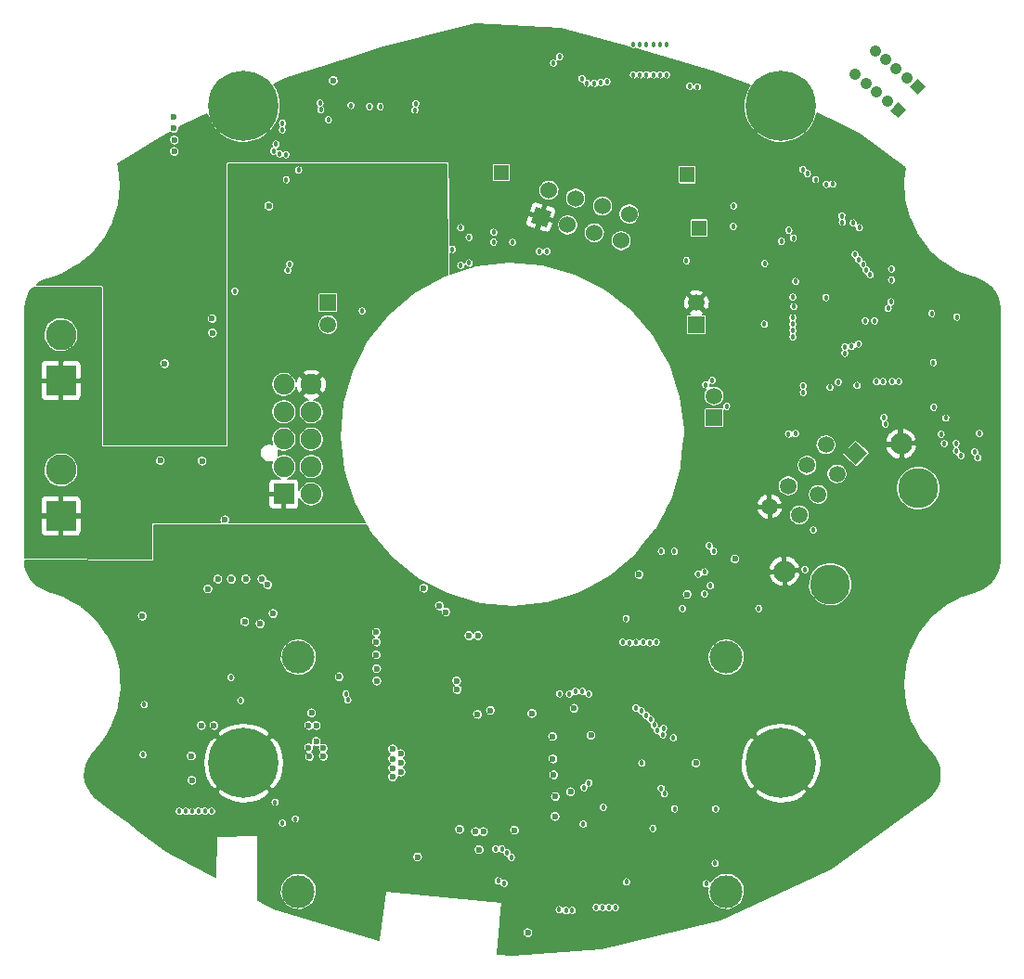
<source format=gbr>
G04 #@! TF.FileFunction,Copper,L3,Inr,Plane*
%FSLAX46Y46*%
G04 Gerber Fmt 4.6, Leading zero omitted, Abs format (unit mm)*
G04 Created by KiCad (PCBNEW 4.0.5) date 02/24/17 11:29:51*
%MOMM*%
%LPD*%
G01*
G04 APERTURE LIST*
%ADD10C,0.100000*%
%ADD11C,1.524000*%
%ADD12R,2.800000X2.800000*%
%ADD13C,2.800000*%
%ADD14R,1.500000X1.500000*%
%ADD15C,1.500000*%
%ADD16R,1.900000X1.900000*%
%ADD17C,1.900000*%
%ADD18C,6.400000*%
%ADD19C,1.000000*%
%ADD20C,3.000000*%
%ADD21C,3.650000*%
%ADD22C,2.000000*%
%ADD23R,1.350000X1.350000*%
%ADD24C,0.457200*%
%ADD25C,0.600000*%
%ADD26C,0.127000*%
G04 APERTURE END LIST*
D10*
G36*
X151637000Y-86125443D02*
X150175759Y-85692604D01*
X150608598Y-84231363D01*
X152069839Y-84664202D01*
X151637000Y-86125443D01*
X151637000Y-86125443D01*
G37*
D11*
X151844198Y-82743001D03*
X153558201Y-85899802D03*
X154279600Y-83464400D03*
X155993603Y-86621201D03*
X156715002Y-84185799D03*
X158429005Y-87342600D03*
X159150404Y-84907198D03*
D12*
X107340400Y-100110400D03*
D13*
X107340400Y-95910400D03*
D14*
X166900000Y-103500000D03*
D15*
X166900000Y-101500000D03*
D16*
X127675000Y-110457000D03*
D17*
X127675000Y-107957000D03*
X127675000Y-105457000D03*
X127675000Y-102957000D03*
X127675000Y-100457000D03*
X130175000Y-110457000D03*
X130175000Y-107957000D03*
X130175000Y-105457000D03*
X130175000Y-102957000D03*
X130175000Y-100457000D03*
D18*
X173001100Y-135003600D03*
X124001100Y-135003600D03*
X124001100Y-75003600D03*
X173001100Y-75003600D03*
D14*
X131700000Y-93000000D03*
D15*
X131700000Y-95000000D03*
D14*
X165300000Y-95000000D03*
D15*
X165300000Y-93000000D03*
D10*
G36*
X183746977Y-76140337D02*
X182980933Y-75497549D01*
X183623721Y-74731505D01*
X184389765Y-75374293D01*
X183746977Y-76140337D01*
X183746977Y-76140337D01*
G37*
D19*
X182712473Y-74619581D02*
X182712473Y-74619581D01*
X181739596Y-73803240D02*
X181739596Y-73803240D01*
X180766720Y-72986900D02*
X180766720Y-72986900D01*
X179793843Y-72170560D02*
X179793843Y-72170560D01*
D10*
G36*
X185537508Y-73985956D02*
X184771464Y-73343168D01*
X185414252Y-72577124D01*
X186180296Y-73219912D01*
X185537508Y-73985956D01*
X185537508Y-73985956D01*
G37*
D19*
X184503004Y-72465200D02*
X184503004Y-72465200D01*
X183530127Y-71648859D02*
X183530127Y-71648859D01*
X182557251Y-70832519D02*
X182557251Y-70832519D01*
X181584374Y-70016179D02*
X181584374Y-70016179D01*
D20*
X168021000Y-125343000D03*
X168021000Y-146703000D03*
X129001000Y-146703000D03*
X129001000Y-125343000D03*
D12*
X107340400Y-112454800D03*
D13*
X107340400Y-108254800D03*
D21*
X177504083Y-118687568D03*
X185523338Y-109936086D03*
D10*
G36*
X179788733Y-105684980D02*
X180894649Y-106698366D01*
X179881263Y-107804282D01*
X178775347Y-106790896D01*
X179788733Y-105684980D01*
X179788733Y-105684980D01*
G37*
D15*
X177104314Y-105964974D03*
X178118999Y-108617315D03*
X175388315Y-107837659D03*
X176403000Y-110490000D03*
X173672316Y-109710343D03*
X174687001Y-112362684D03*
X171956317Y-111583027D03*
D22*
X173322051Y-117493526D03*
X183962597Y-105881408D03*
D23*
X164425000Y-81325000D03*
X165525000Y-86175000D03*
X147500000Y-81125000D03*
D24*
X188041054Y-104357864D03*
D25*
X138277600Y-75006200D03*
D24*
X134154998Y-129178913D03*
D25*
X158900000Y-135000000D03*
D24*
X131905000Y-128924244D03*
D25*
X160175000Y-121725000D03*
X165050000Y-106525000D03*
X132925000Y-125425000D03*
X136625000Y-118397999D03*
D24*
X129329701Y-136825000D03*
D25*
X120975000Y-90985390D03*
X120975000Y-89975000D03*
D24*
X134803600Y-93750000D03*
D25*
X112350000Y-120125000D03*
X114299992Y-127932000D03*
D24*
X118324000Y-102487000D03*
X118324000Y-103687000D03*
X116524000Y-103687000D03*
X116524000Y-102487000D03*
X181850000Y-82700000D03*
D25*
X179500000Y-77975000D03*
X176575000Y-77875000D03*
D24*
X168669398Y-82475000D03*
X182725000Y-94656094D03*
D25*
X143950000Y-144650000D03*
X190750000Y-108275000D03*
D24*
X157700000Y-126200000D03*
X153300000Y-126200000D03*
X150525000Y-126200000D03*
X160775000Y-143525000D03*
X177475000Y-101825000D03*
X178250000Y-88550000D03*
D25*
X190725000Y-102925000D03*
X139850000Y-133221639D03*
D24*
X171500800Y-93827600D03*
D25*
X154076400Y-140411200D03*
X151333200Y-145846800D03*
X156057600Y-145846800D03*
X161329604Y-145964068D03*
X150150000Y-129150000D03*
X144425074Y-130548735D03*
X121775000Y-141375000D03*
D24*
X122575000Y-127825000D03*
D25*
X131400000Y-122000000D03*
D24*
X174091600Y-95529403D03*
X174091600Y-94360997D03*
D25*
X120142000Y-131572000D03*
X121285000Y-131572000D03*
D24*
X183100000Y-90925000D03*
X174332900Y-91064603D03*
X168650000Y-86050000D03*
X178555320Y-85075000D03*
X177725000Y-82175000D03*
X177137061Y-82200000D03*
X133500000Y-129245558D03*
D25*
X126700000Y-121350191D03*
X125513615Y-122294261D03*
D24*
X174091600Y-96113606D03*
X122832871Y-127197508D03*
X168050000Y-102450000D03*
X128723102Y-140101898D03*
X127541151Y-140483849D03*
X171502514Y-94949740D03*
X174091600Y-94945200D03*
X180150000Y-86150000D03*
X179596058Y-85728942D03*
D25*
X119225000Y-134352002D03*
X124100000Y-122100000D03*
D24*
X114828001Y-134235001D03*
X114935000Y-129667000D03*
D25*
X126205000Y-118735838D03*
X114750000Y-121575000D03*
X120744000Y-119116838D03*
X125682311Y-118213149D03*
X124200000Y-118213149D03*
X122875000Y-118213149D03*
X121647689Y-118213149D03*
X116789000Y-98550000D03*
X119285000Y-136575000D03*
D24*
X179436455Y-96995847D03*
X177100000Y-92525000D03*
X188041044Y-103519663D03*
X178602622Y-85657284D03*
X173045109Y-87406429D03*
X174085084Y-92487786D03*
X165392100Y-73296282D03*
X139708391Y-74834555D03*
X164667552Y-73232181D03*
X139623800Y-75412600D03*
D25*
X154133611Y-130003611D03*
X155675000Y-132475000D03*
D24*
X175948401Y-113718401D03*
X152806400Y-128676400D03*
D25*
X152200000Y-134625000D03*
X152275699Y-136081072D03*
X152403027Y-139878461D03*
X148700000Y-141125000D03*
X153825000Y-137617000D03*
X150302000Y-130475000D03*
D24*
X152260300Y-71145400D03*
X155324784Y-72960545D03*
X166144100Y-100495100D03*
X182400000Y-103500000D03*
X165455600Y-117754400D03*
X162080600Y-137309117D03*
X166448390Y-115163600D03*
X173700000Y-104975000D03*
X154851100Y-72541435D03*
X152819100Y-70561200D03*
X166751000Y-100076000D03*
X174328670Y-104939027D03*
X182514571Y-104072858D03*
X162380900Y-137810227D03*
X166867490Y-115685550D03*
X166053586Y-117562814D03*
D25*
X152425000Y-138050000D03*
X145877003Y-141250000D03*
X145150000Y-141250000D03*
X152175000Y-132575000D03*
D24*
X133324020Y-128688492D03*
D25*
X132715000Y-127124242D03*
D24*
X159798974Y-123998725D03*
X160425000Y-123964398D03*
X189038071Y-94300000D03*
X186750000Y-93976520D03*
X146812000Y-86575900D03*
X183100000Y-89925000D03*
X127900000Y-81775000D03*
X133800000Y-75006451D03*
D25*
X168808400Y-116382800D03*
X160070800Y-117805200D03*
D24*
X163200000Y-132700000D03*
D25*
X145325000Y-130547998D03*
X143697990Y-141045979D03*
X142450000Y-121225000D03*
X141850000Y-120650000D03*
X140425000Y-119050000D03*
X136140001Y-127508000D03*
X136140001Y-126390001D03*
X136100000Y-125125000D03*
X136100000Y-123952000D03*
X136100000Y-123063000D03*
X143475000Y-128300000D03*
X143425000Y-127500000D03*
X145375000Y-123375000D03*
X144550000Y-123375000D03*
X117675000Y-79200000D03*
X117650000Y-76050000D03*
X117650000Y-77100000D03*
X117675000Y-78150000D03*
D24*
X182775000Y-93525000D03*
X144564100Y-89373000D03*
X144576800Y-87041649D03*
X129019300Y-80899000D03*
X164395415Y-89154585D03*
D25*
X120200000Y-107448000D03*
X121151429Y-95752000D03*
X121127000Y-94450000D03*
X122298889Y-112800000D03*
X116400013Y-107400000D03*
D24*
X187611839Y-105000000D03*
X175209265Y-117348603D03*
X178852696Y-97018572D03*
X170992800Y-120904000D03*
X186929675Y-102530349D03*
X178829972Y-97602331D03*
X143052800Y-88133859D03*
D25*
X139875000Y-143575000D03*
X130194999Y-130424245D03*
X130624990Y-131572000D03*
X129921000Y-131574804D03*
X130624990Y-133029168D03*
X129921000Y-133604000D03*
X131257040Y-133661218D03*
X131257040Y-134366000D03*
X130008060Y-134405940D03*
X132199562Y-85305000D03*
X137454033Y-80572262D03*
X121325000Y-111575000D03*
X121325000Y-110875000D03*
X121325000Y-110175000D03*
X132180067Y-72736812D03*
D24*
X131724400Y-76314300D03*
X176168194Y-81764892D03*
X126875000Y-138575000D03*
X123750000Y-129296370D03*
X148525000Y-87475000D03*
X168700000Y-84175000D03*
D25*
X145475000Y-142904000D03*
D24*
X186916757Y-98458243D03*
D25*
X126300000Y-84175000D03*
D24*
X174175000Y-93350000D03*
X177475000Y-100725000D03*
X183025000Y-92925000D03*
X161341822Y-140971022D03*
D25*
X146507200Y-130200400D03*
X164451180Y-119610696D03*
X165250000Y-135000000D03*
X149925000Y-150475000D03*
X138348720Y-135803640D03*
X138343640Y-134965440D03*
X138333480Y-134147560D03*
X137598001Y-136255760D03*
X137598001Y-135453120D03*
X137598001Y-134599680D03*
X137601960Y-133715760D03*
D24*
X156798319Y-139050000D03*
X154975000Y-140575000D03*
X163300000Y-139175000D03*
X167050000Y-139175000D03*
X174991666Y-80833833D03*
X173718219Y-86395668D03*
X175419912Y-81231195D03*
X174137319Y-87100000D03*
X158891508Y-121818400D03*
X154894810Y-128455602D03*
X166573200Y-118821200D03*
X155490920Y-128709601D03*
X162102800Y-115685549D03*
X154256584Y-128452814D03*
X153691824Y-128705376D03*
X163293300Y-115685549D03*
X164033200Y-120904000D03*
X161009570Y-124027738D03*
X166027100Y-119585836D03*
X161625000Y-123964398D03*
X157909203Y-148175000D03*
X178225000Y-100238800D03*
X157325000Y-148175000D03*
X179951801Y-100550000D03*
X156740797Y-148175000D03*
X160150000Y-72199283D03*
X160155513Y-69435223D03*
X181141485Y-90453963D03*
X156156594Y-148175000D03*
X160750000Y-72199283D03*
X160750000Y-69437012D03*
X180771614Y-90001761D03*
X158554468Y-123964398D03*
X161375000Y-72199283D03*
X161375000Y-69437012D03*
X180485344Y-89492506D03*
X159215237Y-124028101D03*
X161975000Y-72199283D03*
X161975000Y-69437012D03*
X180093479Y-89059223D03*
X161444196Y-131527818D03*
X162575000Y-72199283D03*
X162575000Y-69437012D03*
X179755800Y-88582500D03*
X161750052Y-132025558D03*
X160274127Y-130244770D03*
X159550000Y-72199283D03*
X159550000Y-69437012D03*
X171513500Y-89420700D03*
X160325000Y-135000000D03*
X159761001Y-129965497D03*
X183147404Y-100175000D03*
X161140325Y-131028865D03*
X181725000Y-100200000D03*
X160704549Y-130639775D03*
X182309203Y-100200000D03*
X183750000Y-100175000D03*
X128207499Y-89492501D03*
X146796895Y-87460749D03*
X181550000Y-94656093D03*
X143802100Y-86156800D03*
X143800000Y-89600000D03*
X123205900Y-91950000D03*
X150952200Y-88322880D03*
X128032445Y-90049858D03*
X180705449Y-94656094D03*
X153390828Y-148455900D03*
X153975000Y-148450000D03*
X126722283Y-79164566D03*
X119886595Y-139373611D03*
X148030692Y-143168537D03*
X152784912Y-148390088D03*
X126961900Y-78524100D03*
X119303590Y-139410989D03*
X148425000Y-143599598D03*
X127857149Y-79482849D03*
X146965797Y-142832600D03*
X121075000Y-139373611D03*
X127273998Y-79418576D03*
X120470798Y-139373611D03*
X147550000Y-142832600D03*
X162301637Y-131833085D03*
X162250001Y-132425000D03*
X155500284Y-136799716D03*
X155049716Y-137250284D03*
X190664199Y-106617007D03*
X151675000Y-88322880D03*
X158925000Y-145850000D03*
X155989728Y-72975001D03*
X167014394Y-144155900D03*
X166188654Y-146013655D03*
X188993588Y-105840556D03*
X157149800Y-72821800D03*
X190960364Y-107146938D03*
X156568776Y-72897575D03*
X191093234Y-104937891D03*
X175045692Y-100586550D03*
X188994448Y-106525141D03*
X175049939Y-101175000D03*
X189425000Y-106950000D03*
X187901376Y-105850000D03*
X180075000Y-96764344D03*
X130962400Y-74790300D03*
X136460634Y-75100435D03*
X127555035Y-76605883D03*
X118135371Y-139400771D03*
X147775000Y-145975000D03*
X131038600Y-75399900D03*
X135483600Y-75097998D03*
X127528059Y-77225556D03*
X118719560Y-139396840D03*
X147225000Y-145750802D03*
D26*
G36*
X142536972Y-80363354D02*
X142611431Y-90315973D01*
X142568635Y-90459622D01*
X142199406Y-90579592D01*
X139517783Y-92078301D01*
X137178332Y-94069330D01*
X135270161Y-96476842D01*
X133865953Y-99209135D01*
X133019193Y-102162138D01*
X132762134Y-105223372D01*
X133104568Y-108276234D01*
X134033450Y-111204443D01*
X135066469Y-113083498D01*
X122730003Y-113037694D01*
X122766564Y-112955575D01*
X122787876Y-112861773D01*
X122789410Y-112751904D01*
X122770726Y-112657544D01*
X122734070Y-112568610D01*
X122680838Y-112488490D01*
X122613058Y-112420235D01*
X122533311Y-112366445D01*
X122444636Y-112329169D01*
X122350408Y-112309827D01*
X122254219Y-112309155D01*
X122159731Y-112327180D01*
X122070543Y-112363214D01*
X121990053Y-112415885D01*
X121921326Y-112483187D01*
X121866981Y-112562557D01*
X121829087Y-112650970D01*
X121809088Y-112745060D01*
X121807745Y-112841243D01*
X121825109Y-112935854D01*
X121860520Y-113025291D01*
X121866447Y-113034487D01*
X115675236Y-113011500D01*
X115657536Y-113013949D01*
X115641219Y-113021231D01*
X115627577Y-113032771D01*
X115617689Y-113047655D01*
X115612340Y-113064704D01*
X115611500Y-113075000D01*
X115611500Y-116311372D01*
X104073280Y-116288249D01*
X104073280Y-112707175D01*
X105476900Y-112707175D01*
X105476900Y-113900451D01*
X105494712Y-113989998D01*
X105529651Y-114074349D01*
X105580376Y-114150264D01*
X105644936Y-114214824D01*
X105720850Y-114265548D01*
X105805202Y-114300488D01*
X105894749Y-114318300D01*
X107088025Y-114318300D01*
X107203900Y-114202425D01*
X107203900Y-112591300D01*
X107476900Y-112591300D01*
X107476900Y-114202425D01*
X107592775Y-114318300D01*
X108786051Y-114318300D01*
X108875598Y-114300488D01*
X108959950Y-114265548D01*
X109035864Y-114214824D01*
X109100424Y-114150264D01*
X109151149Y-114074349D01*
X109186088Y-113989998D01*
X109203900Y-113900451D01*
X109203900Y-112707175D01*
X109088025Y-112591300D01*
X107476900Y-112591300D01*
X107203900Y-112591300D01*
X105592775Y-112591300D01*
X105476900Y-112707175D01*
X104073280Y-112707175D01*
X104073280Y-111009149D01*
X105476900Y-111009149D01*
X105476900Y-112202425D01*
X105592775Y-112318300D01*
X107203900Y-112318300D01*
X107203900Y-110707175D01*
X107476900Y-110707175D01*
X107476900Y-112318300D01*
X109088025Y-112318300D01*
X109203900Y-112202425D01*
X109203900Y-111009149D01*
X109186088Y-110919602D01*
X109151149Y-110835251D01*
X109100424Y-110759336D01*
X109050463Y-110709375D01*
X126261500Y-110709375D01*
X126261500Y-111452651D01*
X126279312Y-111542198D01*
X126314252Y-111626550D01*
X126364976Y-111702464D01*
X126429536Y-111767024D01*
X126505451Y-111817749D01*
X126589802Y-111852688D01*
X126679349Y-111870500D01*
X127422625Y-111870500D01*
X127538500Y-111754625D01*
X127538500Y-110593500D01*
X126377375Y-110593500D01*
X126261500Y-110709375D01*
X109050463Y-110709375D01*
X109035864Y-110694776D01*
X108959950Y-110644052D01*
X108875598Y-110609112D01*
X108786051Y-110591300D01*
X107592775Y-110591300D01*
X107476900Y-110707175D01*
X107203900Y-110707175D01*
X107088025Y-110591300D01*
X105894749Y-110591300D01*
X105805202Y-110609112D01*
X105720850Y-110644052D01*
X105644936Y-110694776D01*
X105580376Y-110759336D01*
X105529651Y-110835251D01*
X105494712Y-110919602D01*
X105476900Y-111009149D01*
X104073280Y-111009149D01*
X104073280Y-108388534D01*
X105747809Y-108388534D01*
X105804115Y-108695323D01*
X105918938Y-108985332D01*
X106087904Y-109247516D01*
X106304577Y-109471887D01*
X106560705Y-109649901D01*
X106846530Y-109774775D01*
X107151167Y-109841754D01*
X107463012Y-109848286D01*
X107770187Y-109794123D01*
X108060991Y-109681327D01*
X108324348Y-109514196D01*
X108550226Y-109299094D01*
X108730023Y-109044216D01*
X108856890Y-108759269D01*
X108925994Y-108455107D01*
X108930968Y-108098843D01*
X108870384Y-107792871D01*
X108751523Y-107504492D01*
X108709501Y-107441243D01*
X115908869Y-107441243D01*
X115926233Y-107535854D01*
X115961644Y-107625291D01*
X116013752Y-107706147D01*
X116080572Y-107775342D01*
X116159560Y-107830240D01*
X116247707Y-107868750D01*
X116341655Y-107889406D01*
X116437826Y-107891420D01*
X116532556Y-107874717D01*
X116622238Y-107839931D01*
X116703456Y-107788389D01*
X116773115Y-107722053D01*
X116828564Y-107643451D01*
X116867688Y-107555575D01*
X116882758Y-107489243D01*
X119708856Y-107489243D01*
X119726220Y-107583854D01*
X119761631Y-107673291D01*
X119813739Y-107754147D01*
X119880559Y-107823342D01*
X119959547Y-107878240D01*
X120047694Y-107916750D01*
X120141642Y-107937406D01*
X120237813Y-107939420D01*
X120332543Y-107922717D01*
X120422225Y-107887931D01*
X120503443Y-107836389D01*
X120573102Y-107770053D01*
X120628551Y-107691451D01*
X120667675Y-107603575D01*
X120688987Y-107509773D01*
X120690521Y-107399904D01*
X120671837Y-107305544D01*
X120635181Y-107216610D01*
X120581949Y-107136490D01*
X120514169Y-107068235D01*
X120434422Y-107014445D01*
X120345747Y-106977169D01*
X120251519Y-106957827D01*
X120155330Y-106957155D01*
X120060842Y-106975180D01*
X119971654Y-107011214D01*
X119891164Y-107063885D01*
X119822437Y-107131187D01*
X119768092Y-107210557D01*
X119730198Y-107298970D01*
X119710199Y-107393060D01*
X119708856Y-107489243D01*
X116882758Y-107489243D01*
X116889000Y-107461773D01*
X116890534Y-107351904D01*
X116871850Y-107257544D01*
X116835194Y-107168610D01*
X116781962Y-107088490D01*
X116714182Y-107020235D01*
X116634435Y-106966445D01*
X116545760Y-106929169D01*
X116451532Y-106909827D01*
X116355343Y-106909155D01*
X116260855Y-106927180D01*
X116171667Y-106963214D01*
X116091177Y-107015885D01*
X116022450Y-107083187D01*
X115968105Y-107162557D01*
X115930211Y-107250970D01*
X115910212Y-107345060D01*
X115908869Y-107441243D01*
X108709501Y-107441243D01*
X108578913Y-107244693D01*
X108359128Y-107023369D01*
X108100541Y-106848949D01*
X107930979Y-106777672D01*
X125493395Y-106777672D01*
X125523150Y-106939794D01*
X125583828Y-107093050D01*
X125673118Y-107231601D01*
X125787619Y-107350170D01*
X125922970Y-107444241D01*
X126074014Y-107510231D01*
X126235000Y-107545626D01*
X126399794Y-107549078D01*
X126562121Y-107520455D01*
X126632992Y-107492966D01*
X126582626Y-107610479D01*
X126536124Y-107829255D01*
X126533001Y-108052896D01*
X126573377Y-108272885D01*
X126655713Y-108480842D01*
X126776873Y-108668847D01*
X126932243Y-108829737D01*
X127115904Y-108957384D01*
X127313015Y-109043500D01*
X126679349Y-109043500D01*
X126589802Y-109061312D01*
X126505451Y-109096251D01*
X126429536Y-109146976D01*
X126364976Y-109211536D01*
X126314252Y-109287450D01*
X126279312Y-109371802D01*
X126261500Y-109461349D01*
X126261500Y-110204625D01*
X126377375Y-110320500D01*
X127538500Y-110320500D01*
X127538500Y-110300500D01*
X127811500Y-110300500D01*
X127811500Y-110320500D01*
X127831500Y-110320500D01*
X127831500Y-110593500D01*
X127811500Y-110593500D01*
X127811500Y-111754625D01*
X127927375Y-111870500D01*
X128670651Y-111870500D01*
X128760198Y-111852688D01*
X128844549Y-111817749D01*
X128920464Y-111767024D01*
X128985024Y-111702464D01*
X129035748Y-111626550D01*
X129070688Y-111542198D01*
X129088500Y-111452651D01*
X129088500Y-110811081D01*
X129155713Y-110980842D01*
X129276873Y-111168847D01*
X129432243Y-111329737D01*
X129615904Y-111457384D01*
X129820861Y-111546928D01*
X130039307Y-111594956D01*
X130262921Y-111599640D01*
X130483187Y-111560802D01*
X130691714Y-111479919D01*
X130880559Y-111360075D01*
X131042530Y-111205832D01*
X131171457Y-111023066D01*
X131262429Y-110818739D01*
X131311981Y-110600634D01*
X131315549Y-110345168D01*
X131272105Y-110125764D01*
X131186874Y-109918977D01*
X131063100Y-109732683D01*
X130905499Y-109573978D01*
X130720074Y-109448907D01*
X130513887Y-109362234D01*
X130294792Y-109317260D01*
X130071133Y-109315699D01*
X129851432Y-109357609D01*
X129644054Y-109441395D01*
X129456901Y-109563865D01*
X129297099Y-109720354D01*
X129170737Y-109904902D01*
X129088500Y-110096774D01*
X129088500Y-109461349D01*
X129070688Y-109371802D01*
X129035748Y-109287450D01*
X128985024Y-109211536D01*
X128920464Y-109146976D01*
X128844549Y-109096251D01*
X128760198Y-109061312D01*
X128670651Y-109043500D01*
X128027794Y-109043500D01*
X128191714Y-108979919D01*
X128380559Y-108860075D01*
X128542530Y-108705832D01*
X128671457Y-108523066D01*
X128762429Y-108318739D01*
X128811981Y-108100634D01*
X128812647Y-108052896D01*
X129033001Y-108052896D01*
X129073377Y-108272885D01*
X129155713Y-108480842D01*
X129276873Y-108668847D01*
X129432243Y-108829737D01*
X129615904Y-108957384D01*
X129820861Y-109046928D01*
X130039307Y-109094956D01*
X130262921Y-109099640D01*
X130483187Y-109060802D01*
X130691714Y-108979919D01*
X130880559Y-108860075D01*
X131042530Y-108705832D01*
X131171457Y-108523066D01*
X131262429Y-108318739D01*
X131311981Y-108100634D01*
X131315549Y-107845168D01*
X131272105Y-107625764D01*
X131186874Y-107418977D01*
X131063100Y-107232683D01*
X130905499Y-107073978D01*
X130720074Y-106948907D01*
X130513887Y-106862234D01*
X130294792Y-106817260D01*
X130071133Y-106815699D01*
X129851432Y-106857609D01*
X129644054Y-106941395D01*
X129456901Y-107063865D01*
X129297099Y-107220354D01*
X129170737Y-107404902D01*
X129082626Y-107610479D01*
X129036124Y-107829255D01*
X129033001Y-108052896D01*
X128812647Y-108052896D01*
X128815549Y-107845168D01*
X128772105Y-107625764D01*
X128686874Y-107418977D01*
X128563100Y-107232683D01*
X128405499Y-107073978D01*
X128220074Y-106948907D01*
X128013887Y-106862234D01*
X127794792Y-106817260D01*
X127571133Y-106815699D01*
X127351432Y-106857609D01*
X127144054Y-106941395D01*
X127143641Y-106941665D01*
X127172907Y-106812852D01*
X127175536Y-106624585D01*
X127144941Y-106470070D01*
X127320861Y-106546928D01*
X127539307Y-106594956D01*
X127762921Y-106599640D01*
X127983187Y-106560802D01*
X128191714Y-106479919D01*
X128380559Y-106360075D01*
X128542530Y-106205832D01*
X128671457Y-106023066D01*
X128762429Y-105818739D01*
X128811981Y-105600634D01*
X128812647Y-105552896D01*
X129033001Y-105552896D01*
X129073377Y-105772885D01*
X129155713Y-105980842D01*
X129276873Y-106168847D01*
X129432243Y-106329737D01*
X129615904Y-106457384D01*
X129820861Y-106546928D01*
X130039307Y-106594956D01*
X130262921Y-106599640D01*
X130483187Y-106560802D01*
X130691714Y-106479919D01*
X130880559Y-106360075D01*
X131042530Y-106205832D01*
X131171457Y-106023066D01*
X131262429Y-105818739D01*
X131311981Y-105600634D01*
X131315549Y-105345168D01*
X131272105Y-105125764D01*
X131186874Y-104918977D01*
X131063100Y-104732683D01*
X130905499Y-104573978D01*
X130720074Y-104448907D01*
X130513887Y-104362234D01*
X130294792Y-104317260D01*
X130071133Y-104315699D01*
X129851432Y-104357609D01*
X129644054Y-104441395D01*
X129456901Y-104563865D01*
X129297099Y-104720354D01*
X129170737Y-104904902D01*
X129082626Y-105110479D01*
X129036124Y-105329255D01*
X129033001Y-105552896D01*
X128812647Y-105552896D01*
X128815549Y-105345168D01*
X128772105Y-105125764D01*
X128686874Y-104918977D01*
X128563100Y-104732683D01*
X128405499Y-104573978D01*
X128220074Y-104448907D01*
X128013887Y-104362234D01*
X127794792Y-104317260D01*
X127571133Y-104315699D01*
X127351432Y-104357609D01*
X127144054Y-104441395D01*
X126956901Y-104563865D01*
X126797099Y-104720354D01*
X126670737Y-104904902D01*
X126582626Y-105110479D01*
X126536124Y-105329255D01*
X126533001Y-105552896D01*
X126573377Y-105772885D01*
X126631581Y-105919891D01*
X126584745Y-105900203D01*
X126423281Y-105867060D01*
X126258455Y-105865909D01*
X126096544Y-105896795D01*
X125943715Y-105958542D01*
X125805791Y-106048797D01*
X125688024Y-106164123D01*
X125594900Y-106300127D01*
X125529967Y-106451628D01*
X125495696Y-106612857D01*
X125493395Y-106777672D01*
X107930979Y-106777672D01*
X107812999Y-106728078D01*
X107507457Y-106665359D01*
X107195551Y-106663182D01*
X106889163Y-106721628D01*
X106599962Y-106838473D01*
X106338964Y-107009265D01*
X106116111Y-107227499D01*
X105939890Y-107484863D01*
X105817014Y-107771554D01*
X105752164Y-108076651D01*
X105747809Y-108388534D01*
X104073280Y-108388534D01*
X104073280Y-100362775D01*
X105476900Y-100362775D01*
X105476900Y-101556051D01*
X105494712Y-101645598D01*
X105529651Y-101729949D01*
X105580376Y-101805864D01*
X105644936Y-101870424D01*
X105720850Y-101921148D01*
X105805202Y-101956088D01*
X105894749Y-101973900D01*
X107088025Y-101973900D01*
X107203900Y-101858025D01*
X107203900Y-100246900D01*
X107476900Y-100246900D01*
X107476900Y-101858025D01*
X107592775Y-101973900D01*
X108786051Y-101973900D01*
X108875598Y-101956088D01*
X108959950Y-101921148D01*
X109035864Y-101870424D01*
X109100424Y-101805864D01*
X109151149Y-101729949D01*
X109186088Y-101645598D01*
X109203900Y-101556051D01*
X109203900Y-100362775D01*
X109088025Y-100246900D01*
X107476900Y-100246900D01*
X107203900Y-100246900D01*
X105592775Y-100246900D01*
X105476900Y-100362775D01*
X104073280Y-100362775D01*
X104073280Y-98664749D01*
X105476900Y-98664749D01*
X105476900Y-99858025D01*
X105592775Y-99973900D01*
X107203900Y-99973900D01*
X107203900Y-98362775D01*
X107476900Y-98362775D01*
X107476900Y-99973900D01*
X109088025Y-99973900D01*
X109203900Y-99858025D01*
X109203900Y-98664749D01*
X109186088Y-98575202D01*
X109151149Y-98490851D01*
X109100424Y-98414936D01*
X109035864Y-98350376D01*
X108959950Y-98299652D01*
X108875598Y-98264712D01*
X108786051Y-98246900D01*
X107592775Y-98246900D01*
X107476900Y-98362775D01*
X107203900Y-98362775D01*
X107088025Y-98246900D01*
X105894749Y-98246900D01*
X105805202Y-98264712D01*
X105720850Y-98299652D01*
X105644936Y-98350376D01*
X105580376Y-98414936D01*
X105529651Y-98490851D01*
X105494712Y-98575202D01*
X105476900Y-98664749D01*
X104073280Y-98664749D01*
X104073280Y-96044134D01*
X105747809Y-96044134D01*
X105804115Y-96350923D01*
X105918938Y-96640932D01*
X106087904Y-96903116D01*
X106304577Y-97127487D01*
X106560705Y-97305501D01*
X106846530Y-97430375D01*
X107151167Y-97497354D01*
X107463012Y-97503886D01*
X107770187Y-97449723D01*
X108060991Y-97336927D01*
X108324348Y-97169796D01*
X108550226Y-96954694D01*
X108730023Y-96699816D01*
X108856890Y-96414869D01*
X108925994Y-96110707D01*
X108930968Y-95754443D01*
X108870384Y-95448471D01*
X108751523Y-95160092D01*
X108578913Y-94900293D01*
X108359128Y-94678969D01*
X108100541Y-94504549D01*
X107812999Y-94383678D01*
X107507457Y-94320959D01*
X107195551Y-94318782D01*
X106889163Y-94377228D01*
X106599962Y-94494073D01*
X106338964Y-94664865D01*
X106116111Y-94883099D01*
X105939890Y-95140463D01*
X105817014Y-95427154D01*
X105752164Y-95732251D01*
X105747809Y-96044134D01*
X104073280Y-96044134D01*
X104073280Y-93514433D01*
X104126966Y-92966896D01*
X104282561Y-92451541D01*
X104535296Y-91976217D01*
X104847029Y-91593994D01*
X110986609Y-91613301D01*
X111011500Y-106100109D01*
X111014045Y-106117795D01*
X111021415Y-106134073D01*
X111033029Y-106147652D01*
X111047967Y-106157458D01*
X111065044Y-106162715D01*
X111075000Y-106163500D01*
X122525000Y-106163500D01*
X122542691Y-106160986D01*
X122558981Y-106153643D01*
X122572580Y-106142052D01*
X122582412Y-106127132D01*
X122587698Y-106110063D01*
X122588500Y-106100123D01*
X122594405Y-103052896D01*
X126533001Y-103052896D01*
X126573377Y-103272885D01*
X126655713Y-103480842D01*
X126776873Y-103668847D01*
X126932243Y-103829737D01*
X127115904Y-103957384D01*
X127320861Y-104046928D01*
X127539307Y-104094956D01*
X127762921Y-104099640D01*
X127983187Y-104060802D01*
X128191714Y-103979919D01*
X128380559Y-103860075D01*
X128542530Y-103705832D01*
X128671457Y-103523066D01*
X128762429Y-103318739D01*
X128811981Y-103100634D01*
X128812647Y-103052896D01*
X129033001Y-103052896D01*
X129073377Y-103272885D01*
X129155713Y-103480842D01*
X129276873Y-103668847D01*
X129432243Y-103829737D01*
X129615904Y-103957384D01*
X129820861Y-104046928D01*
X130039307Y-104094956D01*
X130262921Y-104099640D01*
X130483187Y-104060802D01*
X130691714Y-103979919D01*
X130880559Y-103860075D01*
X131042530Y-103705832D01*
X131171457Y-103523066D01*
X131262429Y-103318739D01*
X131311981Y-103100634D01*
X131315549Y-102845168D01*
X131272105Y-102625764D01*
X131186874Y-102418977D01*
X131063100Y-102232683D01*
X130905499Y-102073978D01*
X130720074Y-101948907D01*
X130513887Y-101862234D01*
X130437701Y-101846595D01*
X130530981Y-101832005D01*
X130792390Y-101736136D01*
X130895559Y-101680993D01*
X130995812Y-101470852D01*
X130175000Y-100650040D01*
X129354188Y-101470852D01*
X129454441Y-101680993D01*
X129707075Y-101798048D01*
X129908285Y-101846764D01*
X129851432Y-101857609D01*
X129644054Y-101941395D01*
X129456901Y-102063865D01*
X129297099Y-102220354D01*
X129170737Y-102404902D01*
X129082626Y-102610479D01*
X129036124Y-102829255D01*
X129033001Y-103052896D01*
X128812647Y-103052896D01*
X128815549Y-102845168D01*
X128772105Y-102625764D01*
X128686874Y-102418977D01*
X128563100Y-102232683D01*
X128405499Y-102073978D01*
X128220074Y-101948907D01*
X128013887Y-101862234D01*
X127794792Y-101817260D01*
X127571133Y-101815699D01*
X127351432Y-101857609D01*
X127144054Y-101941395D01*
X126956901Y-102063865D01*
X126797099Y-102220354D01*
X126670737Y-102404902D01*
X126582626Y-102610479D01*
X126536124Y-102829255D01*
X126533001Y-103052896D01*
X122594405Y-103052896D01*
X122599249Y-100552896D01*
X126533001Y-100552896D01*
X126573377Y-100772885D01*
X126655713Y-100980842D01*
X126776873Y-101168847D01*
X126932243Y-101329737D01*
X127115904Y-101457384D01*
X127320861Y-101546928D01*
X127539307Y-101594956D01*
X127762921Y-101599640D01*
X127983187Y-101560802D01*
X128191714Y-101479919D01*
X128380559Y-101360075D01*
X128542530Y-101205832D01*
X128671457Y-101023066D01*
X128762429Y-100818739D01*
X128785211Y-100718463D01*
X128799995Y-100812981D01*
X128895864Y-101074390D01*
X128951007Y-101177559D01*
X129161148Y-101277812D01*
X129981960Y-100457000D01*
X130368040Y-100457000D01*
X131188852Y-101277812D01*
X131398993Y-101177559D01*
X131516048Y-100924925D01*
X131581568Y-100654309D01*
X131593033Y-100376110D01*
X131550005Y-100101019D01*
X131454136Y-99839610D01*
X131398993Y-99736441D01*
X131188852Y-99636188D01*
X130368040Y-100457000D01*
X129981960Y-100457000D01*
X129161148Y-99636188D01*
X128951007Y-99736441D01*
X128833952Y-99989075D01*
X128785041Y-100191093D01*
X128772105Y-100125764D01*
X128686874Y-99918977D01*
X128563100Y-99732683D01*
X128405499Y-99573978D01*
X128220074Y-99448907D01*
X128206374Y-99443148D01*
X129354188Y-99443148D01*
X130175000Y-100263960D01*
X130995812Y-99443148D01*
X130895559Y-99233007D01*
X130642925Y-99115952D01*
X130372309Y-99050432D01*
X130094110Y-99038967D01*
X129819019Y-99081995D01*
X129557610Y-99177864D01*
X129454441Y-99233007D01*
X129354188Y-99443148D01*
X128206374Y-99443148D01*
X128013887Y-99362234D01*
X127794792Y-99317260D01*
X127571133Y-99315699D01*
X127351432Y-99357609D01*
X127144054Y-99441395D01*
X126956901Y-99563865D01*
X126797099Y-99720354D01*
X126670737Y-99904902D01*
X126582626Y-100110479D01*
X126536124Y-100329255D01*
X126533001Y-100552896D01*
X122599249Y-100552896D01*
X122609857Y-95079080D01*
X130758263Y-95079080D01*
X130791559Y-95260491D01*
X130859456Y-95431981D01*
X130959370Y-95587016D01*
X131087494Y-95719693D01*
X131238948Y-95824956D01*
X131407963Y-95898797D01*
X131588102Y-95938403D01*
X131772503Y-95942266D01*
X131954143Y-95910238D01*
X132126102Y-95843539D01*
X132281831Y-95744710D01*
X132415399Y-95617516D01*
X132521717Y-95466800D01*
X132596736Y-95298304D01*
X132637599Y-95118446D01*
X132640541Y-94907779D01*
X132604716Y-94726850D01*
X132534431Y-94556325D01*
X132432362Y-94402700D01*
X132302398Y-94271826D01*
X132149489Y-94168687D01*
X131979459Y-94097213D01*
X131798785Y-94060126D01*
X131614348Y-94058838D01*
X131433173Y-94093399D01*
X131262162Y-94162492D01*
X131107827Y-94263486D01*
X130976049Y-94392533D01*
X130871845Y-94544718D01*
X130799186Y-94714245D01*
X130760839Y-94894656D01*
X130758263Y-95079080D01*
X122609857Y-95079080D01*
X122615854Y-91985239D01*
X122786249Y-91985239D01*
X122801086Y-92066079D01*
X122831342Y-92142497D01*
X122875865Y-92211583D01*
X122932959Y-92270705D01*
X123000449Y-92317612D01*
X123075764Y-92350517D01*
X123156037Y-92368166D01*
X123238209Y-92369887D01*
X123319150Y-92355615D01*
X123395777Y-92325893D01*
X123465172Y-92281853D01*
X123498621Y-92250000D01*
X130758579Y-92250000D01*
X130758579Y-93750000D01*
X130760998Y-93780336D01*
X130776932Y-93831790D01*
X130806570Y-93876767D01*
X130847565Y-93911707D01*
X130896671Y-93933842D01*
X130950000Y-93941421D01*
X132450000Y-93941421D01*
X132480336Y-93939002D01*
X132531790Y-93923068D01*
X132576767Y-93893430D01*
X132611707Y-93852435D01*
X132633842Y-93803329D01*
X132636412Y-93785239D01*
X134383949Y-93785239D01*
X134398786Y-93866079D01*
X134429042Y-93942497D01*
X134473565Y-94011583D01*
X134530659Y-94070705D01*
X134598149Y-94117612D01*
X134673464Y-94150517D01*
X134753737Y-94168166D01*
X134835909Y-94169887D01*
X134916850Y-94155615D01*
X134993477Y-94125893D01*
X135062872Y-94081853D01*
X135122392Y-94025174D01*
X135169769Y-93958013D01*
X135203198Y-93882929D01*
X135221407Y-93802781D01*
X135222718Y-93708905D01*
X135206754Y-93628281D01*
X135175434Y-93552292D01*
X135129951Y-93483835D01*
X135072037Y-93425515D01*
X135003899Y-93379555D01*
X134928131Y-93347706D01*
X134847620Y-93331179D01*
X134765432Y-93330605D01*
X134684698Y-93346006D01*
X134608493Y-93376795D01*
X134539720Y-93421799D01*
X134480997Y-93479304D01*
X134434563Y-93547120D01*
X134402185Y-93622664D01*
X134385097Y-93703057D01*
X134383949Y-93785239D01*
X132636412Y-93785239D01*
X132641421Y-93750000D01*
X132641421Y-92250000D01*
X132639002Y-92219664D01*
X132623068Y-92168210D01*
X132593430Y-92123233D01*
X132552435Y-92088293D01*
X132503329Y-92066158D01*
X132450000Y-92058579D01*
X130950000Y-92058579D01*
X130919664Y-92060998D01*
X130868210Y-92076932D01*
X130823233Y-92106570D01*
X130788293Y-92147565D01*
X130766158Y-92196671D01*
X130758579Y-92250000D01*
X123498621Y-92250000D01*
X123524692Y-92225174D01*
X123572069Y-92158013D01*
X123605498Y-92082929D01*
X123623707Y-92002781D01*
X123625018Y-91908905D01*
X123609054Y-91828281D01*
X123577734Y-91752292D01*
X123532251Y-91683835D01*
X123474337Y-91625515D01*
X123406199Y-91579555D01*
X123330431Y-91547706D01*
X123249920Y-91531179D01*
X123167732Y-91530605D01*
X123086998Y-91546006D01*
X123010793Y-91576795D01*
X122942020Y-91621799D01*
X122883297Y-91679304D01*
X122836863Y-91747120D01*
X122804485Y-91822664D01*
X122787397Y-91903057D01*
X122786249Y-91985239D01*
X122615854Y-91985239D01*
X122619536Y-90085097D01*
X127612794Y-90085097D01*
X127627631Y-90165937D01*
X127657887Y-90242355D01*
X127702410Y-90311441D01*
X127759504Y-90370563D01*
X127826994Y-90417470D01*
X127902309Y-90450375D01*
X127982582Y-90468024D01*
X128064754Y-90469745D01*
X128145695Y-90455473D01*
X128222322Y-90425751D01*
X128291717Y-90381711D01*
X128351237Y-90325032D01*
X128398614Y-90257871D01*
X128432043Y-90182787D01*
X128450252Y-90102639D01*
X128451563Y-90008763D01*
X128435599Y-89928139D01*
X128408155Y-89861553D01*
X128466771Y-89824354D01*
X128526291Y-89767675D01*
X128573668Y-89700514D01*
X128607097Y-89625430D01*
X128625306Y-89545282D01*
X128626617Y-89451406D01*
X128610653Y-89370782D01*
X128579333Y-89294793D01*
X128533850Y-89226336D01*
X128475936Y-89168016D01*
X128407798Y-89122056D01*
X128332030Y-89090207D01*
X128251519Y-89073680D01*
X128169331Y-89073106D01*
X128088597Y-89088507D01*
X128012392Y-89119296D01*
X127943619Y-89164300D01*
X127884896Y-89221805D01*
X127838462Y-89289621D01*
X127806084Y-89365165D01*
X127788996Y-89445558D01*
X127787848Y-89527740D01*
X127802685Y-89608580D01*
X127831222Y-89680655D01*
X127768565Y-89721657D01*
X127709842Y-89779162D01*
X127663408Y-89846978D01*
X127631030Y-89922522D01*
X127613942Y-90002915D01*
X127612794Y-90085097D01*
X122619536Y-90085097D01*
X122630910Y-84216243D01*
X125808856Y-84216243D01*
X125826220Y-84310854D01*
X125861631Y-84400291D01*
X125913739Y-84481147D01*
X125980559Y-84550342D01*
X126059547Y-84605240D01*
X126147694Y-84643750D01*
X126241642Y-84664406D01*
X126337813Y-84666420D01*
X126432543Y-84649717D01*
X126522225Y-84614931D01*
X126603443Y-84563389D01*
X126673102Y-84497053D01*
X126728551Y-84418451D01*
X126767675Y-84330575D01*
X126788987Y-84236773D01*
X126790521Y-84126904D01*
X126771837Y-84032544D01*
X126735181Y-83943610D01*
X126681949Y-83863490D01*
X126614169Y-83795235D01*
X126534422Y-83741445D01*
X126445747Y-83704169D01*
X126351519Y-83684827D01*
X126255330Y-83684155D01*
X126160842Y-83702180D01*
X126071654Y-83738214D01*
X125991164Y-83790885D01*
X125922437Y-83858187D01*
X125868092Y-83937557D01*
X125830198Y-84025970D01*
X125810199Y-84120060D01*
X125808856Y-84216243D01*
X122630910Y-84216243D01*
X122635573Y-81810239D01*
X127480349Y-81810239D01*
X127495186Y-81891079D01*
X127525442Y-81967497D01*
X127569965Y-82036583D01*
X127627059Y-82095705D01*
X127694549Y-82142612D01*
X127769864Y-82175517D01*
X127850137Y-82193166D01*
X127932309Y-82194887D01*
X128013250Y-82180615D01*
X128089877Y-82150893D01*
X128159272Y-82106853D01*
X128218792Y-82050174D01*
X128266169Y-81983013D01*
X128299598Y-81907929D01*
X128317807Y-81827781D01*
X128319118Y-81733905D01*
X128303154Y-81653281D01*
X128271834Y-81577292D01*
X128226351Y-81508835D01*
X128168437Y-81450515D01*
X128100299Y-81404555D01*
X128024531Y-81372706D01*
X127944020Y-81356179D01*
X127861832Y-81355605D01*
X127781098Y-81371006D01*
X127704893Y-81401795D01*
X127636120Y-81446799D01*
X127577397Y-81504304D01*
X127530963Y-81572120D01*
X127498585Y-81647664D01*
X127481497Y-81728057D01*
X127480349Y-81810239D01*
X122635573Y-81810239D01*
X122637271Y-80934239D01*
X128599649Y-80934239D01*
X128614486Y-81015079D01*
X128644742Y-81091497D01*
X128689265Y-81160583D01*
X128746359Y-81219705D01*
X128813849Y-81266612D01*
X128889164Y-81299517D01*
X128969437Y-81317166D01*
X129051609Y-81318887D01*
X129132550Y-81304615D01*
X129209177Y-81274893D01*
X129278572Y-81230853D01*
X129338092Y-81174174D01*
X129385469Y-81107013D01*
X129418898Y-81031929D01*
X129437107Y-80951781D01*
X129438418Y-80857905D01*
X129422454Y-80777281D01*
X129391134Y-80701292D01*
X129345651Y-80632835D01*
X129287737Y-80574515D01*
X129219599Y-80528555D01*
X129143831Y-80496706D01*
X129063320Y-80480179D01*
X128981132Y-80479605D01*
X128900398Y-80495006D01*
X128824193Y-80525795D01*
X128755420Y-80570799D01*
X128696697Y-80628304D01*
X128650263Y-80696120D01*
X128617885Y-80771664D01*
X128600797Y-80852057D01*
X128599649Y-80934239D01*
X122637271Y-80934239D01*
X122638378Y-80363329D01*
X131825025Y-80338500D01*
X142536972Y-80363354D01*
X142536972Y-80363354D01*
G37*
X142536972Y-80363354D02*
X142611431Y-90315973D01*
X142568635Y-90459622D01*
X142199406Y-90579592D01*
X139517783Y-92078301D01*
X137178332Y-94069330D01*
X135270161Y-96476842D01*
X133865953Y-99209135D01*
X133019193Y-102162138D01*
X132762134Y-105223372D01*
X133104568Y-108276234D01*
X134033450Y-111204443D01*
X135066469Y-113083498D01*
X122730003Y-113037694D01*
X122766564Y-112955575D01*
X122787876Y-112861773D01*
X122789410Y-112751904D01*
X122770726Y-112657544D01*
X122734070Y-112568610D01*
X122680838Y-112488490D01*
X122613058Y-112420235D01*
X122533311Y-112366445D01*
X122444636Y-112329169D01*
X122350408Y-112309827D01*
X122254219Y-112309155D01*
X122159731Y-112327180D01*
X122070543Y-112363214D01*
X121990053Y-112415885D01*
X121921326Y-112483187D01*
X121866981Y-112562557D01*
X121829087Y-112650970D01*
X121809088Y-112745060D01*
X121807745Y-112841243D01*
X121825109Y-112935854D01*
X121860520Y-113025291D01*
X121866447Y-113034487D01*
X115675236Y-113011500D01*
X115657536Y-113013949D01*
X115641219Y-113021231D01*
X115627577Y-113032771D01*
X115617689Y-113047655D01*
X115612340Y-113064704D01*
X115611500Y-113075000D01*
X115611500Y-116311372D01*
X104073280Y-116288249D01*
X104073280Y-112707175D01*
X105476900Y-112707175D01*
X105476900Y-113900451D01*
X105494712Y-113989998D01*
X105529651Y-114074349D01*
X105580376Y-114150264D01*
X105644936Y-114214824D01*
X105720850Y-114265548D01*
X105805202Y-114300488D01*
X105894749Y-114318300D01*
X107088025Y-114318300D01*
X107203900Y-114202425D01*
X107203900Y-112591300D01*
X107476900Y-112591300D01*
X107476900Y-114202425D01*
X107592775Y-114318300D01*
X108786051Y-114318300D01*
X108875598Y-114300488D01*
X108959950Y-114265548D01*
X109035864Y-114214824D01*
X109100424Y-114150264D01*
X109151149Y-114074349D01*
X109186088Y-113989998D01*
X109203900Y-113900451D01*
X109203900Y-112707175D01*
X109088025Y-112591300D01*
X107476900Y-112591300D01*
X107203900Y-112591300D01*
X105592775Y-112591300D01*
X105476900Y-112707175D01*
X104073280Y-112707175D01*
X104073280Y-111009149D01*
X105476900Y-111009149D01*
X105476900Y-112202425D01*
X105592775Y-112318300D01*
X107203900Y-112318300D01*
X107203900Y-110707175D01*
X107476900Y-110707175D01*
X107476900Y-112318300D01*
X109088025Y-112318300D01*
X109203900Y-112202425D01*
X109203900Y-111009149D01*
X109186088Y-110919602D01*
X109151149Y-110835251D01*
X109100424Y-110759336D01*
X109050463Y-110709375D01*
X126261500Y-110709375D01*
X126261500Y-111452651D01*
X126279312Y-111542198D01*
X126314252Y-111626550D01*
X126364976Y-111702464D01*
X126429536Y-111767024D01*
X126505451Y-111817749D01*
X126589802Y-111852688D01*
X126679349Y-111870500D01*
X127422625Y-111870500D01*
X127538500Y-111754625D01*
X127538500Y-110593500D01*
X126377375Y-110593500D01*
X126261500Y-110709375D01*
X109050463Y-110709375D01*
X109035864Y-110694776D01*
X108959950Y-110644052D01*
X108875598Y-110609112D01*
X108786051Y-110591300D01*
X107592775Y-110591300D01*
X107476900Y-110707175D01*
X107203900Y-110707175D01*
X107088025Y-110591300D01*
X105894749Y-110591300D01*
X105805202Y-110609112D01*
X105720850Y-110644052D01*
X105644936Y-110694776D01*
X105580376Y-110759336D01*
X105529651Y-110835251D01*
X105494712Y-110919602D01*
X105476900Y-111009149D01*
X104073280Y-111009149D01*
X104073280Y-108388534D01*
X105747809Y-108388534D01*
X105804115Y-108695323D01*
X105918938Y-108985332D01*
X106087904Y-109247516D01*
X106304577Y-109471887D01*
X106560705Y-109649901D01*
X106846530Y-109774775D01*
X107151167Y-109841754D01*
X107463012Y-109848286D01*
X107770187Y-109794123D01*
X108060991Y-109681327D01*
X108324348Y-109514196D01*
X108550226Y-109299094D01*
X108730023Y-109044216D01*
X108856890Y-108759269D01*
X108925994Y-108455107D01*
X108930968Y-108098843D01*
X108870384Y-107792871D01*
X108751523Y-107504492D01*
X108709501Y-107441243D01*
X115908869Y-107441243D01*
X115926233Y-107535854D01*
X115961644Y-107625291D01*
X116013752Y-107706147D01*
X116080572Y-107775342D01*
X116159560Y-107830240D01*
X116247707Y-107868750D01*
X116341655Y-107889406D01*
X116437826Y-107891420D01*
X116532556Y-107874717D01*
X116622238Y-107839931D01*
X116703456Y-107788389D01*
X116773115Y-107722053D01*
X116828564Y-107643451D01*
X116867688Y-107555575D01*
X116882758Y-107489243D01*
X119708856Y-107489243D01*
X119726220Y-107583854D01*
X119761631Y-107673291D01*
X119813739Y-107754147D01*
X119880559Y-107823342D01*
X119959547Y-107878240D01*
X120047694Y-107916750D01*
X120141642Y-107937406D01*
X120237813Y-107939420D01*
X120332543Y-107922717D01*
X120422225Y-107887931D01*
X120503443Y-107836389D01*
X120573102Y-107770053D01*
X120628551Y-107691451D01*
X120667675Y-107603575D01*
X120688987Y-107509773D01*
X120690521Y-107399904D01*
X120671837Y-107305544D01*
X120635181Y-107216610D01*
X120581949Y-107136490D01*
X120514169Y-107068235D01*
X120434422Y-107014445D01*
X120345747Y-106977169D01*
X120251519Y-106957827D01*
X120155330Y-106957155D01*
X120060842Y-106975180D01*
X119971654Y-107011214D01*
X119891164Y-107063885D01*
X119822437Y-107131187D01*
X119768092Y-107210557D01*
X119730198Y-107298970D01*
X119710199Y-107393060D01*
X119708856Y-107489243D01*
X116882758Y-107489243D01*
X116889000Y-107461773D01*
X116890534Y-107351904D01*
X116871850Y-107257544D01*
X116835194Y-107168610D01*
X116781962Y-107088490D01*
X116714182Y-107020235D01*
X116634435Y-106966445D01*
X116545760Y-106929169D01*
X116451532Y-106909827D01*
X116355343Y-106909155D01*
X116260855Y-106927180D01*
X116171667Y-106963214D01*
X116091177Y-107015885D01*
X116022450Y-107083187D01*
X115968105Y-107162557D01*
X115930211Y-107250970D01*
X115910212Y-107345060D01*
X115908869Y-107441243D01*
X108709501Y-107441243D01*
X108578913Y-107244693D01*
X108359128Y-107023369D01*
X108100541Y-106848949D01*
X107930979Y-106777672D01*
X125493395Y-106777672D01*
X125523150Y-106939794D01*
X125583828Y-107093050D01*
X125673118Y-107231601D01*
X125787619Y-107350170D01*
X125922970Y-107444241D01*
X126074014Y-107510231D01*
X126235000Y-107545626D01*
X126399794Y-107549078D01*
X126562121Y-107520455D01*
X126632992Y-107492966D01*
X126582626Y-107610479D01*
X126536124Y-107829255D01*
X126533001Y-108052896D01*
X126573377Y-108272885D01*
X126655713Y-108480842D01*
X126776873Y-108668847D01*
X126932243Y-108829737D01*
X127115904Y-108957384D01*
X127313015Y-109043500D01*
X126679349Y-109043500D01*
X126589802Y-109061312D01*
X126505451Y-109096251D01*
X126429536Y-109146976D01*
X126364976Y-109211536D01*
X126314252Y-109287450D01*
X126279312Y-109371802D01*
X126261500Y-109461349D01*
X126261500Y-110204625D01*
X126377375Y-110320500D01*
X127538500Y-110320500D01*
X127538500Y-110300500D01*
X127811500Y-110300500D01*
X127811500Y-110320500D01*
X127831500Y-110320500D01*
X127831500Y-110593500D01*
X127811500Y-110593500D01*
X127811500Y-111754625D01*
X127927375Y-111870500D01*
X128670651Y-111870500D01*
X128760198Y-111852688D01*
X128844549Y-111817749D01*
X128920464Y-111767024D01*
X128985024Y-111702464D01*
X129035748Y-111626550D01*
X129070688Y-111542198D01*
X129088500Y-111452651D01*
X129088500Y-110811081D01*
X129155713Y-110980842D01*
X129276873Y-111168847D01*
X129432243Y-111329737D01*
X129615904Y-111457384D01*
X129820861Y-111546928D01*
X130039307Y-111594956D01*
X130262921Y-111599640D01*
X130483187Y-111560802D01*
X130691714Y-111479919D01*
X130880559Y-111360075D01*
X131042530Y-111205832D01*
X131171457Y-111023066D01*
X131262429Y-110818739D01*
X131311981Y-110600634D01*
X131315549Y-110345168D01*
X131272105Y-110125764D01*
X131186874Y-109918977D01*
X131063100Y-109732683D01*
X130905499Y-109573978D01*
X130720074Y-109448907D01*
X130513887Y-109362234D01*
X130294792Y-109317260D01*
X130071133Y-109315699D01*
X129851432Y-109357609D01*
X129644054Y-109441395D01*
X129456901Y-109563865D01*
X129297099Y-109720354D01*
X129170737Y-109904902D01*
X129088500Y-110096774D01*
X129088500Y-109461349D01*
X129070688Y-109371802D01*
X129035748Y-109287450D01*
X128985024Y-109211536D01*
X128920464Y-109146976D01*
X128844549Y-109096251D01*
X128760198Y-109061312D01*
X128670651Y-109043500D01*
X128027794Y-109043500D01*
X128191714Y-108979919D01*
X128380559Y-108860075D01*
X128542530Y-108705832D01*
X128671457Y-108523066D01*
X128762429Y-108318739D01*
X128811981Y-108100634D01*
X128812647Y-108052896D01*
X129033001Y-108052896D01*
X129073377Y-108272885D01*
X129155713Y-108480842D01*
X129276873Y-108668847D01*
X129432243Y-108829737D01*
X129615904Y-108957384D01*
X129820861Y-109046928D01*
X130039307Y-109094956D01*
X130262921Y-109099640D01*
X130483187Y-109060802D01*
X130691714Y-108979919D01*
X130880559Y-108860075D01*
X131042530Y-108705832D01*
X131171457Y-108523066D01*
X131262429Y-108318739D01*
X131311981Y-108100634D01*
X131315549Y-107845168D01*
X131272105Y-107625764D01*
X131186874Y-107418977D01*
X131063100Y-107232683D01*
X130905499Y-107073978D01*
X130720074Y-106948907D01*
X130513887Y-106862234D01*
X130294792Y-106817260D01*
X130071133Y-106815699D01*
X129851432Y-106857609D01*
X129644054Y-106941395D01*
X129456901Y-107063865D01*
X129297099Y-107220354D01*
X129170737Y-107404902D01*
X129082626Y-107610479D01*
X129036124Y-107829255D01*
X129033001Y-108052896D01*
X128812647Y-108052896D01*
X128815549Y-107845168D01*
X128772105Y-107625764D01*
X128686874Y-107418977D01*
X128563100Y-107232683D01*
X128405499Y-107073978D01*
X128220074Y-106948907D01*
X128013887Y-106862234D01*
X127794792Y-106817260D01*
X127571133Y-106815699D01*
X127351432Y-106857609D01*
X127144054Y-106941395D01*
X127143641Y-106941665D01*
X127172907Y-106812852D01*
X127175536Y-106624585D01*
X127144941Y-106470070D01*
X127320861Y-106546928D01*
X127539307Y-106594956D01*
X127762921Y-106599640D01*
X127983187Y-106560802D01*
X128191714Y-106479919D01*
X128380559Y-106360075D01*
X128542530Y-106205832D01*
X128671457Y-106023066D01*
X128762429Y-105818739D01*
X128811981Y-105600634D01*
X128812647Y-105552896D01*
X129033001Y-105552896D01*
X129073377Y-105772885D01*
X129155713Y-105980842D01*
X129276873Y-106168847D01*
X129432243Y-106329737D01*
X129615904Y-106457384D01*
X129820861Y-106546928D01*
X130039307Y-106594956D01*
X130262921Y-106599640D01*
X130483187Y-106560802D01*
X130691714Y-106479919D01*
X130880559Y-106360075D01*
X131042530Y-106205832D01*
X131171457Y-106023066D01*
X131262429Y-105818739D01*
X131311981Y-105600634D01*
X131315549Y-105345168D01*
X131272105Y-105125764D01*
X131186874Y-104918977D01*
X131063100Y-104732683D01*
X130905499Y-104573978D01*
X130720074Y-104448907D01*
X130513887Y-104362234D01*
X130294792Y-104317260D01*
X130071133Y-104315699D01*
X129851432Y-104357609D01*
X129644054Y-104441395D01*
X129456901Y-104563865D01*
X129297099Y-104720354D01*
X129170737Y-104904902D01*
X129082626Y-105110479D01*
X129036124Y-105329255D01*
X129033001Y-105552896D01*
X128812647Y-105552896D01*
X128815549Y-105345168D01*
X128772105Y-105125764D01*
X128686874Y-104918977D01*
X128563100Y-104732683D01*
X128405499Y-104573978D01*
X128220074Y-104448907D01*
X128013887Y-104362234D01*
X127794792Y-104317260D01*
X127571133Y-104315699D01*
X127351432Y-104357609D01*
X127144054Y-104441395D01*
X126956901Y-104563865D01*
X126797099Y-104720354D01*
X126670737Y-104904902D01*
X126582626Y-105110479D01*
X126536124Y-105329255D01*
X126533001Y-105552896D01*
X126573377Y-105772885D01*
X126631581Y-105919891D01*
X126584745Y-105900203D01*
X126423281Y-105867060D01*
X126258455Y-105865909D01*
X126096544Y-105896795D01*
X125943715Y-105958542D01*
X125805791Y-106048797D01*
X125688024Y-106164123D01*
X125594900Y-106300127D01*
X125529967Y-106451628D01*
X125495696Y-106612857D01*
X125493395Y-106777672D01*
X107930979Y-106777672D01*
X107812999Y-106728078D01*
X107507457Y-106665359D01*
X107195551Y-106663182D01*
X106889163Y-106721628D01*
X106599962Y-106838473D01*
X106338964Y-107009265D01*
X106116111Y-107227499D01*
X105939890Y-107484863D01*
X105817014Y-107771554D01*
X105752164Y-108076651D01*
X105747809Y-108388534D01*
X104073280Y-108388534D01*
X104073280Y-100362775D01*
X105476900Y-100362775D01*
X105476900Y-101556051D01*
X105494712Y-101645598D01*
X105529651Y-101729949D01*
X105580376Y-101805864D01*
X105644936Y-101870424D01*
X105720850Y-101921148D01*
X105805202Y-101956088D01*
X105894749Y-101973900D01*
X107088025Y-101973900D01*
X107203900Y-101858025D01*
X107203900Y-100246900D01*
X107476900Y-100246900D01*
X107476900Y-101858025D01*
X107592775Y-101973900D01*
X108786051Y-101973900D01*
X108875598Y-101956088D01*
X108959950Y-101921148D01*
X109035864Y-101870424D01*
X109100424Y-101805864D01*
X109151149Y-101729949D01*
X109186088Y-101645598D01*
X109203900Y-101556051D01*
X109203900Y-100362775D01*
X109088025Y-100246900D01*
X107476900Y-100246900D01*
X107203900Y-100246900D01*
X105592775Y-100246900D01*
X105476900Y-100362775D01*
X104073280Y-100362775D01*
X104073280Y-98664749D01*
X105476900Y-98664749D01*
X105476900Y-99858025D01*
X105592775Y-99973900D01*
X107203900Y-99973900D01*
X107203900Y-98362775D01*
X107476900Y-98362775D01*
X107476900Y-99973900D01*
X109088025Y-99973900D01*
X109203900Y-99858025D01*
X109203900Y-98664749D01*
X109186088Y-98575202D01*
X109151149Y-98490851D01*
X109100424Y-98414936D01*
X109035864Y-98350376D01*
X108959950Y-98299652D01*
X108875598Y-98264712D01*
X108786051Y-98246900D01*
X107592775Y-98246900D01*
X107476900Y-98362775D01*
X107203900Y-98362775D01*
X107088025Y-98246900D01*
X105894749Y-98246900D01*
X105805202Y-98264712D01*
X105720850Y-98299652D01*
X105644936Y-98350376D01*
X105580376Y-98414936D01*
X105529651Y-98490851D01*
X105494712Y-98575202D01*
X105476900Y-98664749D01*
X104073280Y-98664749D01*
X104073280Y-96044134D01*
X105747809Y-96044134D01*
X105804115Y-96350923D01*
X105918938Y-96640932D01*
X106087904Y-96903116D01*
X106304577Y-97127487D01*
X106560705Y-97305501D01*
X106846530Y-97430375D01*
X107151167Y-97497354D01*
X107463012Y-97503886D01*
X107770187Y-97449723D01*
X108060991Y-97336927D01*
X108324348Y-97169796D01*
X108550226Y-96954694D01*
X108730023Y-96699816D01*
X108856890Y-96414869D01*
X108925994Y-96110707D01*
X108930968Y-95754443D01*
X108870384Y-95448471D01*
X108751523Y-95160092D01*
X108578913Y-94900293D01*
X108359128Y-94678969D01*
X108100541Y-94504549D01*
X107812999Y-94383678D01*
X107507457Y-94320959D01*
X107195551Y-94318782D01*
X106889163Y-94377228D01*
X106599962Y-94494073D01*
X106338964Y-94664865D01*
X106116111Y-94883099D01*
X105939890Y-95140463D01*
X105817014Y-95427154D01*
X105752164Y-95732251D01*
X105747809Y-96044134D01*
X104073280Y-96044134D01*
X104073280Y-93514433D01*
X104126966Y-92966896D01*
X104282561Y-92451541D01*
X104535296Y-91976217D01*
X104847029Y-91593994D01*
X110986609Y-91613301D01*
X111011500Y-106100109D01*
X111014045Y-106117795D01*
X111021415Y-106134073D01*
X111033029Y-106147652D01*
X111047967Y-106157458D01*
X111065044Y-106162715D01*
X111075000Y-106163500D01*
X122525000Y-106163500D01*
X122542691Y-106160986D01*
X122558981Y-106153643D01*
X122572580Y-106142052D01*
X122582412Y-106127132D01*
X122587698Y-106110063D01*
X122588500Y-106100123D01*
X122594405Y-103052896D01*
X126533001Y-103052896D01*
X126573377Y-103272885D01*
X126655713Y-103480842D01*
X126776873Y-103668847D01*
X126932243Y-103829737D01*
X127115904Y-103957384D01*
X127320861Y-104046928D01*
X127539307Y-104094956D01*
X127762921Y-104099640D01*
X127983187Y-104060802D01*
X128191714Y-103979919D01*
X128380559Y-103860075D01*
X128542530Y-103705832D01*
X128671457Y-103523066D01*
X128762429Y-103318739D01*
X128811981Y-103100634D01*
X128812647Y-103052896D01*
X129033001Y-103052896D01*
X129073377Y-103272885D01*
X129155713Y-103480842D01*
X129276873Y-103668847D01*
X129432243Y-103829737D01*
X129615904Y-103957384D01*
X129820861Y-104046928D01*
X130039307Y-104094956D01*
X130262921Y-104099640D01*
X130483187Y-104060802D01*
X130691714Y-103979919D01*
X130880559Y-103860075D01*
X131042530Y-103705832D01*
X131171457Y-103523066D01*
X131262429Y-103318739D01*
X131311981Y-103100634D01*
X131315549Y-102845168D01*
X131272105Y-102625764D01*
X131186874Y-102418977D01*
X131063100Y-102232683D01*
X130905499Y-102073978D01*
X130720074Y-101948907D01*
X130513887Y-101862234D01*
X130437701Y-101846595D01*
X130530981Y-101832005D01*
X130792390Y-101736136D01*
X130895559Y-101680993D01*
X130995812Y-101470852D01*
X130175000Y-100650040D01*
X129354188Y-101470852D01*
X129454441Y-101680993D01*
X129707075Y-101798048D01*
X129908285Y-101846764D01*
X129851432Y-101857609D01*
X129644054Y-101941395D01*
X129456901Y-102063865D01*
X129297099Y-102220354D01*
X129170737Y-102404902D01*
X129082626Y-102610479D01*
X129036124Y-102829255D01*
X129033001Y-103052896D01*
X128812647Y-103052896D01*
X128815549Y-102845168D01*
X128772105Y-102625764D01*
X128686874Y-102418977D01*
X128563100Y-102232683D01*
X128405499Y-102073978D01*
X128220074Y-101948907D01*
X128013887Y-101862234D01*
X127794792Y-101817260D01*
X127571133Y-101815699D01*
X127351432Y-101857609D01*
X127144054Y-101941395D01*
X126956901Y-102063865D01*
X126797099Y-102220354D01*
X126670737Y-102404902D01*
X126582626Y-102610479D01*
X126536124Y-102829255D01*
X126533001Y-103052896D01*
X122594405Y-103052896D01*
X122599249Y-100552896D01*
X126533001Y-100552896D01*
X126573377Y-100772885D01*
X126655713Y-100980842D01*
X126776873Y-101168847D01*
X126932243Y-101329737D01*
X127115904Y-101457384D01*
X127320861Y-101546928D01*
X127539307Y-101594956D01*
X127762921Y-101599640D01*
X127983187Y-101560802D01*
X128191714Y-101479919D01*
X128380559Y-101360075D01*
X128542530Y-101205832D01*
X128671457Y-101023066D01*
X128762429Y-100818739D01*
X128785211Y-100718463D01*
X128799995Y-100812981D01*
X128895864Y-101074390D01*
X128951007Y-101177559D01*
X129161148Y-101277812D01*
X129981960Y-100457000D01*
X130368040Y-100457000D01*
X131188852Y-101277812D01*
X131398993Y-101177559D01*
X131516048Y-100924925D01*
X131581568Y-100654309D01*
X131593033Y-100376110D01*
X131550005Y-100101019D01*
X131454136Y-99839610D01*
X131398993Y-99736441D01*
X131188852Y-99636188D01*
X130368040Y-100457000D01*
X129981960Y-100457000D01*
X129161148Y-99636188D01*
X128951007Y-99736441D01*
X128833952Y-99989075D01*
X128785041Y-100191093D01*
X128772105Y-100125764D01*
X128686874Y-99918977D01*
X128563100Y-99732683D01*
X128405499Y-99573978D01*
X128220074Y-99448907D01*
X128206374Y-99443148D01*
X129354188Y-99443148D01*
X130175000Y-100263960D01*
X130995812Y-99443148D01*
X130895559Y-99233007D01*
X130642925Y-99115952D01*
X130372309Y-99050432D01*
X130094110Y-99038967D01*
X129819019Y-99081995D01*
X129557610Y-99177864D01*
X129454441Y-99233007D01*
X129354188Y-99443148D01*
X128206374Y-99443148D01*
X128013887Y-99362234D01*
X127794792Y-99317260D01*
X127571133Y-99315699D01*
X127351432Y-99357609D01*
X127144054Y-99441395D01*
X126956901Y-99563865D01*
X126797099Y-99720354D01*
X126670737Y-99904902D01*
X126582626Y-100110479D01*
X126536124Y-100329255D01*
X126533001Y-100552896D01*
X122599249Y-100552896D01*
X122609857Y-95079080D01*
X130758263Y-95079080D01*
X130791559Y-95260491D01*
X130859456Y-95431981D01*
X130959370Y-95587016D01*
X131087494Y-95719693D01*
X131238948Y-95824956D01*
X131407963Y-95898797D01*
X131588102Y-95938403D01*
X131772503Y-95942266D01*
X131954143Y-95910238D01*
X132126102Y-95843539D01*
X132281831Y-95744710D01*
X132415399Y-95617516D01*
X132521717Y-95466800D01*
X132596736Y-95298304D01*
X132637599Y-95118446D01*
X132640541Y-94907779D01*
X132604716Y-94726850D01*
X132534431Y-94556325D01*
X132432362Y-94402700D01*
X132302398Y-94271826D01*
X132149489Y-94168687D01*
X131979459Y-94097213D01*
X131798785Y-94060126D01*
X131614348Y-94058838D01*
X131433173Y-94093399D01*
X131262162Y-94162492D01*
X131107827Y-94263486D01*
X130976049Y-94392533D01*
X130871845Y-94544718D01*
X130799186Y-94714245D01*
X130760839Y-94894656D01*
X130758263Y-95079080D01*
X122609857Y-95079080D01*
X122615854Y-91985239D01*
X122786249Y-91985239D01*
X122801086Y-92066079D01*
X122831342Y-92142497D01*
X122875865Y-92211583D01*
X122932959Y-92270705D01*
X123000449Y-92317612D01*
X123075764Y-92350517D01*
X123156037Y-92368166D01*
X123238209Y-92369887D01*
X123319150Y-92355615D01*
X123395777Y-92325893D01*
X123465172Y-92281853D01*
X123498621Y-92250000D01*
X130758579Y-92250000D01*
X130758579Y-93750000D01*
X130760998Y-93780336D01*
X130776932Y-93831790D01*
X130806570Y-93876767D01*
X130847565Y-93911707D01*
X130896671Y-93933842D01*
X130950000Y-93941421D01*
X132450000Y-93941421D01*
X132480336Y-93939002D01*
X132531790Y-93923068D01*
X132576767Y-93893430D01*
X132611707Y-93852435D01*
X132633842Y-93803329D01*
X132636412Y-93785239D01*
X134383949Y-93785239D01*
X134398786Y-93866079D01*
X134429042Y-93942497D01*
X134473565Y-94011583D01*
X134530659Y-94070705D01*
X134598149Y-94117612D01*
X134673464Y-94150517D01*
X134753737Y-94168166D01*
X134835909Y-94169887D01*
X134916850Y-94155615D01*
X134993477Y-94125893D01*
X135062872Y-94081853D01*
X135122392Y-94025174D01*
X135169769Y-93958013D01*
X135203198Y-93882929D01*
X135221407Y-93802781D01*
X135222718Y-93708905D01*
X135206754Y-93628281D01*
X135175434Y-93552292D01*
X135129951Y-93483835D01*
X135072037Y-93425515D01*
X135003899Y-93379555D01*
X134928131Y-93347706D01*
X134847620Y-93331179D01*
X134765432Y-93330605D01*
X134684698Y-93346006D01*
X134608493Y-93376795D01*
X134539720Y-93421799D01*
X134480997Y-93479304D01*
X134434563Y-93547120D01*
X134402185Y-93622664D01*
X134385097Y-93703057D01*
X134383949Y-93785239D01*
X132636412Y-93785239D01*
X132641421Y-93750000D01*
X132641421Y-92250000D01*
X132639002Y-92219664D01*
X132623068Y-92168210D01*
X132593430Y-92123233D01*
X132552435Y-92088293D01*
X132503329Y-92066158D01*
X132450000Y-92058579D01*
X130950000Y-92058579D01*
X130919664Y-92060998D01*
X130868210Y-92076932D01*
X130823233Y-92106570D01*
X130788293Y-92147565D01*
X130766158Y-92196671D01*
X130758579Y-92250000D01*
X123498621Y-92250000D01*
X123524692Y-92225174D01*
X123572069Y-92158013D01*
X123605498Y-92082929D01*
X123623707Y-92002781D01*
X123625018Y-91908905D01*
X123609054Y-91828281D01*
X123577734Y-91752292D01*
X123532251Y-91683835D01*
X123474337Y-91625515D01*
X123406199Y-91579555D01*
X123330431Y-91547706D01*
X123249920Y-91531179D01*
X123167732Y-91530605D01*
X123086998Y-91546006D01*
X123010793Y-91576795D01*
X122942020Y-91621799D01*
X122883297Y-91679304D01*
X122836863Y-91747120D01*
X122804485Y-91822664D01*
X122787397Y-91903057D01*
X122786249Y-91985239D01*
X122615854Y-91985239D01*
X122619536Y-90085097D01*
X127612794Y-90085097D01*
X127627631Y-90165937D01*
X127657887Y-90242355D01*
X127702410Y-90311441D01*
X127759504Y-90370563D01*
X127826994Y-90417470D01*
X127902309Y-90450375D01*
X127982582Y-90468024D01*
X128064754Y-90469745D01*
X128145695Y-90455473D01*
X128222322Y-90425751D01*
X128291717Y-90381711D01*
X128351237Y-90325032D01*
X128398614Y-90257871D01*
X128432043Y-90182787D01*
X128450252Y-90102639D01*
X128451563Y-90008763D01*
X128435599Y-89928139D01*
X128408155Y-89861553D01*
X128466771Y-89824354D01*
X128526291Y-89767675D01*
X128573668Y-89700514D01*
X128607097Y-89625430D01*
X128625306Y-89545282D01*
X128626617Y-89451406D01*
X128610653Y-89370782D01*
X128579333Y-89294793D01*
X128533850Y-89226336D01*
X128475936Y-89168016D01*
X128407798Y-89122056D01*
X128332030Y-89090207D01*
X128251519Y-89073680D01*
X128169331Y-89073106D01*
X128088597Y-89088507D01*
X128012392Y-89119296D01*
X127943619Y-89164300D01*
X127884896Y-89221805D01*
X127838462Y-89289621D01*
X127806084Y-89365165D01*
X127788996Y-89445558D01*
X127787848Y-89527740D01*
X127802685Y-89608580D01*
X127831222Y-89680655D01*
X127768565Y-89721657D01*
X127709842Y-89779162D01*
X127663408Y-89846978D01*
X127631030Y-89922522D01*
X127613942Y-90002915D01*
X127612794Y-90085097D01*
X122619536Y-90085097D01*
X122630910Y-84216243D01*
X125808856Y-84216243D01*
X125826220Y-84310854D01*
X125861631Y-84400291D01*
X125913739Y-84481147D01*
X125980559Y-84550342D01*
X126059547Y-84605240D01*
X126147694Y-84643750D01*
X126241642Y-84664406D01*
X126337813Y-84666420D01*
X126432543Y-84649717D01*
X126522225Y-84614931D01*
X126603443Y-84563389D01*
X126673102Y-84497053D01*
X126728551Y-84418451D01*
X126767675Y-84330575D01*
X126788987Y-84236773D01*
X126790521Y-84126904D01*
X126771837Y-84032544D01*
X126735181Y-83943610D01*
X126681949Y-83863490D01*
X126614169Y-83795235D01*
X126534422Y-83741445D01*
X126445747Y-83704169D01*
X126351519Y-83684827D01*
X126255330Y-83684155D01*
X126160842Y-83702180D01*
X126071654Y-83738214D01*
X125991164Y-83790885D01*
X125922437Y-83858187D01*
X125868092Y-83937557D01*
X125830198Y-84025970D01*
X125810199Y-84120060D01*
X125808856Y-84216243D01*
X122630910Y-84216243D01*
X122635573Y-81810239D01*
X127480349Y-81810239D01*
X127495186Y-81891079D01*
X127525442Y-81967497D01*
X127569965Y-82036583D01*
X127627059Y-82095705D01*
X127694549Y-82142612D01*
X127769864Y-82175517D01*
X127850137Y-82193166D01*
X127932309Y-82194887D01*
X128013250Y-82180615D01*
X128089877Y-82150893D01*
X128159272Y-82106853D01*
X128218792Y-82050174D01*
X128266169Y-81983013D01*
X128299598Y-81907929D01*
X128317807Y-81827781D01*
X128319118Y-81733905D01*
X128303154Y-81653281D01*
X128271834Y-81577292D01*
X128226351Y-81508835D01*
X128168437Y-81450515D01*
X128100299Y-81404555D01*
X128024531Y-81372706D01*
X127944020Y-81356179D01*
X127861832Y-81355605D01*
X127781098Y-81371006D01*
X127704893Y-81401795D01*
X127636120Y-81446799D01*
X127577397Y-81504304D01*
X127530963Y-81572120D01*
X127498585Y-81647664D01*
X127481497Y-81728057D01*
X127480349Y-81810239D01*
X122635573Y-81810239D01*
X122637271Y-80934239D01*
X128599649Y-80934239D01*
X128614486Y-81015079D01*
X128644742Y-81091497D01*
X128689265Y-81160583D01*
X128746359Y-81219705D01*
X128813849Y-81266612D01*
X128889164Y-81299517D01*
X128969437Y-81317166D01*
X129051609Y-81318887D01*
X129132550Y-81304615D01*
X129209177Y-81274893D01*
X129278572Y-81230853D01*
X129338092Y-81174174D01*
X129385469Y-81107013D01*
X129418898Y-81031929D01*
X129437107Y-80951781D01*
X129438418Y-80857905D01*
X129422454Y-80777281D01*
X129391134Y-80701292D01*
X129345651Y-80632835D01*
X129287737Y-80574515D01*
X129219599Y-80528555D01*
X129143831Y-80496706D01*
X129063320Y-80480179D01*
X128981132Y-80479605D01*
X128900398Y-80495006D01*
X128824193Y-80525795D01*
X128755420Y-80570799D01*
X128696697Y-80628304D01*
X128650263Y-80696120D01*
X128617885Y-80771664D01*
X128600797Y-80852057D01*
X128599649Y-80934239D01*
X122637271Y-80934239D01*
X122638378Y-80363329D01*
X131825025Y-80338500D01*
X142536972Y-80363354D01*
G36*
X152914280Y-67963090D02*
X159210730Y-69684265D01*
X159219965Y-69698595D01*
X159277059Y-69757717D01*
X159344549Y-69804624D01*
X159419864Y-69837529D01*
X159500137Y-69855178D01*
X159582309Y-69856899D01*
X159663250Y-69842627D01*
X159715671Y-69822294D01*
X160131682Y-69936013D01*
X166704552Y-71935365D01*
X170161646Y-73149026D01*
X170015606Y-73362311D01*
X169753670Y-73973455D01*
X169615427Y-74623836D01*
X169606143Y-75288682D01*
X169726173Y-75942670D01*
X169970943Y-76560889D01*
X170331131Y-77119791D01*
X170793017Y-77598089D01*
X171339008Y-77977563D01*
X171948308Y-78243759D01*
X172597709Y-78386539D01*
X173262474Y-78400464D01*
X173917284Y-78285003D01*
X174537197Y-78044555D01*
X175098600Y-77688278D01*
X175580110Y-77229742D01*
X175963387Y-76686413D01*
X176233830Y-76078986D01*
X176321197Y-75694442D01*
X180091203Y-77579445D01*
X184365956Y-80688356D01*
X184200676Y-81825056D01*
X184199661Y-81846799D01*
X184198338Y-81868588D01*
X184198487Y-81871943D01*
X184284193Y-83548179D01*
X184287424Y-83569729D01*
X184290355Y-83591335D01*
X184291152Y-83594597D01*
X184700808Y-85222263D01*
X184708173Y-85242801D01*
X184715236Y-85263401D01*
X184716649Y-85266440D01*
X184716651Y-85266445D01*
X184716652Y-85266446D01*
X185434654Y-86783543D01*
X185445884Y-86802287D01*
X185456798Y-86821095D01*
X185458778Y-86823807D01*
X186457779Y-88172551D01*
X186472387Y-88188703D01*
X186486794Y-88205087D01*
X186489263Y-88207362D01*
X187731211Y-89336379D01*
X187748682Y-89349389D01*
X187765993Y-89362660D01*
X187768852Y-89364410D01*
X187768857Y-89364413D01*
X187768862Y-89364415D01*
X189206447Y-90230699D01*
X189226130Y-90240076D01*
X189245671Y-90249723D01*
X189248821Y-90250886D01*
X190827294Y-90821445D01*
X190827300Y-90821447D01*
X191355747Y-91012460D01*
X191816837Y-91290312D01*
X192215175Y-91652429D01*
X192535594Y-92085024D01*
X192765884Y-92571614D01*
X192897968Y-93096416D01*
X192928920Y-93511620D01*
X192928920Y-116588837D01*
X192875234Y-117136364D01*
X192719639Y-117651719D01*
X192466905Y-118127044D01*
X192126662Y-118544222D01*
X191711869Y-118887370D01*
X191236098Y-119144617D01*
X190818792Y-119283377D01*
X190818771Y-119283384D01*
X189579665Y-119694090D01*
X189562133Y-119701873D01*
X189544315Y-119709032D01*
X189541348Y-119710603D01*
X188063401Y-120506082D01*
X188045308Y-120518236D01*
X188027044Y-120530137D01*
X188024438Y-120532255D01*
X186729148Y-121599652D01*
X186713743Y-121615105D01*
X186698156Y-121630311D01*
X186696010Y-121632894D01*
X185632714Y-122931553D01*
X185620609Y-122949698D01*
X185608267Y-122967648D01*
X185606668Y-122970594D01*
X185606665Y-122970598D01*
X185606665Y-122970599D01*
X184815863Y-124451053D01*
X184807526Y-124471171D01*
X184798892Y-124491209D01*
X184797894Y-124494415D01*
X184309708Y-126100275D01*
X184305436Y-126121637D01*
X184300860Y-126142963D01*
X184300503Y-126146302D01*
X184133528Y-127816400D01*
X184133486Y-127838215D01*
X184133140Y-127859993D01*
X184133438Y-127863338D01*
X184294033Y-129534063D01*
X184298232Y-129555483D01*
X184302120Y-129576900D01*
X184303062Y-129580123D01*
X184785112Y-131187838D01*
X184793385Y-131208017D01*
X184801365Y-131228288D01*
X184802916Y-131231267D01*
X185588057Y-132714731D01*
X185600076Y-132732897D01*
X185611857Y-132751255D01*
X185613957Y-132753876D01*
X186672286Y-134056586D01*
X187026601Y-134492718D01*
X187278425Y-134968519D01*
X187433037Y-135484175D01*
X187484546Y-136020042D01*
X187430991Y-136555707D01*
X187274412Y-137070765D01*
X187020770Y-137545605D01*
X186674514Y-137968505D01*
X186567102Y-138070028D01*
X177564614Y-144630126D01*
X167466848Y-149313233D01*
X156648701Y-151946565D01*
X148504241Y-152512302D01*
X147126604Y-152380468D01*
X147311655Y-150516243D01*
X149433856Y-150516243D01*
X149451220Y-150610854D01*
X149486631Y-150700291D01*
X149538739Y-150781147D01*
X149605559Y-150850342D01*
X149684547Y-150905240D01*
X149772694Y-150943750D01*
X149866642Y-150964406D01*
X149962813Y-150966420D01*
X150057543Y-150949717D01*
X150147225Y-150914931D01*
X150228443Y-150863389D01*
X150298102Y-150797053D01*
X150353551Y-150718451D01*
X150392675Y-150630575D01*
X150413987Y-150536773D01*
X150415521Y-150426904D01*
X150396837Y-150332544D01*
X150360181Y-150243610D01*
X150306949Y-150163490D01*
X150239169Y-150095235D01*
X150159422Y-150041445D01*
X150070747Y-150004169D01*
X149976519Y-149984827D01*
X149880330Y-149984155D01*
X149785842Y-150002180D01*
X149696654Y-150038214D01*
X149616164Y-150090885D01*
X149547437Y-150158187D01*
X149493092Y-150237557D01*
X149455198Y-150325970D01*
X149435199Y-150420060D01*
X149433856Y-150516243D01*
X147311655Y-150516243D01*
X147519209Y-148425327D01*
X152365261Y-148425327D01*
X152380098Y-148506167D01*
X152410354Y-148582585D01*
X152454877Y-148651671D01*
X152511971Y-148710793D01*
X152579461Y-148757700D01*
X152654776Y-148790605D01*
X152735049Y-148808254D01*
X152817221Y-148809975D01*
X152898162Y-148795703D01*
X152974789Y-148765981D01*
X153044184Y-148721941D01*
X153056257Y-148710444D01*
X153060793Y-148717483D01*
X153117887Y-148776605D01*
X153185377Y-148823512D01*
X153260692Y-148856417D01*
X153340965Y-148874066D01*
X153423137Y-148875787D01*
X153504078Y-148861515D01*
X153580705Y-148831793D01*
X153650100Y-148787753D01*
X153685744Y-148753810D01*
X153702059Y-148770705D01*
X153769549Y-148817612D01*
X153844864Y-148850517D01*
X153925137Y-148868166D01*
X154007309Y-148869887D01*
X154088250Y-148855615D01*
X154164877Y-148825893D01*
X154234272Y-148781853D01*
X154293792Y-148725174D01*
X154341169Y-148658013D01*
X154374598Y-148582929D01*
X154392807Y-148502781D01*
X154394118Y-148408905D01*
X154378154Y-148328281D01*
X154346834Y-148252292D01*
X154318894Y-148210239D01*
X155736943Y-148210239D01*
X155751780Y-148291079D01*
X155782036Y-148367497D01*
X155826559Y-148436583D01*
X155883653Y-148495705D01*
X155951143Y-148542612D01*
X156026458Y-148575517D01*
X156106731Y-148593166D01*
X156188903Y-148594887D01*
X156269844Y-148580615D01*
X156346471Y-148550893D01*
X156415866Y-148506853D01*
X156448558Y-148475721D01*
X156467856Y-148495705D01*
X156535346Y-148542612D01*
X156610661Y-148575517D01*
X156690934Y-148593166D01*
X156773106Y-148594887D01*
X156854047Y-148580615D01*
X156930674Y-148550893D01*
X157000069Y-148506853D01*
X157032761Y-148475721D01*
X157052059Y-148495705D01*
X157119549Y-148542612D01*
X157194864Y-148575517D01*
X157275137Y-148593166D01*
X157357309Y-148594887D01*
X157438250Y-148580615D01*
X157514877Y-148550893D01*
X157584272Y-148506853D01*
X157616964Y-148475721D01*
X157636262Y-148495705D01*
X157703752Y-148542612D01*
X157779067Y-148575517D01*
X157859340Y-148593166D01*
X157941512Y-148594887D01*
X158022453Y-148580615D01*
X158099080Y-148550893D01*
X158168475Y-148506853D01*
X158227995Y-148450174D01*
X158275372Y-148383013D01*
X158308801Y-148307929D01*
X158327010Y-148227781D01*
X158328321Y-148133905D01*
X158312357Y-148053281D01*
X158281037Y-147977292D01*
X158235554Y-147908835D01*
X158177640Y-147850515D01*
X158109502Y-147804555D01*
X158033734Y-147772706D01*
X157953223Y-147756179D01*
X157871035Y-147755605D01*
X157790301Y-147771006D01*
X157714096Y-147801795D01*
X157645323Y-147846799D01*
X157617147Y-147874391D01*
X157593437Y-147850515D01*
X157525299Y-147804555D01*
X157449531Y-147772706D01*
X157369020Y-147756179D01*
X157286832Y-147755605D01*
X157206098Y-147771006D01*
X157129893Y-147801795D01*
X157061120Y-147846799D01*
X157032944Y-147874391D01*
X157009234Y-147850515D01*
X156941096Y-147804555D01*
X156865328Y-147772706D01*
X156784817Y-147756179D01*
X156702629Y-147755605D01*
X156621895Y-147771006D01*
X156545690Y-147801795D01*
X156476917Y-147846799D01*
X156448741Y-147874391D01*
X156425031Y-147850515D01*
X156356893Y-147804555D01*
X156281125Y-147772706D01*
X156200614Y-147756179D01*
X156118426Y-147755605D01*
X156037692Y-147771006D01*
X155961487Y-147801795D01*
X155892714Y-147846799D01*
X155833991Y-147904304D01*
X155787557Y-147972120D01*
X155755179Y-148047664D01*
X155738091Y-148128057D01*
X155736943Y-148210239D01*
X154318894Y-148210239D01*
X154301351Y-148183835D01*
X154243437Y-148125515D01*
X154175299Y-148079555D01*
X154099531Y-148047706D01*
X154019020Y-148031179D01*
X153936832Y-148030605D01*
X153856098Y-148046006D01*
X153779893Y-148076795D01*
X153711120Y-148121799D01*
X153679989Y-148152284D01*
X153659265Y-148131415D01*
X153591127Y-148085455D01*
X153515359Y-148053606D01*
X153434848Y-148037079D01*
X153352660Y-148036505D01*
X153271926Y-148051906D01*
X153195721Y-148082695D01*
X153126948Y-148127699D01*
X153118965Y-148135516D01*
X153111263Y-148123923D01*
X153053349Y-148065603D01*
X152985211Y-148019643D01*
X152909443Y-147987794D01*
X152828932Y-147971267D01*
X152746744Y-147970693D01*
X152666010Y-147986094D01*
X152589805Y-148016883D01*
X152521032Y-148061887D01*
X152462309Y-148119392D01*
X152415875Y-148187208D01*
X152383497Y-148262752D01*
X152366409Y-148343145D01*
X152365261Y-148425327D01*
X147519209Y-148425327D01*
X147588189Y-147730427D01*
X147586079Y-147706788D01*
X147574510Y-147684393D01*
X147555140Y-147668264D01*
X147531020Y-147660941D01*
X137031020Y-146660941D01*
X137010617Y-146662305D01*
X136987687Y-146672774D01*
X136970637Y-146691339D01*
X136962153Y-146715074D01*
X136325157Y-151123760D01*
X126757001Y-148259304D01*
X125338500Y-147509313D01*
X125338500Y-146845142D01*
X127308278Y-146845142D01*
X127368124Y-147171220D01*
X127490166Y-147479463D01*
X127669756Y-147758131D01*
X127900052Y-147996610D01*
X128172283Y-148185815D01*
X128476079Y-148318541D01*
X128799870Y-148389731D01*
X129131321Y-148396674D01*
X129457809Y-148339105D01*
X129766897Y-148219218D01*
X130046812Y-148041578D01*
X130286892Y-147812953D01*
X130477994Y-147542049D01*
X130612837Y-147239187D01*
X130686285Y-146915901D01*
X130691573Y-146537238D01*
X130627179Y-146212027D01*
X130500845Y-145905518D01*
X130421466Y-145786041D01*
X146805349Y-145786041D01*
X146820186Y-145866881D01*
X146850442Y-145943299D01*
X146894965Y-146012385D01*
X146952059Y-146071507D01*
X147019549Y-146118414D01*
X147094864Y-146151319D01*
X147175137Y-146168968D01*
X147257309Y-146170689D01*
X147338250Y-146156417D01*
X147388360Y-146136981D01*
X147400442Y-146167497D01*
X147444965Y-146236583D01*
X147502059Y-146295705D01*
X147569549Y-146342612D01*
X147644864Y-146375517D01*
X147725137Y-146393166D01*
X147807309Y-146394887D01*
X147888250Y-146380615D01*
X147964877Y-146350893D01*
X148034272Y-146306853D01*
X148093792Y-146250174D01*
X148141169Y-146183013D01*
X148174598Y-146107929D01*
X148192807Y-146027781D01*
X148194118Y-145933905D01*
X148184482Y-145885239D01*
X158505349Y-145885239D01*
X158520186Y-145966079D01*
X158550442Y-146042497D01*
X158594965Y-146111583D01*
X158652059Y-146170705D01*
X158719549Y-146217612D01*
X158794864Y-146250517D01*
X158875137Y-146268166D01*
X158957309Y-146269887D01*
X159038250Y-146255615D01*
X159114877Y-146225893D01*
X159184272Y-146181853D01*
X159243792Y-146125174D01*
X159291169Y-146058013D01*
X159295228Y-146048894D01*
X165769003Y-146048894D01*
X165783840Y-146129734D01*
X165814096Y-146206152D01*
X165858619Y-146275238D01*
X165915713Y-146334360D01*
X165983203Y-146381267D01*
X166058518Y-146414172D01*
X166138791Y-146431821D01*
X166220963Y-146433542D01*
X166301904Y-146419270D01*
X166357555Y-146397684D01*
X166332906Y-146513650D01*
X166328278Y-146845142D01*
X166388124Y-147171220D01*
X166510166Y-147479463D01*
X166689756Y-147758131D01*
X166920052Y-147996610D01*
X167192283Y-148185815D01*
X167496079Y-148318541D01*
X167819870Y-148389731D01*
X168151321Y-148396674D01*
X168477809Y-148339105D01*
X168786897Y-148219218D01*
X169066812Y-148041578D01*
X169306892Y-147812953D01*
X169497994Y-147542049D01*
X169632837Y-147239187D01*
X169706285Y-146915901D01*
X169711573Y-146537238D01*
X169647179Y-146212027D01*
X169520845Y-145905518D01*
X169337383Y-145629384D01*
X169103779Y-145394145D01*
X168828933Y-145208759D01*
X168523313Y-145080288D01*
X168198560Y-145013626D01*
X167867044Y-145011311D01*
X167541392Y-145073433D01*
X167234008Y-145197624D01*
X166956601Y-145379154D01*
X166719736Y-145611110D01*
X166567625Y-145833262D01*
X166560488Y-145815947D01*
X166515005Y-145747490D01*
X166457091Y-145689170D01*
X166388953Y-145643210D01*
X166313185Y-145611361D01*
X166232674Y-145594834D01*
X166150486Y-145594260D01*
X166069752Y-145609661D01*
X165993547Y-145640450D01*
X165924774Y-145685454D01*
X165866051Y-145742959D01*
X165819617Y-145810775D01*
X165787239Y-145886319D01*
X165770151Y-145966712D01*
X165769003Y-146048894D01*
X159295228Y-146048894D01*
X159324598Y-145982929D01*
X159342807Y-145902781D01*
X159344118Y-145808905D01*
X159328154Y-145728281D01*
X159296834Y-145652292D01*
X159251351Y-145583835D01*
X159193437Y-145525515D01*
X159125299Y-145479555D01*
X159049531Y-145447706D01*
X158969020Y-145431179D01*
X158886832Y-145430605D01*
X158806098Y-145446006D01*
X158729893Y-145476795D01*
X158661120Y-145521799D01*
X158602397Y-145579304D01*
X158555963Y-145647120D01*
X158523585Y-145722664D01*
X158506497Y-145803057D01*
X158505349Y-145885239D01*
X148184482Y-145885239D01*
X148178154Y-145853281D01*
X148146834Y-145777292D01*
X148101351Y-145708835D01*
X148043437Y-145650515D01*
X147975299Y-145604555D01*
X147899531Y-145572706D01*
X147819020Y-145556179D01*
X147736832Y-145555605D01*
X147656098Y-145571006D01*
X147611623Y-145588975D01*
X147596834Y-145553094D01*
X147551351Y-145484637D01*
X147493437Y-145426317D01*
X147425299Y-145380357D01*
X147349531Y-145348508D01*
X147269020Y-145331981D01*
X147186832Y-145331407D01*
X147106098Y-145346808D01*
X147029893Y-145377597D01*
X146961120Y-145422601D01*
X146902397Y-145480106D01*
X146855963Y-145547922D01*
X146823585Y-145623466D01*
X146806497Y-145703859D01*
X146805349Y-145786041D01*
X130421466Y-145786041D01*
X130317383Y-145629384D01*
X130083779Y-145394145D01*
X129808933Y-145208759D01*
X129503313Y-145080288D01*
X129178560Y-145013626D01*
X128847044Y-145011311D01*
X128521392Y-145073433D01*
X128214008Y-145197624D01*
X127936601Y-145379154D01*
X127699736Y-145611110D01*
X127512435Y-145884655D01*
X127381834Y-146189370D01*
X127312906Y-146513650D01*
X127308278Y-146845142D01*
X125338500Y-146845142D01*
X125338500Y-144191139D01*
X166594743Y-144191139D01*
X166609580Y-144271979D01*
X166639836Y-144348397D01*
X166684359Y-144417483D01*
X166741453Y-144476605D01*
X166808943Y-144523512D01*
X166884258Y-144556417D01*
X166964531Y-144574066D01*
X167046703Y-144575787D01*
X167127644Y-144561515D01*
X167204271Y-144531793D01*
X167273666Y-144487753D01*
X167333186Y-144431074D01*
X167380563Y-144363913D01*
X167413992Y-144288829D01*
X167432201Y-144208681D01*
X167433512Y-144114805D01*
X167417548Y-144034181D01*
X167386228Y-143958192D01*
X167340745Y-143889735D01*
X167282831Y-143831415D01*
X167214693Y-143785455D01*
X167138925Y-143753606D01*
X167058414Y-143737079D01*
X166976226Y-143736505D01*
X166895492Y-143751906D01*
X166819287Y-143782695D01*
X166750514Y-143827699D01*
X166691791Y-143885204D01*
X166645357Y-143953020D01*
X166612979Y-144028564D01*
X166595891Y-144108957D01*
X166594743Y-144191139D01*
X125338500Y-144191139D01*
X125338500Y-143616243D01*
X139383856Y-143616243D01*
X139401220Y-143710854D01*
X139436631Y-143800291D01*
X139488739Y-143881147D01*
X139555559Y-143950342D01*
X139634547Y-144005240D01*
X139722694Y-144043750D01*
X139816642Y-144064406D01*
X139912813Y-144066420D01*
X140007543Y-144049717D01*
X140097225Y-144014931D01*
X140178443Y-143963389D01*
X140248102Y-143897053D01*
X140303551Y-143818451D01*
X140342675Y-143730575D01*
X140363987Y-143636773D01*
X140365521Y-143526904D01*
X140346837Y-143432544D01*
X140310181Y-143343610D01*
X140256949Y-143263490D01*
X140189169Y-143195235D01*
X140109422Y-143141445D01*
X140020747Y-143104169D01*
X139926519Y-143084827D01*
X139830330Y-143084155D01*
X139735842Y-143102180D01*
X139646654Y-143138214D01*
X139566164Y-143190885D01*
X139497437Y-143258187D01*
X139443092Y-143337557D01*
X139405198Y-143425970D01*
X139385199Y-143520060D01*
X139383856Y-143616243D01*
X125338500Y-143616243D01*
X125338500Y-142945243D01*
X144983856Y-142945243D01*
X145001220Y-143039854D01*
X145036631Y-143129291D01*
X145088739Y-143210147D01*
X145155559Y-143279342D01*
X145234547Y-143334240D01*
X145322694Y-143372750D01*
X145416642Y-143393406D01*
X145512813Y-143395420D01*
X145607543Y-143378717D01*
X145697225Y-143343931D01*
X145778443Y-143292389D01*
X145848102Y-143226053D01*
X145903551Y-143147451D01*
X145942675Y-143059575D01*
X145963987Y-142965773D01*
X145965354Y-142867839D01*
X146546146Y-142867839D01*
X146560983Y-142948679D01*
X146591239Y-143025097D01*
X146635762Y-143094183D01*
X146692856Y-143153305D01*
X146760346Y-143200212D01*
X146835661Y-143233117D01*
X146915934Y-143250766D01*
X146998106Y-143252487D01*
X147079047Y-143238215D01*
X147155674Y-143208493D01*
X147225069Y-143164453D01*
X147257761Y-143133321D01*
X147277059Y-143153305D01*
X147344549Y-143200212D01*
X147419864Y-143233117D01*
X147500137Y-143250766D01*
X147582309Y-143252487D01*
X147618800Y-143246053D01*
X147625878Y-143284616D01*
X147656134Y-143361034D01*
X147700657Y-143430120D01*
X147757751Y-143489242D01*
X147825241Y-143536149D01*
X147900556Y-143569054D01*
X147980829Y-143586703D01*
X148006014Y-143587230D01*
X148005349Y-143634837D01*
X148020186Y-143715677D01*
X148050442Y-143792095D01*
X148094965Y-143861181D01*
X148152059Y-143920303D01*
X148219549Y-143967210D01*
X148294864Y-144000115D01*
X148375137Y-144017764D01*
X148457309Y-144019485D01*
X148538250Y-144005213D01*
X148614877Y-143975491D01*
X148684272Y-143931451D01*
X148743792Y-143874772D01*
X148791169Y-143807611D01*
X148824598Y-143732527D01*
X148842807Y-143652379D01*
X148844118Y-143558503D01*
X148828154Y-143477879D01*
X148796834Y-143401890D01*
X148751351Y-143333433D01*
X148693437Y-143275113D01*
X148625299Y-143229153D01*
X148549531Y-143197304D01*
X148469020Y-143180777D01*
X148449067Y-143180638D01*
X148449810Y-143127442D01*
X148433846Y-143046818D01*
X148402526Y-142970829D01*
X148357043Y-142902372D01*
X148299129Y-142844052D01*
X148230991Y-142798092D01*
X148155223Y-142766243D01*
X148074712Y-142749716D01*
X147992524Y-142749142D01*
X147961887Y-142754986D01*
X147953154Y-142710881D01*
X147921834Y-142634892D01*
X147876351Y-142566435D01*
X147818437Y-142508115D01*
X147750299Y-142462155D01*
X147674531Y-142430306D01*
X147594020Y-142413779D01*
X147511832Y-142413205D01*
X147431098Y-142428606D01*
X147354893Y-142459395D01*
X147286120Y-142504399D01*
X147257944Y-142531991D01*
X147234234Y-142508115D01*
X147166096Y-142462155D01*
X147090328Y-142430306D01*
X147009817Y-142413779D01*
X146927629Y-142413205D01*
X146846895Y-142428606D01*
X146770690Y-142459395D01*
X146701917Y-142504399D01*
X146643194Y-142561904D01*
X146596760Y-142629720D01*
X146564382Y-142705264D01*
X146547294Y-142785657D01*
X146546146Y-142867839D01*
X145965354Y-142867839D01*
X145965521Y-142855904D01*
X145946837Y-142761544D01*
X145910181Y-142672610D01*
X145856949Y-142592490D01*
X145789169Y-142524235D01*
X145709422Y-142470445D01*
X145620747Y-142433169D01*
X145526519Y-142413827D01*
X145430330Y-142413155D01*
X145335842Y-142431180D01*
X145246654Y-142467214D01*
X145166164Y-142519885D01*
X145097437Y-142587187D01*
X145043092Y-142666557D01*
X145005198Y-142754970D01*
X144985199Y-142849060D01*
X144983856Y-142945243D01*
X125338500Y-142945243D01*
X125338500Y-141625000D01*
X125333681Y-141600734D01*
X125319617Y-141579816D01*
X125298522Y-141566017D01*
X125273722Y-141561513D01*
X121548722Y-141636513D01*
X121528212Y-141640355D01*
X121506723Y-141653531D01*
X121492054Y-141674029D01*
X121486515Y-141698620D01*
X121405402Y-145429804D01*
X116914067Y-143055143D01*
X114356228Y-141087222D01*
X143206846Y-141087222D01*
X143224210Y-141181833D01*
X143259621Y-141271270D01*
X143311729Y-141352126D01*
X143378549Y-141421321D01*
X143457537Y-141476219D01*
X143545684Y-141514729D01*
X143639632Y-141535385D01*
X143735803Y-141537399D01*
X143830533Y-141520696D01*
X143920215Y-141485910D01*
X144001433Y-141434368D01*
X144071092Y-141368032D01*
X144125262Y-141291243D01*
X144658856Y-141291243D01*
X144676220Y-141385854D01*
X144711631Y-141475291D01*
X144763739Y-141556147D01*
X144830559Y-141625342D01*
X144909547Y-141680240D01*
X144997694Y-141718750D01*
X145091642Y-141739406D01*
X145187813Y-141741420D01*
X145282543Y-141724717D01*
X145372225Y-141689931D01*
X145453443Y-141638389D01*
X145514246Y-141580486D01*
X145557562Y-141625342D01*
X145636550Y-141680240D01*
X145724697Y-141718750D01*
X145818645Y-141739406D01*
X145914816Y-141741420D01*
X146009546Y-141724717D01*
X146099228Y-141689931D01*
X146180446Y-141638389D01*
X146250105Y-141572053D01*
X146305554Y-141493451D01*
X146344678Y-141405575D01*
X146365990Y-141311773D01*
X146367524Y-141201904D01*
X146360463Y-141166243D01*
X148208856Y-141166243D01*
X148226220Y-141260854D01*
X148261631Y-141350291D01*
X148313739Y-141431147D01*
X148380559Y-141500342D01*
X148459547Y-141555240D01*
X148547694Y-141593750D01*
X148641642Y-141614406D01*
X148737813Y-141616420D01*
X148832543Y-141599717D01*
X148922225Y-141564931D01*
X149003443Y-141513389D01*
X149073102Y-141447053D01*
X149128551Y-141368451D01*
X149167675Y-141280575D01*
X149188987Y-141186773D01*
X149190521Y-141076904D01*
X149176534Y-141006261D01*
X160922171Y-141006261D01*
X160937008Y-141087101D01*
X160967264Y-141163519D01*
X161011787Y-141232605D01*
X161068881Y-141291727D01*
X161136371Y-141338634D01*
X161211686Y-141371539D01*
X161291959Y-141389188D01*
X161374131Y-141390909D01*
X161455072Y-141376637D01*
X161531699Y-141346915D01*
X161601094Y-141302875D01*
X161660614Y-141246196D01*
X161707991Y-141179035D01*
X161741420Y-141103951D01*
X161759629Y-141023803D01*
X161760940Y-140929927D01*
X161744976Y-140849303D01*
X161713656Y-140773314D01*
X161668173Y-140704857D01*
X161610259Y-140646537D01*
X161542121Y-140600577D01*
X161466353Y-140568728D01*
X161385842Y-140552201D01*
X161303654Y-140551627D01*
X161222920Y-140567028D01*
X161146715Y-140597817D01*
X161077942Y-140642821D01*
X161019219Y-140700326D01*
X160972785Y-140768142D01*
X160940407Y-140843686D01*
X160923319Y-140924079D01*
X160922171Y-141006261D01*
X149176534Y-141006261D01*
X149171837Y-140982544D01*
X149135181Y-140893610D01*
X149081949Y-140813490D01*
X149014169Y-140745235D01*
X148934422Y-140691445D01*
X148845747Y-140654169D01*
X148751519Y-140634827D01*
X148655330Y-140634155D01*
X148560842Y-140652180D01*
X148471654Y-140688214D01*
X148391164Y-140740885D01*
X148322437Y-140808187D01*
X148268092Y-140887557D01*
X148230198Y-140975970D01*
X148210199Y-141070060D01*
X148208856Y-141166243D01*
X146360463Y-141166243D01*
X146348840Y-141107544D01*
X146312184Y-141018610D01*
X146258952Y-140938490D01*
X146191172Y-140870235D01*
X146111425Y-140816445D01*
X146022750Y-140779169D01*
X145928522Y-140759827D01*
X145832333Y-140759155D01*
X145737845Y-140777180D01*
X145648657Y-140813214D01*
X145568167Y-140865885D01*
X145513252Y-140919662D01*
X145464169Y-140870235D01*
X145384422Y-140816445D01*
X145295747Y-140779169D01*
X145201519Y-140759827D01*
X145105330Y-140759155D01*
X145010842Y-140777180D01*
X144921654Y-140813214D01*
X144841164Y-140865885D01*
X144772437Y-140933187D01*
X144718092Y-141012557D01*
X144680198Y-141100970D01*
X144660199Y-141195060D01*
X144658856Y-141291243D01*
X144125262Y-141291243D01*
X144126541Y-141289430D01*
X144165665Y-141201554D01*
X144186977Y-141107752D01*
X144188511Y-140997883D01*
X144169827Y-140903523D01*
X144133171Y-140814589D01*
X144079939Y-140734469D01*
X144012159Y-140666214D01*
X143932412Y-140612424D01*
X143927215Y-140610239D01*
X154555349Y-140610239D01*
X154570186Y-140691079D01*
X154600442Y-140767497D01*
X154644965Y-140836583D01*
X154702059Y-140895705D01*
X154769549Y-140942612D01*
X154844864Y-140975517D01*
X154925137Y-140993166D01*
X155007309Y-140994887D01*
X155088250Y-140980615D01*
X155164877Y-140950893D01*
X155234272Y-140906853D01*
X155293792Y-140850174D01*
X155341169Y-140783013D01*
X155374598Y-140707929D01*
X155392807Y-140627781D01*
X155394118Y-140533905D01*
X155378154Y-140453281D01*
X155346834Y-140377292D01*
X155301351Y-140308835D01*
X155243437Y-140250515D01*
X155175299Y-140204555D01*
X155099531Y-140172706D01*
X155019020Y-140156179D01*
X154936832Y-140155605D01*
X154856098Y-140171006D01*
X154779893Y-140201795D01*
X154711120Y-140246799D01*
X154652397Y-140304304D01*
X154605963Y-140372120D01*
X154573585Y-140447664D01*
X154556497Y-140528057D01*
X154555349Y-140610239D01*
X143927215Y-140610239D01*
X143843737Y-140575148D01*
X143749509Y-140555806D01*
X143653320Y-140555134D01*
X143558832Y-140573159D01*
X143469644Y-140609193D01*
X143389154Y-140661864D01*
X143320427Y-140729166D01*
X143266082Y-140808536D01*
X143228188Y-140896949D01*
X143208189Y-140991039D01*
X143206846Y-141087222D01*
X114356228Y-141087222D01*
X113617785Y-140519088D01*
X127121500Y-140519088D01*
X127136337Y-140599928D01*
X127166593Y-140676346D01*
X127211116Y-140745432D01*
X127268210Y-140804554D01*
X127335700Y-140851461D01*
X127411015Y-140884366D01*
X127491288Y-140902015D01*
X127573460Y-140903736D01*
X127654401Y-140889464D01*
X127731028Y-140859742D01*
X127800423Y-140815702D01*
X127859943Y-140759023D01*
X127907320Y-140691862D01*
X127940749Y-140616778D01*
X127958958Y-140536630D01*
X127960269Y-140442754D01*
X127944305Y-140362130D01*
X127912985Y-140286141D01*
X127867502Y-140217684D01*
X127809588Y-140159364D01*
X127776636Y-140137137D01*
X128303451Y-140137137D01*
X128318288Y-140217977D01*
X128348544Y-140294395D01*
X128393067Y-140363481D01*
X128450161Y-140422603D01*
X128517651Y-140469510D01*
X128592966Y-140502415D01*
X128673239Y-140520064D01*
X128755411Y-140521785D01*
X128836352Y-140507513D01*
X128912979Y-140477791D01*
X128982374Y-140433751D01*
X129041894Y-140377072D01*
X129089271Y-140309911D01*
X129122700Y-140234827D01*
X129140909Y-140154679D01*
X129142220Y-140060803D01*
X129126256Y-139980179D01*
X129101331Y-139919704D01*
X151911883Y-139919704D01*
X151929247Y-140014315D01*
X151964658Y-140103752D01*
X152016766Y-140184608D01*
X152083586Y-140253803D01*
X152162574Y-140308701D01*
X152250721Y-140347211D01*
X152344669Y-140367867D01*
X152440840Y-140369881D01*
X152535570Y-140353178D01*
X152625252Y-140318392D01*
X152706470Y-140266850D01*
X152776129Y-140200514D01*
X152831578Y-140121912D01*
X152870702Y-140034036D01*
X152892014Y-139940234D01*
X152893548Y-139830365D01*
X152874864Y-139736005D01*
X152838208Y-139647071D01*
X152784976Y-139566951D01*
X152717196Y-139498696D01*
X152637449Y-139444906D01*
X152548774Y-139407630D01*
X152454546Y-139388288D01*
X152358357Y-139387616D01*
X152263869Y-139405641D01*
X152174681Y-139441675D01*
X152094191Y-139494346D01*
X152025464Y-139561648D01*
X151971119Y-139641018D01*
X151933225Y-139729431D01*
X151913226Y-139823521D01*
X151911883Y-139919704D01*
X129101331Y-139919704D01*
X129094936Y-139904190D01*
X129049453Y-139835733D01*
X128991539Y-139777413D01*
X128923401Y-139731453D01*
X128847633Y-139699604D01*
X128767122Y-139683077D01*
X128684934Y-139682503D01*
X128604200Y-139697904D01*
X128527995Y-139728693D01*
X128459222Y-139773697D01*
X128400499Y-139831202D01*
X128354065Y-139899018D01*
X128321687Y-139974562D01*
X128304599Y-140054955D01*
X128303451Y-140137137D01*
X127776636Y-140137137D01*
X127741450Y-140113404D01*
X127665682Y-140081555D01*
X127585171Y-140065028D01*
X127502983Y-140064454D01*
X127422249Y-140079855D01*
X127346044Y-140110644D01*
X127277271Y-140155648D01*
X127218548Y-140213153D01*
X127172114Y-140280969D01*
X127139736Y-140356513D01*
X127122648Y-140436906D01*
X127121500Y-140519088D01*
X113617785Y-140519088D01*
X112210035Y-139436010D01*
X117715720Y-139436010D01*
X117730557Y-139516850D01*
X117760813Y-139593268D01*
X117805336Y-139662354D01*
X117862430Y-139721476D01*
X117929920Y-139768383D01*
X118005235Y-139801288D01*
X118085508Y-139818937D01*
X118167680Y-139820658D01*
X118248621Y-139806386D01*
X118325248Y-139776664D01*
X118394643Y-139732624D01*
X118429305Y-139699616D01*
X118446619Y-139717545D01*
X118514109Y-139764452D01*
X118589424Y-139797357D01*
X118669697Y-139815006D01*
X118751869Y-139816727D01*
X118832810Y-139802455D01*
X118909437Y-139772733D01*
X118978832Y-139728693D01*
X119004316Y-139704426D01*
X119030649Y-139731694D01*
X119098139Y-139778601D01*
X119173454Y-139811506D01*
X119253727Y-139829155D01*
X119335899Y-139830876D01*
X119416840Y-139816604D01*
X119493467Y-139786882D01*
X119562862Y-139742842D01*
X119613750Y-139694383D01*
X119681144Y-139741223D01*
X119756459Y-139774128D01*
X119836732Y-139791777D01*
X119918904Y-139793498D01*
X119999845Y-139779226D01*
X120076472Y-139749504D01*
X120145867Y-139705464D01*
X120178559Y-139674332D01*
X120197857Y-139694316D01*
X120265347Y-139741223D01*
X120340662Y-139774128D01*
X120420935Y-139791777D01*
X120503107Y-139793498D01*
X120584048Y-139779226D01*
X120660675Y-139749504D01*
X120730070Y-139705464D01*
X120773180Y-139664411D01*
X120802059Y-139694316D01*
X120869549Y-139741223D01*
X120944864Y-139774128D01*
X121025137Y-139791777D01*
X121107309Y-139793498D01*
X121188250Y-139779226D01*
X121264877Y-139749504D01*
X121334272Y-139705464D01*
X121393792Y-139648785D01*
X121441169Y-139581624D01*
X121474598Y-139506540D01*
X121492807Y-139426392D01*
X121494118Y-139332516D01*
X121478154Y-139251892D01*
X121446834Y-139175903D01*
X121401351Y-139107446D01*
X121379299Y-139085239D01*
X156378668Y-139085239D01*
X156393505Y-139166079D01*
X156423761Y-139242497D01*
X156468284Y-139311583D01*
X156525378Y-139370705D01*
X156592868Y-139417612D01*
X156668183Y-139450517D01*
X156748456Y-139468166D01*
X156830628Y-139469887D01*
X156911569Y-139455615D01*
X156988196Y-139425893D01*
X157057591Y-139381853D01*
X157117111Y-139325174D01*
X157164488Y-139258013D01*
X157185758Y-139210239D01*
X162880349Y-139210239D01*
X162895186Y-139291079D01*
X162925442Y-139367497D01*
X162969965Y-139436583D01*
X163027059Y-139495705D01*
X163094549Y-139542612D01*
X163169864Y-139575517D01*
X163250137Y-139593166D01*
X163332309Y-139594887D01*
X163413250Y-139580615D01*
X163489877Y-139550893D01*
X163559272Y-139506853D01*
X163618792Y-139450174D01*
X163666169Y-139383013D01*
X163699598Y-139307929D01*
X163717807Y-139227781D01*
X163718051Y-139210239D01*
X166630349Y-139210239D01*
X166645186Y-139291079D01*
X166675442Y-139367497D01*
X166719965Y-139436583D01*
X166777059Y-139495705D01*
X166844549Y-139542612D01*
X166919864Y-139575517D01*
X167000137Y-139593166D01*
X167082309Y-139594887D01*
X167163250Y-139580615D01*
X167239877Y-139550893D01*
X167309272Y-139506853D01*
X167368792Y-139450174D01*
X167416169Y-139383013D01*
X167449598Y-139307929D01*
X167467807Y-139227781D01*
X167469118Y-139133905D01*
X167453154Y-139053281D01*
X167421834Y-138977292D01*
X167376351Y-138908835D01*
X167318437Y-138850515D01*
X167250299Y-138804555D01*
X167174531Y-138772706D01*
X167094020Y-138756179D01*
X167011832Y-138755605D01*
X166931098Y-138771006D01*
X166854893Y-138801795D01*
X166786120Y-138846799D01*
X166727397Y-138904304D01*
X166680963Y-138972120D01*
X166648585Y-139047664D01*
X166631497Y-139128057D01*
X166630349Y-139210239D01*
X163718051Y-139210239D01*
X163719118Y-139133905D01*
X163703154Y-139053281D01*
X163671834Y-138977292D01*
X163626351Y-138908835D01*
X163568437Y-138850515D01*
X163500299Y-138804555D01*
X163424531Y-138772706D01*
X163344020Y-138756179D01*
X163261832Y-138755605D01*
X163181098Y-138771006D01*
X163104893Y-138801795D01*
X163036120Y-138846799D01*
X162977397Y-138904304D01*
X162930963Y-138972120D01*
X162898585Y-139047664D01*
X162881497Y-139128057D01*
X162880349Y-139210239D01*
X157185758Y-139210239D01*
X157197917Y-139182929D01*
X157216126Y-139102781D01*
X157217437Y-139008905D01*
X157201473Y-138928281D01*
X157170153Y-138852292D01*
X157124670Y-138783835D01*
X157066756Y-138725515D01*
X156998618Y-138679555D01*
X156922850Y-138647706D01*
X156842339Y-138631179D01*
X156760151Y-138630605D01*
X156679417Y-138646006D01*
X156603212Y-138676795D01*
X156534439Y-138721799D01*
X156475716Y-138779304D01*
X156429282Y-138847120D01*
X156396904Y-138922664D01*
X156379816Y-139003057D01*
X156378668Y-139085239D01*
X121379299Y-139085239D01*
X121343437Y-139049126D01*
X121275299Y-139003166D01*
X121199531Y-138971317D01*
X121119020Y-138954790D01*
X121036832Y-138954216D01*
X120956098Y-138969617D01*
X120879893Y-139000406D01*
X120811120Y-139045410D01*
X120772804Y-139082931D01*
X120739235Y-139049126D01*
X120671097Y-139003166D01*
X120595329Y-138971317D01*
X120514818Y-138954790D01*
X120432630Y-138954216D01*
X120351896Y-138969617D01*
X120275691Y-139000406D01*
X120206918Y-139045410D01*
X120178742Y-139073002D01*
X120155032Y-139049126D01*
X120086894Y-139003166D01*
X120011126Y-138971317D01*
X119930615Y-138954790D01*
X119848427Y-138954216D01*
X119767693Y-138969617D01*
X119691488Y-139000406D01*
X119622715Y-139045410D01*
X119576328Y-139090835D01*
X119572027Y-139086504D01*
X119503889Y-139040544D01*
X119428121Y-139008695D01*
X119347610Y-138992168D01*
X119265422Y-138991594D01*
X119184688Y-139006995D01*
X119108483Y-139037784D01*
X119039710Y-139082788D01*
X119018745Y-139103318D01*
X118987997Y-139072355D01*
X118919859Y-139026395D01*
X118844091Y-138994546D01*
X118763580Y-138978019D01*
X118681392Y-138977445D01*
X118600658Y-138992846D01*
X118524453Y-139023635D01*
X118455680Y-139068639D01*
X118425532Y-139098162D01*
X118403808Y-139076286D01*
X118335670Y-139030326D01*
X118259902Y-138998477D01*
X118179391Y-138981950D01*
X118097203Y-138981376D01*
X118016469Y-138996777D01*
X117940264Y-139027566D01*
X117871491Y-139072570D01*
X117812768Y-139130075D01*
X117766334Y-139197891D01*
X117733956Y-139273435D01*
X117716868Y-139353828D01*
X117715720Y-139436010D01*
X112210035Y-139436010D01*
X110443896Y-138077199D01*
X110076543Y-137679370D01*
X110039739Y-137619356D01*
X121578385Y-137619356D01*
X121949249Y-138059959D01*
X122584940Y-138401528D01*
X123275055Y-138612517D01*
X123993070Y-138684816D01*
X124711394Y-138615649D01*
X124729369Y-138610239D01*
X126455349Y-138610239D01*
X126470186Y-138691079D01*
X126500442Y-138767497D01*
X126544965Y-138836583D01*
X126602059Y-138895705D01*
X126669549Y-138942612D01*
X126744864Y-138975517D01*
X126825137Y-138993166D01*
X126907309Y-138994887D01*
X126988250Y-138980615D01*
X127064877Y-138950893D01*
X127134272Y-138906853D01*
X127193792Y-138850174D01*
X127241169Y-138783013D01*
X127274598Y-138707929D01*
X127292807Y-138627781D01*
X127294118Y-138533905D01*
X127278154Y-138453281D01*
X127246834Y-138377292D01*
X127201351Y-138308835D01*
X127143437Y-138250515D01*
X127075299Y-138204555D01*
X126999531Y-138172706D01*
X126919020Y-138156179D01*
X126836832Y-138155605D01*
X126756098Y-138171006D01*
X126679893Y-138201795D01*
X126611120Y-138246799D01*
X126552397Y-138304304D01*
X126505963Y-138372120D01*
X126473585Y-138447664D01*
X126456497Y-138528057D01*
X126455349Y-138610239D01*
X124729369Y-138610239D01*
X125402422Y-138407673D01*
X125997539Y-138091243D01*
X151933856Y-138091243D01*
X151951220Y-138185854D01*
X151986631Y-138275291D01*
X152038739Y-138356147D01*
X152105559Y-138425342D01*
X152184547Y-138480240D01*
X152272694Y-138518750D01*
X152366642Y-138539406D01*
X152462813Y-138541420D01*
X152557543Y-138524717D01*
X152647225Y-138489931D01*
X152728443Y-138438389D01*
X152798102Y-138372053D01*
X152853551Y-138293451D01*
X152892675Y-138205575D01*
X152913987Y-138111773D01*
X152915521Y-138001904D01*
X152896837Y-137907544D01*
X152860181Y-137818610D01*
X152806949Y-137738490D01*
X152739169Y-137670235D01*
X152721391Y-137658243D01*
X153333856Y-137658243D01*
X153351220Y-137752854D01*
X153386631Y-137842291D01*
X153438739Y-137923147D01*
X153505559Y-137992342D01*
X153584547Y-138047240D01*
X153672694Y-138085750D01*
X153766642Y-138106406D01*
X153862813Y-138108420D01*
X153957543Y-138091717D01*
X154047225Y-138056931D01*
X154128443Y-138005389D01*
X154198102Y-137939053D01*
X154253551Y-137860451D01*
X154292675Y-137772575D01*
X154313987Y-137678773D01*
X154315521Y-137568904D01*
X154296837Y-137474544D01*
X154260181Y-137385610D01*
X154206949Y-137305490D01*
X154187121Y-137285523D01*
X154630065Y-137285523D01*
X154644902Y-137366363D01*
X154675158Y-137442781D01*
X154719681Y-137511867D01*
X154776775Y-137570989D01*
X154844265Y-137617896D01*
X154919580Y-137650801D01*
X154999853Y-137668450D01*
X155082025Y-137670171D01*
X155162966Y-137655899D01*
X155239593Y-137626177D01*
X155308988Y-137582137D01*
X155368508Y-137525458D01*
X155415885Y-137458297D01*
X155449314Y-137383213D01*
X155458142Y-137344356D01*
X161660949Y-137344356D01*
X161675786Y-137425196D01*
X161706042Y-137501614D01*
X161750565Y-137570700D01*
X161807659Y-137629822D01*
X161875149Y-137676729D01*
X161950464Y-137709634D01*
X161972759Y-137714536D01*
X161962397Y-137763284D01*
X161961249Y-137845466D01*
X161976086Y-137926306D01*
X162006342Y-138002724D01*
X162050865Y-138071810D01*
X162107959Y-138130932D01*
X162175449Y-138177839D01*
X162250764Y-138210744D01*
X162331037Y-138228393D01*
X162413209Y-138230114D01*
X162494150Y-138215842D01*
X162570777Y-138186120D01*
X162640172Y-138142080D01*
X162699692Y-138085401D01*
X162747069Y-138018240D01*
X162780498Y-137943156D01*
X162798707Y-137863008D01*
X162800018Y-137769132D01*
X162784054Y-137688508D01*
X162755552Y-137619356D01*
X170578385Y-137619356D01*
X170949249Y-138059959D01*
X171584940Y-138401528D01*
X172275055Y-138612517D01*
X172993070Y-138684816D01*
X173711394Y-138615649D01*
X174402422Y-138407673D01*
X175039598Y-138068880D01*
X175052951Y-138059959D01*
X175423815Y-137619356D01*
X173001100Y-135196640D01*
X170578385Y-137619356D01*
X162755552Y-137619356D01*
X162752734Y-137612519D01*
X162707251Y-137544062D01*
X162649337Y-137485742D01*
X162581199Y-137439782D01*
X162505431Y-137407933D01*
X162488727Y-137404504D01*
X162498407Y-137361898D01*
X162499718Y-137268022D01*
X162483754Y-137187398D01*
X162452434Y-137111409D01*
X162406951Y-137042952D01*
X162349037Y-136984632D01*
X162280899Y-136938672D01*
X162205131Y-136906823D01*
X162124620Y-136890296D01*
X162042432Y-136889722D01*
X161961698Y-136905123D01*
X161885493Y-136935912D01*
X161816720Y-136980916D01*
X161757997Y-137038421D01*
X161711563Y-137106237D01*
X161679185Y-137181781D01*
X161662097Y-137262174D01*
X161660949Y-137344356D01*
X155458142Y-137344356D01*
X155467523Y-137303065D01*
X155468707Y-137218265D01*
X155532593Y-137219603D01*
X155613534Y-137205331D01*
X155690161Y-137175609D01*
X155759556Y-137131569D01*
X155819076Y-137074890D01*
X155866453Y-137007729D01*
X155899882Y-136932645D01*
X155918091Y-136852497D01*
X155919402Y-136758621D01*
X155903438Y-136677997D01*
X155872118Y-136602008D01*
X155826635Y-136533551D01*
X155768721Y-136475231D01*
X155700583Y-136429271D01*
X155624815Y-136397422D01*
X155544304Y-136380895D01*
X155462116Y-136380321D01*
X155381382Y-136395722D01*
X155305177Y-136426511D01*
X155236404Y-136471515D01*
X155177681Y-136529020D01*
X155131247Y-136596836D01*
X155098869Y-136672380D01*
X155081781Y-136752773D01*
X155080683Y-136831372D01*
X155011548Y-136830889D01*
X154930814Y-136846290D01*
X154854609Y-136877079D01*
X154785836Y-136922083D01*
X154727113Y-136979588D01*
X154680679Y-137047404D01*
X154648301Y-137122948D01*
X154631213Y-137203341D01*
X154630065Y-137285523D01*
X154187121Y-137285523D01*
X154139169Y-137237235D01*
X154059422Y-137183445D01*
X153970747Y-137146169D01*
X153876519Y-137126827D01*
X153780330Y-137126155D01*
X153685842Y-137144180D01*
X153596654Y-137180214D01*
X153516164Y-137232885D01*
X153447437Y-137300187D01*
X153393092Y-137379557D01*
X153355198Y-137467970D01*
X153335199Y-137562060D01*
X153333856Y-137658243D01*
X152721391Y-137658243D01*
X152659422Y-137616445D01*
X152570747Y-137579169D01*
X152476519Y-137559827D01*
X152380330Y-137559155D01*
X152285842Y-137577180D01*
X152196654Y-137613214D01*
X152116164Y-137665885D01*
X152047437Y-137733187D01*
X151993092Y-137812557D01*
X151955198Y-137900970D01*
X151935199Y-137995060D01*
X151933856Y-138091243D01*
X125997539Y-138091243D01*
X126039598Y-138068880D01*
X126052951Y-138059959D01*
X126423815Y-137619356D01*
X124001100Y-135196640D01*
X121578385Y-137619356D01*
X110039739Y-137619356D01*
X109795107Y-137220455D01*
X109608171Y-136715621D01*
X109592219Y-136616243D01*
X118793856Y-136616243D01*
X118811220Y-136710854D01*
X118846631Y-136800291D01*
X118898739Y-136881147D01*
X118965559Y-136950342D01*
X119044547Y-137005240D01*
X119132694Y-137043750D01*
X119226642Y-137064406D01*
X119322813Y-137066420D01*
X119417543Y-137049717D01*
X119507225Y-137014931D01*
X119588443Y-136963389D01*
X119658102Y-136897053D01*
X119713551Y-136818451D01*
X119752675Y-136730575D01*
X119773987Y-136636773D01*
X119775521Y-136526904D01*
X119756837Y-136432544D01*
X119720181Y-136343610D01*
X119666949Y-136263490D01*
X119599169Y-136195235D01*
X119519422Y-136141445D01*
X119430747Y-136104169D01*
X119336519Y-136084827D01*
X119240330Y-136084155D01*
X119145842Y-136102180D01*
X119056654Y-136138214D01*
X118976164Y-136190885D01*
X118907437Y-136258187D01*
X118853092Y-136337557D01*
X118815198Y-136425970D01*
X118795199Y-136520060D01*
X118793856Y-136616243D01*
X109592219Y-136616243D01*
X109522850Y-136184089D01*
X109542396Y-135646112D01*
X109666064Y-135122171D01*
X109723708Y-134995570D01*
X120319884Y-134995570D01*
X120389051Y-135713894D01*
X120597027Y-136404922D01*
X120935820Y-137042098D01*
X120944741Y-137055451D01*
X121385344Y-137426315D01*
X123808060Y-135003600D01*
X124194140Y-135003600D01*
X126616856Y-137426315D01*
X127057459Y-137055451D01*
X127399028Y-136419760D01*
X127610017Y-135729645D01*
X127682316Y-135011630D01*
X127613149Y-134293306D01*
X127418105Y-133645243D01*
X129429856Y-133645243D01*
X129447220Y-133739854D01*
X129482631Y-133829291D01*
X129534739Y-133910147D01*
X129601559Y-133979342D01*
X129680547Y-134034240D01*
X129684695Y-134036052D01*
X129630497Y-134089127D01*
X129576152Y-134168497D01*
X129538258Y-134256910D01*
X129518259Y-134351000D01*
X129516916Y-134447183D01*
X129534280Y-134541794D01*
X129569691Y-134631231D01*
X129621799Y-134712087D01*
X129688619Y-134781282D01*
X129767607Y-134836180D01*
X129855754Y-134874690D01*
X129949702Y-134895346D01*
X130045873Y-134897360D01*
X130140603Y-134880657D01*
X130230285Y-134845871D01*
X130311503Y-134794329D01*
X130381162Y-134727993D01*
X130436611Y-134649391D01*
X130475735Y-134561515D01*
X130497047Y-134467713D01*
X130498581Y-134357844D01*
X130479897Y-134263484D01*
X130443241Y-134174550D01*
X130390009Y-134094430D01*
X130322229Y-134026175D01*
X130244219Y-133973557D01*
X130294102Y-133926053D01*
X130349551Y-133847451D01*
X130388675Y-133759575D01*
X130409987Y-133665773D01*
X130411521Y-133555904D01*
X130393160Y-133463175D01*
X130472684Y-133497918D01*
X130566632Y-133518574D01*
X130662803Y-133520588D01*
X130757533Y-133503885D01*
X130797429Y-133488410D01*
X130787238Y-133512188D01*
X130767239Y-133606278D01*
X130765896Y-133702461D01*
X130783260Y-133797072D01*
X130818671Y-133886509D01*
X130870779Y-133967365D01*
X130915617Y-134013797D01*
X130879477Y-134049187D01*
X130825132Y-134128557D01*
X130787238Y-134216970D01*
X130767239Y-134311060D01*
X130765896Y-134407243D01*
X130783260Y-134501854D01*
X130818671Y-134591291D01*
X130870779Y-134672147D01*
X130937599Y-134741342D01*
X131016587Y-134796240D01*
X131104734Y-134834750D01*
X131198682Y-134855406D01*
X131294853Y-134857420D01*
X131389583Y-134840717D01*
X131479265Y-134805931D01*
X131560483Y-134754389D01*
X131630142Y-134688053D01*
X131663389Y-134640923D01*
X137106857Y-134640923D01*
X137124221Y-134735534D01*
X137159632Y-134824971D01*
X137211740Y-134905827D01*
X137278560Y-134975022D01*
X137353351Y-135027003D01*
X137289165Y-135069005D01*
X137220438Y-135136307D01*
X137166093Y-135215677D01*
X137128199Y-135304090D01*
X137108200Y-135398180D01*
X137106857Y-135494363D01*
X137124221Y-135588974D01*
X137159632Y-135678411D01*
X137211740Y-135759267D01*
X137278560Y-135828462D01*
X137315705Y-135854278D01*
X137289165Y-135871645D01*
X137220438Y-135938947D01*
X137166093Y-136018317D01*
X137128199Y-136106730D01*
X137108200Y-136200820D01*
X137106857Y-136297003D01*
X137124221Y-136391614D01*
X137159632Y-136481051D01*
X137211740Y-136561907D01*
X137278560Y-136631102D01*
X137357548Y-136686000D01*
X137445695Y-136724510D01*
X137539643Y-136745166D01*
X137635814Y-136747180D01*
X137730544Y-136730477D01*
X137820226Y-136695691D01*
X137901444Y-136644149D01*
X137971103Y-136577813D01*
X138026552Y-136499211D01*
X138065676Y-136411335D01*
X138086988Y-136317533D01*
X138088349Y-136220037D01*
X138108267Y-136233880D01*
X138196414Y-136272390D01*
X138290362Y-136293046D01*
X138386533Y-136295060D01*
X138481263Y-136278357D01*
X138570945Y-136243571D01*
X138652163Y-136192029D01*
X138721822Y-136125693D01*
X138724204Y-136122315D01*
X151784555Y-136122315D01*
X151801919Y-136216926D01*
X151837330Y-136306363D01*
X151889438Y-136387219D01*
X151956258Y-136456414D01*
X152035246Y-136511312D01*
X152123393Y-136549822D01*
X152217341Y-136570478D01*
X152313512Y-136572492D01*
X152408242Y-136555789D01*
X152497924Y-136521003D01*
X152579142Y-136469461D01*
X152648801Y-136403125D01*
X152704250Y-136324523D01*
X152743374Y-136236647D01*
X152764686Y-136142845D01*
X152766220Y-136032976D01*
X152747536Y-135938616D01*
X152710880Y-135849682D01*
X152657648Y-135769562D01*
X152589868Y-135701307D01*
X152510121Y-135647517D01*
X152421446Y-135610241D01*
X152327218Y-135590899D01*
X152231029Y-135590227D01*
X152136541Y-135608252D01*
X152047353Y-135644286D01*
X151966863Y-135696957D01*
X151898136Y-135764259D01*
X151843791Y-135843629D01*
X151805897Y-135932042D01*
X151785898Y-136026132D01*
X151784555Y-136122315D01*
X138724204Y-136122315D01*
X138777271Y-136047091D01*
X138816395Y-135959215D01*
X138837707Y-135865413D01*
X138839241Y-135755544D01*
X138820557Y-135661184D01*
X138783901Y-135572250D01*
X138730669Y-135492130D01*
X138662889Y-135423875D01*
X138601721Y-135382616D01*
X138647083Y-135353829D01*
X138716742Y-135287493D01*
X138772191Y-135208891D01*
X138811315Y-135121015D01*
X138832627Y-135027213D01*
X138834161Y-134917344D01*
X138815477Y-134822984D01*
X138778821Y-134734050D01*
X138733770Y-134666243D01*
X151708856Y-134666243D01*
X151726220Y-134760854D01*
X151761631Y-134850291D01*
X151813739Y-134931147D01*
X151880559Y-135000342D01*
X151959547Y-135055240D01*
X152047694Y-135093750D01*
X152141642Y-135114406D01*
X152237813Y-135116420D01*
X152332543Y-135099717D01*
X152422225Y-135064931D01*
X152469012Y-135035239D01*
X159905349Y-135035239D01*
X159920186Y-135116079D01*
X159950442Y-135192497D01*
X159994965Y-135261583D01*
X160052059Y-135320705D01*
X160119549Y-135367612D01*
X160194864Y-135400517D01*
X160275137Y-135418166D01*
X160357309Y-135419887D01*
X160438250Y-135405615D01*
X160514877Y-135375893D01*
X160584272Y-135331853D01*
X160643792Y-135275174D01*
X160691169Y-135208013D01*
X160724598Y-135132929D01*
X160742807Y-135052781D01*
X160742968Y-135041243D01*
X164758856Y-135041243D01*
X164776220Y-135135854D01*
X164811631Y-135225291D01*
X164863739Y-135306147D01*
X164930559Y-135375342D01*
X165009547Y-135430240D01*
X165097694Y-135468750D01*
X165191642Y-135489406D01*
X165287813Y-135491420D01*
X165382543Y-135474717D01*
X165472225Y-135439931D01*
X165553443Y-135388389D01*
X165623102Y-135322053D01*
X165678551Y-135243451D01*
X165717675Y-135155575D01*
X165738987Y-135061773D01*
X165739911Y-134995570D01*
X169319884Y-134995570D01*
X169389051Y-135713894D01*
X169597027Y-136404922D01*
X169935820Y-137042098D01*
X169944741Y-137055451D01*
X170385344Y-137426315D01*
X172808060Y-135003600D01*
X173194140Y-135003600D01*
X175616856Y-137426315D01*
X176057459Y-137055451D01*
X176399028Y-136419760D01*
X176610017Y-135729645D01*
X176682316Y-135011630D01*
X176613149Y-134293306D01*
X176405173Y-133602278D01*
X176066380Y-132965102D01*
X176057459Y-132951749D01*
X175616856Y-132580885D01*
X173194140Y-135003600D01*
X172808060Y-135003600D01*
X170385344Y-132580885D01*
X169944741Y-132951749D01*
X169603172Y-133587440D01*
X169392183Y-134277555D01*
X169319884Y-134995570D01*
X165739911Y-134995570D01*
X165740521Y-134951904D01*
X165721837Y-134857544D01*
X165685181Y-134768610D01*
X165631949Y-134688490D01*
X165564169Y-134620235D01*
X165484422Y-134566445D01*
X165395747Y-134529169D01*
X165301519Y-134509827D01*
X165205330Y-134509155D01*
X165110842Y-134527180D01*
X165021654Y-134563214D01*
X164941164Y-134615885D01*
X164872437Y-134683187D01*
X164818092Y-134762557D01*
X164780198Y-134850970D01*
X164760199Y-134945060D01*
X164758856Y-135041243D01*
X160742968Y-135041243D01*
X160744118Y-134958905D01*
X160728154Y-134878281D01*
X160696834Y-134802292D01*
X160651351Y-134733835D01*
X160593437Y-134675515D01*
X160525299Y-134629555D01*
X160449531Y-134597706D01*
X160369020Y-134581179D01*
X160286832Y-134580605D01*
X160206098Y-134596006D01*
X160129893Y-134626795D01*
X160061120Y-134671799D01*
X160002397Y-134729304D01*
X159955963Y-134797120D01*
X159923585Y-134872664D01*
X159906497Y-134953057D01*
X159905349Y-135035239D01*
X152469012Y-135035239D01*
X152503443Y-135013389D01*
X152573102Y-134947053D01*
X152628551Y-134868451D01*
X152667675Y-134780575D01*
X152688987Y-134686773D01*
X152690521Y-134576904D01*
X152671837Y-134482544D01*
X152635181Y-134393610D01*
X152581949Y-134313490D01*
X152514169Y-134245235D01*
X152434422Y-134191445D01*
X152345747Y-134154169D01*
X152251519Y-134134827D01*
X152155330Y-134134155D01*
X152060842Y-134152180D01*
X151971654Y-134188214D01*
X151891164Y-134240885D01*
X151822437Y-134308187D01*
X151768092Y-134387557D01*
X151730198Y-134475970D01*
X151710199Y-134570060D01*
X151708856Y-134666243D01*
X138733770Y-134666243D01*
X138725589Y-134653930D01*
X138657809Y-134585675D01*
X138609700Y-134553225D01*
X138636923Y-134535949D01*
X138706582Y-134469613D01*
X138762031Y-134391011D01*
X138801155Y-134303135D01*
X138822467Y-134209333D01*
X138824001Y-134099464D01*
X138805317Y-134005104D01*
X138768661Y-133916170D01*
X138715429Y-133836050D01*
X138647649Y-133767795D01*
X138567902Y-133714005D01*
X138479227Y-133676729D01*
X138384999Y-133657387D01*
X138288810Y-133656715D01*
X138194322Y-133674740D01*
X138105134Y-133710774D01*
X138091757Y-133719528D01*
X138092481Y-133667664D01*
X138073797Y-133573304D01*
X138037141Y-133484370D01*
X137983909Y-133404250D01*
X137916129Y-133335995D01*
X137836382Y-133282205D01*
X137747707Y-133244929D01*
X137653479Y-133225587D01*
X137557290Y-133224915D01*
X137462802Y-133242940D01*
X137373614Y-133278974D01*
X137293124Y-133331645D01*
X137224397Y-133398947D01*
X137170052Y-133478317D01*
X137132158Y-133566730D01*
X137112159Y-133660820D01*
X137110816Y-133757003D01*
X137128180Y-133851614D01*
X137163591Y-133941051D01*
X137215699Y-134021907D01*
X137282519Y-134091102D01*
X137361507Y-134146000D01*
X137385512Y-134156487D01*
X137369655Y-134162894D01*
X137289165Y-134215565D01*
X137220438Y-134282867D01*
X137166093Y-134362237D01*
X137128199Y-134450650D01*
X137108200Y-134544740D01*
X137106857Y-134640923D01*
X131663389Y-134640923D01*
X131685591Y-134609451D01*
X131724715Y-134521575D01*
X131746027Y-134427773D01*
X131747561Y-134317904D01*
X131728877Y-134223544D01*
X131692221Y-134134610D01*
X131638989Y-134054490D01*
X131598340Y-134013556D01*
X131630142Y-133983271D01*
X131685591Y-133904669D01*
X131724715Y-133816793D01*
X131746027Y-133722991D01*
X131747561Y-133613122D01*
X131728877Y-133518762D01*
X131692221Y-133429828D01*
X131638989Y-133349708D01*
X131571209Y-133281453D01*
X131491462Y-133227663D01*
X131402787Y-133190387D01*
X131308559Y-133171045D01*
X131212370Y-133170373D01*
X131117882Y-133188398D01*
X131085150Y-133201623D01*
X131092665Y-133184743D01*
X131113977Y-133090941D01*
X131115511Y-132981072D01*
X131096827Y-132886712D01*
X131060171Y-132797778D01*
X131006939Y-132717658D01*
X130939159Y-132649403D01*
X130889998Y-132616243D01*
X151683856Y-132616243D01*
X151701220Y-132710854D01*
X151736631Y-132800291D01*
X151788739Y-132881147D01*
X151855559Y-132950342D01*
X151934547Y-133005240D01*
X152022694Y-133043750D01*
X152116642Y-133064406D01*
X152212813Y-133066420D01*
X152307543Y-133049717D01*
X152397225Y-133014931D01*
X152478443Y-132963389D01*
X152548102Y-132897053D01*
X152603551Y-132818451D01*
X152642675Y-132730575D01*
X152663987Y-132636773D01*
X152665521Y-132526904D01*
X152663411Y-132516243D01*
X155183856Y-132516243D01*
X155201220Y-132610854D01*
X155236631Y-132700291D01*
X155288739Y-132781147D01*
X155355559Y-132850342D01*
X155434547Y-132905240D01*
X155522694Y-132943750D01*
X155616642Y-132964406D01*
X155712813Y-132966420D01*
X155807543Y-132949717D01*
X155897225Y-132914931D01*
X155978443Y-132863389D01*
X156048102Y-132797053D01*
X156103551Y-132718451D01*
X156142675Y-132630575D01*
X156163987Y-132536773D01*
X156165521Y-132426904D01*
X156146837Y-132332544D01*
X156110181Y-132243610D01*
X156056949Y-132163490D01*
X155989169Y-132095235D01*
X155909422Y-132041445D01*
X155820747Y-132004169D01*
X155726519Y-131984827D01*
X155630330Y-131984155D01*
X155535842Y-132002180D01*
X155446654Y-132038214D01*
X155366164Y-132090885D01*
X155297437Y-132158187D01*
X155243092Y-132237557D01*
X155205198Y-132325970D01*
X155185199Y-132420060D01*
X155183856Y-132516243D01*
X152663411Y-132516243D01*
X152646837Y-132432544D01*
X152610181Y-132343610D01*
X152556949Y-132263490D01*
X152489169Y-132195235D01*
X152409422Y-132141445D01*
X152320747Y-132104169D01*
X152226519Y-132084827D01*
X152130330Y-132084155D01*
X152035842Y-132102180D01*
X151946654Y-132138214D01*
X151866164Y-132190885D01*
X151797437Y-132258187D01*
X151743092Y-132337557D01*
X151705198Y-132425970D01*
X151685199Y-132520060D01*
X151683856Y-132616243D01*
X130889998Y-132616243D01*
X130859412Y-132595613D01*
X130770737Y-132558337D01*
X130676509Y-132538995D01*
X130580320Y-132538323D01*
X130485832Y-132556348D01*
X130396644Y-132592382D01*
X130316154Y-132645053D01*
X130247427Y-132712355D01*
X130193082Y-132791725D01*
X130155188Y-132880138D01*
X130135189Y-132974228D01*
X130133846Y-133070411D01*
X130151210Y-133165022D01*
X130152945Y-133169404D01*
X130066747Y-133133169D01*
X129972519Y-133113827D01*
X129876330Y-133113155D01*
X129781842Y-133131180D01*
X129692654Y-133167214D01*
X129612164Y-133219885D01*
X129543437Y-133287187D01*
X129489092Y-133366557D01*
X129451198Y-133454970D01*
X129431199Y-133549060D01*
X129429856Y-133645243D01*
X127418105Y-133645243D01*
X127405173Y-133602278D01*
X127066380Y-132965102D01*
X127057459Y-132951749D01*
X126616856Y-132580885D01*
X124194140Y-135003600D01*
X123808060Y-135003600D01*
X121385344Y-132580885D01*
X120944741Y-132951749D01*
X120603172Y-133587440D01*
X120392183Y-134277555D01*
X120319884Y-134995570D01*
X109723708Y-134995570D01*
X109889143Y-134632234D01*
X110149077Y-134270240D01*
X114408350Y-134270240D01*
X114423187Y-134351080D01*
X114453443Y-134427498D01*
X114497966Y-134496584D01*
X114555060Y-134555706D01*
X114622550Y-134602613D01*
X114697865Y-134635518D01*
X114778138Y-134653167D01*
X114860310Y-134654888D01*
X114941251Y-134640616D01*
X115017878Y-134610894D01*
X115087273Y-134566854D01*
X115146793Y-134510175D01*
X115194170Y-134443014D01*
X115216328Y-134393245D01*
X118733856Y-134393245D01*
X118751220Y-134487856D01*
X118786631Y-134577293D01*
X118838739Y-134658149D01*
X118905559Y-134727344D01*
X118984547Y-134782242D01*
X119072694Y-134820752D01*
X119166642Y-134841408D01*
X119262813Y-134843422D01*
X119357543Y-134826719D01*
X119447225Y-134791933D01*
X119528443Y-134740391D01*
X119598102Y-134674055D01*
X119653551Y-134595453D01*
X119692675Y-134507577D01*
X119713987Y-134413775D01*
X119715521Y-134303906D01*
X119696837Y-134209546D01*
X119660181Y-134120612D01*
X119606949Y-134040492D01*
X119539169Y-133972237D01*
X119459422Y-133918447D01*
X119370747Y-133881171D01*
X119276519Y-133861829D01*
X119180330Y-133861157D01*
X119085842Y-133879182D01*
X118996654Y-133915216D01*
X118916164Y-133967887D01*
X118847437Y-134035189D01*
X118793092Y-134114559D01*
X118755198Y-134202972D01*
X118735199Y-134297062D01*
X118733856Y-134393245D01*
X115216328Y-134393245D01*
X115227599Y-134367930D01*
X115245808Y-134287782D01*
X115247119Y-134193906D01*
X115231155Y-134113282D01*
X115199835Y-134037293D01*
X115154352Y-133968836D01*
X115096438Y-133910516D01*
X115028300Y-133864556D01*
X114952532Y-133832707D01*
X114872021Y-133816180D01*
X114789833Y-133815606D01*
X114709099Y-133831007D01*
X114632894Y-133861796D01*
X114564121Y-133906800D01*
X114505398Y-133964305D01*
X114458964Y-134032121D01*
X114426586Y-134107665D01*
X114409498Y-134188058D01*
X114408350Y-134270240D01*
X110149077Y-134270240D01*
X110207936Y-134188272D01*
X110319182Y-134068915D01*
X110321542Y-134065827D01*
X110324378Y-134063158D01*
X110326569Y-134060613D01*
X111171546Y-133065587D01*
X111182490Y-133049804D01*
X111193974Y-133034445D01*
X111195693Y-133031560D01*
X111573136Y-132387844D01*
X121578385Y-132387844D01*
X124001100Y-134810560D01*
X126423815Y-132387844D01*
X126052951Y-131947241D01*
X125436569Y-131616047D01*
X129429856Y-131616047D01*
X129447220Y-131710658D01*
X129482631Y-131800095D01*
X129534739Y-131880951D01*
X129601559Y-131950146D01*
X129680547Y-132005044D01*
X129768694Y-132043554D01*
X129862642Y-132064210D01*
X129958813Y-132066224D01*
X130053543Y-132049521D01*
X130143225Y-132014735D01*
X130224443Y-131963193D01*
X130274668Y-131915364D01*
X130305549Y-131947342D01*
X130384537Y-132002240D01*
X130472684Y-132040750D01*
X130566632Y-132061406D01*
X130662803Y-132063420D01*
X130757533Y-132046717D01*
X130847215Y-132011931D01*
X130928433Y-131960389D01*
X130998092Y-131894053D01*
X131053541Y-131815451D01*
X131092665Y-131727575D01*
X131113977Y-131633773D01*
X131115511Y-131523904D01*
X131096827Y-131429544D01*
X131060171Y-131340610D01*
X131006939Y-131260490D01*
X130939159Y-131192235D01*
X130859412Y-131138445D01*
X130770737Y-131101169D01*
X130676509Y-131081827D01*
X130580320Y-131081155D01*
X130485832Y-131099180D01*
X130396644Y-131135214D01*
X130316154Y-131187885D01*
X130271494Y-131231619D01*
X130235169Y-131195039D01*
X130155422Y-131141249D01*
X130066747Y-131103973D01*
X129972519Y-131084631D01*
X129876330Y-131083959D01*
X129781842Y-131101984D01*
X129692654Y-131138018D01*
X129612164Y-131190689D01*
X129543437Y-131257991D01*
X129489092Y-131337361D01*
X129451198Y-131425774D01*
X129431199Y-131519864D01*
X129429856Y-131616047D01*
X125436569Y-131616047D01*
X125417260Y-131605672D01*
X124727145Y-131394683D01*
X124009130Y-131322384D01*
X123290806Y-131391551D01*
X122599778Y-131599527D01*
X121962602Y-131938320D01*
X121949249Y-131947241D01*
X121578385Y-132387844D01*
X111573136Y-132387844D01*
X112027324Y-131613243D01*
X119650856Y-131613243D01*
X119668220Y-131707854D01*
X119703631Y-131797291D01*
X119755739Y-131878147D01*
X119822559Y-131947342D01*
X119901547Y-132002240D01*
X119989694Y-132040750D01*
X120083642Y-132061406D01*
X120179813Y-132063420D01*
X120274543Y-132046717D01*
X120364225Y-132011931D01*
X120445443Y-131960389D01*
X120515102Y-131894053D01*
X120570551Y-131815451D01*
X120609675Y-131727575D01*
X120630987Y-131633773D01*
X120631273Y-131613243D01*
X120793856Y-131613243D01*
X120811220Y-131707854D01*
X120846631Y-131797291D01*
X120898739Y-131878147D01*
X120965559Y-131947342D01*
X121044547Y-132002240D01*
X121132694Y-132040750D01*
X121226642Y-132061406D01*
X121322813Y-132063420D01*
X121417543Y-132046717D01*
X121507225Y-132011931D01*
X121588443Y-131960389D01*
X121658102Y-131894053D01*
X121713551Y-131815451D01*
X121752675Y-131727575D01*
X121773987Y-131633773D01*
X121775521Y-131523904D01*
X121756837Y-131429544D01*
X121720181Y-131340610D01*
X121666949Y-131260490D01*
X121599169Y-131192235D01*
X121519422Y-131138445D01*
X121430747Y-131101169D01*
X121336519Y-131081827D01*
X121240330Y-131081155D01*
X121145842Y-131099180D01*
X121056654Y-131135214D01*
X120976164Y-131187885D01*
X120907437Y-131255187D01*
X120853092Y-131334557D01*
X120815198Y-131422970D01*
X120795199Y-131517060D01*
X120793856Y-131613243D01*
X120631273Y-131613243D01*
X120632521Y-131523904D01*
X120613837Y-131429544D01*
X120577181Y-131340610D01*
X120523949Y-131260490D01*
X120456169Y-131192235D01*
X120376422Y-131138445D01*
X120287747Y-131101169D01*
X120193519Y-131081827D01*
X120097330Y-131081155D01*
X120002842Y-131099180D01*
X119913654Y-131135214D01*
X119833164Y-131187885D01*
X119764437Y-131255187D01*
X119710092Y-131334557D01*
X119672198Y-131422970D01*
X119652199Y-131517060D01*
X119650856Y-131613243D01*
X112027324Y-131613243D01*
X112044661Y-131583677D01*
X112053797Y-131563892D01*
X112063213Y-131544227D01*
X112064338Y-131541063D01*
X112438582Y-130465488D01*
X129703855Y-130465488D01*
X129721219Y-130560099D01*
X129756630Y-130649536D01*
X129808738Y-130730392D01*
X129875558Y-130799587D01*
X129954546Y-130854485D01*
X130042693Y-130892995D01*
X130136641Y-130913651D01*
X130232812Y-130915665D01*
X130327542Y-130898962D01*
X130417224Y-130864176D01*
X130498442Y-130812634D01*
X130568101Y-130746298D01*
X130623550Y-130667696D01*
X130658479Y-130589241D01*
X144833856Y-130589241D01*
X144851220Y-130683852D01*
X144886631Y-130773289D01*
X144938739Y-130854145D01*
X145005559Y-130923340D01*
X145084547Y-130978238D01*
X145172694Y-131016748D01*
X145266642Y-131037404D01*
X145362813Y-131039418D01*
X145457543Y-131022715D01*
X145547225Y-130987929D01*
X145628443Y-130936387D01*
X145698102Y-130870051D01*
X145753551Y-130791449D01*
X145792675Y-130703573D01*
X145813987Y-130609771D01*
X145815521Y-130499902D01*
X145796837Y-130405542D01*
X145760181Y-130316608D01*
X145710374Y-130241643D01*
X146016056Y-130241643D01*
X146033420Y-130336254D01*
X146068831Y-130425691D01*
X146120939Y-130506547D01*
X146187759Y-130575742D01*
X146266747Y-130630640D01*
X146354894Y-130669150D01*
X146448842Y-130689806D01*
X146545013Y-130691820D01*
X146639743Y-130675117D01*
X146729425Y-130640331D01*
X146810643Y-130588789D01*
X146880302Y-130522453D01*
X146884682Y-130516243D01*
X149810856Y-130516243D01*
X149828220Y-130610854D01*
X149863631Y-130700291D01*
X149915739Y-130781147D01*
X149982559Y-130850342D01*
X150061547Y-130905240D01*
X150149694Y-130943750D01*
X150243642Y-130964406D01*
X150339813Y-130966420D01*
X150434543Y-130949717D01*
X150524225Y-130914931D01*
X150605443Y-130863389D01*
X150675102Y-130797053D01*
X150730551Y-130718451D01*
X150769675Y-130630575D01*
X150790987Y-130536773D01*
X150792521Y-130426904D01*
X150773837Y-130332544D01*
X150737181Y-130243610D01*
X150683949Y-130163490D01*
X150616169Y-130095235D01*
X150541477Y-130044854D01*
X153642467Y-130044854D01*
X153659831Y-130139465D01*
X153695242Y-130228902D01*
X153747350Y-130309758D01*
X153814170Y-130378953D01*
X153893158Y-130433851D01*
X153981305Y-130472361D01*
X154075253Y-130493017D01*
X154171424Y-130495031D01*
X154266154Y-130478328D01*
X154355836Y-130443542D01*
X154437054Y-130392000D01*
X154506713Y-130325664D01*
X154562162Y-130247062D01*
X154601286Y-130159186D01*
X154622598Y-130065384D01*
X154623500Y-130000736D01*
X159341350Y-130000736D01*
X159356187Y-130081576D01*
X159386443Y-130157994D01*
X159430966Y-130227080D01*
X159488060Y-130286202D01*
X159555550Y-130333109D01*
X159630865Y-130366014D01*
X159711138Y-130383663D01*
X159793310Y-130385384D01*
X159873433Y-130371256D01*
X159899569Y-130437267D01*
X159944092Y-130506353D01*
X160001186Y-130565475D01*
X160068676Y-130612382D01*
X160143991Y-130645287D01*
X160224264Y-130662936D01*
X160285049Y-130664209D01*
X160284898Y-130675014D01*
X160299735Y-130755854D01*
X160329991Y-130832272D01*
X160374514Y-130901358D01*
X160431608Y-130960480D01*
X160499098Y-131007387D01*
X160574413Y-131040292D01*
X160654686Y-131057941D01*
X160720741Y-131059324D01*
X160720674Y-131064104D01*
X160735511Y-131144944D01*
X160765767Y-131221362D01*
X160810290Y-131290448D01*
X160867384Y-131349570D01*
X160934874Y-131396477D01*
X161010189Y-131429382D01*
X161035457Y-131434938D01*
X161025693Y-131480875D01*
X161024545Y-131563057D01*
X161039382Y-131643897D01*
X161069638Y-131720315D01*
X161114161Y-131789401D01*
X161171255Y-131848523D01*
X161238745Y-131895430D01*
X161314060Y-131928335D01*
X161340978Y-131934253D01*
X161331549Y-131978615D01*
X161330401Y-132060797D01*
X161345238Y-132141637D01*
X161375494Y-132218055D01*
X161420017Y-132287141D01*
X161477111Y-132346263D01*
X161544601Y-132393170D01*
X161619916Y-132426075D01*
X161700189Y-132443724D01*
X161782361Y-132445445D01*
X161830676Y-132436926D01*
X161830350Y-132460239D01*
X161845187Y-132541079D01*
X161875443Y-132617497D01*
X161919966Y-132686583D01*
X161977060Y-132745705D01*
X162044550Y-132792612D01*
X162119865Y-132825517D01*
X162200138Y-132843166D01*
X162282310Y-132844887D01*
X162363251Y-132830615D01*
X162439878Y-132800893D01*
X162509273Y-132756853D01*
X162531970Y-132735239D01*
X162780349Y-132735239D01*
X162795186Y-132816079D01*
X162825442Y-132892497D01*
X162869965Y-132961583D01*
X162927059Y-133020705D01*
X162994549Y-133067612D01*
X163069864Y-133100517D01*
X163150137Y-133118166D01*
X163232309Y-133119887D01*
X163313250Y-133105615D01*
X163389877Y-133075893D01*
X163459272Y-133031853D01*
X163518792Y-132975174D01*
X163566169Y-132908013D01*
X163599598Y-132832929D01*
X163617807Y-132752781D01*
X163619118Y-132658905D01*
X163603154Y-132578281D01*
X163571834Y-132502292D01*
X163526351Y-132433835D01*
X163480681Y-132387844D01*
X170578385Y-132387844D01*
X173001100Y-134810560D01*
X175423815Y-132387844D01*
X175052951Y-131947241D01*
X174417260Y-131605672D01*
X173727145Y-131394683D01*
X173009130Y-131322384D01*
X172290806Y-131391551D01*
X171599778Y-131599527D01*
X170962602Y-131938320D01*
X170949249Y-131947241D01*
X170578385Y-132387844D01*
X163480681Y-132387844D01*
X163468437Y-132375515D01*
X163400299Y-132329555D01*
X163324531Y-132297706D01*
X163244020Y-132281179D01*
X163161832Y-132280605D01*
X163081098Y-132296006D01*
X163004893Y-132326795D01*
X162936120Y-132371799D01*
X162877397Y-132429304D01*
X162830963Y-132497120D01*
X162798585Y-132572664D01*
X162781497Y-132653057D01*
X162780349Y-132735239D01*
X162531970Y-132735239D01*
X162568793Y-132700174D01*
X162616170Y-132633013D01*
X162649599Y-132557929D01*
X162667808Y-132477781D01*
X162669119Y-132383905D01*
X162653155Y-132303281D01*
X162621835Y-132227292D01*
X162576352Y-132158835D01*
X162571961Y-132154413D01*
X162620429Y-132108259D01*
X162667806Y-132041098D01*
X162701235Y-131966014D01*
X162719444Y-131885866D01*
X162720755Y-131791990D01*
X162704791Y-131711366D01*
X162673471Y-131635377D01*
X162627988Y-131566920D01*
X162570074Y-131508600D01*
X162501936Y-131462640D01*
X162426168Y-131430791D01*
X162345657Y-131414264D01*
X162263469Y-131413690D01*
X162182735Y-131429091D01*
X162106530Y-131459880D01*
X162037757Y-131504884D01*
X161979034Y-131562389D01*
X161932600Y-131630205D01*
X161926264Y-131644988D01*
X161874583Y-131623264D01*
X161853302Y-131618896D01*
X161862003Y-131580599D01*
X161863314Y-131486723D01*
X161847350Y-131406099D01*
X161816030Y-131330110D01*
X161770547Y-131261653D01*
X161712633Y-131203333D01*
X161644495Y-131157373D01*
X161568727Y-131125524D01*
X161549080Y-131121491D01*
X161558132Y-131081646D01*
X161559443Y-130987770D01*
X161543479Y-130907146D01*
X161512159Y-130831157D01*
X161466676Y-130762700D01*
X161408762Y-130704380D01*
X161340624Y-130658420D01*
X161264856Y-130626571D01*
X161184345Y-130610044D01*
X161123514Y-130609619D01*
X161123667Y-130598680D01*
X161107703Y-130518056D01*
X161076383Y-130442067D01*
X161030900Y-130373610D01*
X160972986Y-130315290D01*
X160904848Y-130269330D01*
X160829080Y-130237481D01*
X160748569Y-130220954D01*
X160693009Y-130220566D01*
X160693245Y-130203675D01*
X160677281Y-130123051D01*
X160645961Y-130047062D01*
X160600478Y-129978605D01*
X160542564Y-129920285D01*
X160474426Y-129874325D01*
X160398658Y-129842476D01*
X160318147Y-129825949D01*
X160235959Y-129825375D01*
X160162357Y-129839415D01*
X160132835Y-129767789D01*
X160087352Y-129699332D01*
X160029438Y-129641012D01*
X159961300Y-129595052D01*
X159885532Y-129563203D01*
X159805021Y-129546676D01*
X159722833Y-129546102D01*
X159642099Y-129561503D01*
X159565894Y-129592292D01*
X159497121Y-129637296D01*
X159438398Y-129694801D01*
X159391964Y-129762617D01*
X159359586Y-129838161D01*
X159342498Y-129918554D01*
X159341350Y-130000736D01*
X154623500Y-130000736D01*
X154624132Y-129955515D01*
X154605448Y-129861155D01*
X154568792Y-129772221D01*
X154515560Y-129692101D01*
X154447780Y-129623846D01*
X154368033Y-129570056D01*
X154279358Y-129532780D01*
X154185130Y-129513438D01*
X154088941Y-129512766D01*
X153994453Y-129530791D01*
X153905265Y-129566825D01*
X153824775Y-129619496D01*
X153756048Y-129686798D01*
X153701703Y-129766168D01*
X153663809Y-129854581D01*
X153643810Y-129948671D01*
X153642467Y-130044854D01*
X150541477Y-130044854D01*
X150536422Y-130041445D01*
X150447747Y-130004169D01*
X150353519Y-129984827D01*
X150257330Y-129984155D01*
X150162842Y-130002180D01*
X150073654Y-130038214D01*
X149993164Y-130090885D01*
X149924437Y-130158187D01*
X149870092Y-130237557D01*
X149832198Y-130325970D01*
X149812199Y-130420060D01*
X149810856Y-130516243D01*
X146884682Y-130516243D01*
X146935751Y-130443851D01*
X146974875Y-130355975D01*
X146996187Y-130262173D01*
X146997721Y-130152304D01*
X146979037Y-130057944D01*
X146942381Y-129969010D01*
X146889149Y-129888890D01*
X146821369Y-129820635D01*
X146741622Y-129766845D01*
X146652947Y-129729569D01*
X146558719Y-129710227D01*
X146462530Y-129709555D01*
X146368042Y-129727580D01*
X146278854Y-129763614D01*
X146198364Y-129816285D01*
X146129637Y-129883587D01*
X146075292Y-129962957D01*
X146037398Y-130051370D01*
X146017399Y-130145460D01*
X146016056Y-130241643D01*
X145710374Y-130241643D01*
X145706949Y-130236488D01*
X145639169Y-130168233D01*
X145559422Y-130114443D01*
X145470747Y-130077167D01*
X145376519Y-130057825D01*
X145280330Y-130057153D01*
X145185842Y-130075178D01*
X145096654Y-130111212D01*
X145016164Y-130163883D01*
X144947437Y-130231185D01*
X144893092Y-130310555D01*
X144855198Y-130398968D01*
X144835199Y-130493058D01*
X144833856Y-130589241D01*
X130658479Y-130589241D01*
X130662674Y-130579820D01*
X130683986Y-130486018D01*
X130685520Y-130376149D01*
X130666836Y-130281789D01*
X130630180Y-130192855D01*
X130576948Y-130112735D01*
X130509168Y-130044480D01*
X130429421Y-129990690D01*
X130340746Y-129953414D01*
X130246518Y-129934072D01*
X130150329Y-129933400D01*
X130055841Y-129951425D01*
X129966653Y-129987459D01*
X129886163Y-130040130D01*
X129817436Y-130107432D01*
X129763091Y-130186802D01*
X129725197Y-130275215D01*
X129705198Y-130369305D01*
X129703855Y-130465488D01*
X112438582Y-130465488D01*
X112615908Y-129955855D01*
X112621025Y-129934681D01*
X112626444Y-129913553D01*
X112626933Y-129910231D01*
X112656109Y-129702239D01*
X114515349Y-129702239D01*
X114530186Y-129783079D01*
X114560442Y-129859497D01*
X114604965Y-129928583D01*
X114662059Y-129987705D01*
X114729549Y-130034612D01*
X114804864Y-130067517D01*
X114885137Y-130085166D01*
X114967309Y-130086887D01*
X115048250Y-130072615D01*
X115124877Y-130042893D01*
X115194272Y-129998853D01*
X115253792Y-129942174D01*
X115301169Y-129875013D01*
X115334598Y-129799929D01*
X115352807Y-129719781D01*
X115354118Y-129625905D01*
X115338154Y-129545281D01*
X115306834Y-129469292D01*
X115261351Y-129400835D01*
X115203437Y-129342515D01*
X115187269Y-129331609D01*
X123330349Y-129331609D01*
X123345186Y-129412449D01*
X123375442Y-129488867D01*
X123419965Y-129557953D01*
X123477059Y-129617075D01*
X123544549Y-129663982D01*
X123619864Y-129696887D01*
X123700137Y-129714536D01*
X123782309Y-129716257D01*
X123863250Y-129701985D01*
X123939877Y-129672263D01*
X124009272Y-129628223D01*
X124068792Y-129571544D01*
X124116169Y-129504383D01*
X124149598Y-129429299D01*
X124167807Y-129349151D01*
X124169118Y-129255275D01*
X124153154Y-129174651D01*
X124121834Y-129098662D01*
X124076351Y-129030205D01*
X124018437Y-128971885D01*
X123950299Y-128925925D01*
X123874531Y-128894076D01*
X123794020Y-128877549D01*
X123711832Y-128876975D01*
X123631098Y-128892376D01*
X123554893Y-128923165D01*
X123486120Y-128968169D01*
X123427397Y-129025674D01*
X123380963Y-129093490D01*
X123348585Y-129169034D01*
X123331497Y-129249427D01*
X123330349Y-129331609D01*
X115187269Y-129331609D01*
X115135299Y-129296555D01*
X115059531Y-129264706D01*
X114979020Y-129248179D01*
X114896832Y-129247605D01*
X114816098Y-129263006D01*
X114739893Y-129293795D01*
X114671120Y-129338799D01*
X114612397Y-129396304D01*
X114565963Y-129464120D01*
X114533585Y-129539664D01*
X114516497Y-129620057D01*
X114515349Y-129702239D01*
X112656109Y-129702239D01*
X112793373Y-128723731D01*
X132904369Y-128723731D01*
X132919206Y-128804571D01*
X132949462Y-128880989D01*
X132993985Y-128950075D01*
X133051079Y-129009197D01*
X133118569Y-129056104D01*
X133124161Y-129058547D01*
X133098585Y-129118222D01*
X133081497Y-129198615D01*
X133080349Y-129280797D01*
X133095186Y-129361637D01*
X133125442Y-129438055D01*
X133169965Y-129507141D01*
X133227059Y-129566263D01*
X133294549Y-129613170D01*
X133369864Y-129646075D01*
X133450137Y-129663724D01*
X133532309Y-129665445D01*
X133613250Y-129651173D01*
X133689877Y-129621451D01*
X133759272Y-129577411D01*
X133818792Y-129520732D01*
X133866169Y-129453571D01*
X133899598Y-129378487D01*
X133917807Y-129298339D01*
X133919118Y-129204463D01*
X133903154Y-129123839D01*
X133871834Y-129047850D01*
X133826351Y-128979393D01*
X133768437Y-128921073D01*
X133700299Y-128875113D01*
X133699806Y-128874906D01*
X133723618Y-128821421D01*
X133741827Y-128741273D01*
X133743138Y-128647397D01*
X133727174Y-128566773D01*
X133695854Y-128490784D01*
X133650371Y-128422327D01*
X133592457Y-128364007D01*
X133524319Y-128318047D01*
X133448551Y-128286198D01*
X133368040Y-128269671D01*
X133285852Y-128269097D01*
X133205118Y-128284498D01*
X133128913Y-128315287D01*
X133060140Y-128360291D01*
X133001417Y-128417796D01*
X132954983Y-128485612D01*
X132922605Y-128561156D01*
X132905517Y-128641549D01*
X132904369Y-128723731D01*
X112793373Y-128723731D01*
X112860098Y-128248080D01*
X112861006Y-128226296D01*
X112862217Y-128204537D01*
X112862052Y-128201183D01*
X112807658Y-127232747D01*
X122413220Y-127232747D01*
X122428057Y-127313587D01*
X122458313Y-127390005D01*
X122502836Y-127459091D01*
X122559930Y-127518213D01*
X122627420Y-127565120D01*
X122702735Y-127598025D01*
X122783008Y-127615674D01*
X122865180Y-127617395D01*
X122946121Y-127603123D01*
X123022748Y-127573401D01*
X123092143Y-127529361D01*
X123151663Y-127472682D01*
X123199040Y-127405521D01*
X123232469Y-127330437D01*
X123250678Y-127250289D01*
X123251862Y-127165485D01*
X132223856Y-127165485D01*
X132241220Y-127260096D01*
X132276631Y-127349533D01*
X132328739Y-127430389D01*
X132395559Y-127499584D01*
X132474547Y-127554482D01*
X132562694Y-127592992D01*
X132656642Y-127613648D01*
X132752813Y-127615662D01*
X132847543Y-127598959D01*
X132937225Y-127564173D01*
X132960751Y-127549243D01*
X135648857Y-127549243D01*
X135666221Y-127643854D01*
X135701632Y-127733291D01*
X135753740Y-127814147D01*
X135820560Y-127883342D01*
X135899548Y-127938240D01*
X135987695Y-127976750D01*
X136081643Y-127997406D01*
X136177814Y-127999420D01*
X136272544Y-127982717D01*
X136362226Y-127947931D01*
X136443444Y-127896389D01*
X136513103Y-127830053D01*
X136568552Y-127751451D01*
X136607676Y-127663575D01*
X136628988Y-127569773D01*
X136629386Y-127541243D01*
X142933856Y-127541243D01*
X142951220Y-127635854D01*
X142986631Y-127725291D01*
X143038739Y-127806147D01*
X143105559Y-127875342D01*
X143165221Y-127916808D01*
X143097437Y-127983187D01*
X143043092Y-128062557D01*
X143005198Y-128150970D01*
X142985199Y-128245060D01*
X142983856Y-128341243D01*
X143001220Y-128435854D01*
X143036631Y-128525291D01*
X143088739Y-128606147D01*
X143155559Y-128675342D01*
X143234547Y-128730240D01*
X143322694Y-128768750D01*
X143416642Y-128789406D01*
X143512813Y-128791420D01*
X143607543Y-128774717D01*
X143697225Y-128739931D01*
X143741806Y-128711639D01*
X152386749Y-128711639D01*
X152401586Y-128792479D01*
X152431842Y-128868897D01*
X152476365Y-128937983D01*
X152533459Y-128997105D01*
X152600949Y-129044012D01*
X152676264Y-129076917D01*
X152756537Y-129094566D01*
X152838709Y-129096287D01*
X152919650Y-129082015D01*
X152996277Y-129052293D01*
X153065672Y-129008253D01*
X153125192Y-128951574D01*
X153172569Y-128884413D01*
X153205998Y-128809329D01*
X153221609Y-128740615D01*
X153272173Y-128740615D01*
X153287010Y-128821455D01*
X153317266Y-128897873D01*
X153361789Y-128966959D01*
X153418883Y-129026081D01*
X153486373Y-129072988D01*
X153561688Y-129105893D01*
X153641961Y-129123542D01*
X153724133Y-129125263D01*
X153805074Y-129110991D01*
X153881701Y-129081269D01*
X153951096Y-129037229D01*
X154010616Y-128980550D01*
X154057993Y-128913389D01*
X154091422Y-128838305D01*
X154091479Y-128838053D01*
X154126448Y-128853331D01*
X154206721Y-128870980D01*
X154288893Y-128872701D01*
X154369834Y-128858429D01*
X154446461Y-128828707D01*
X154515856Y-128784667D01*
X154575288Y-128728072D01*
X154621869Y-128776307D01*
X154689359Y-128823214D01*
X154764674Y-128856119D01*
X154844947Y-128873768D01*
X154927119Y-128875489D01*
X155008060Y-128861217D01*
X155084687Y-128831495D01*
X155087661Y-128829608D01*
X155116362Y-128902098D01*
X155160885Y-128971184D01*
X155217979Y-129030306D01*
X155285469Y-129077213D01*
X155360784Y-129110118D01*
X155441057Y-129127767D01*
X155523229Y-129129488D01*
X155604170Y-129115216D01*
X155680797Y-129085494D01*
X155750192Y-129041454D01*
X155809712Y-128984775D01*
X155857089Y-128917614D01*
X155890518Y-128842530D01*
X155908727Y-128762382D01*
X155910038Y-128668506D01*
X155894074Y-128587882D01*
X155862754Y-128511893D01*
X155817271Y-128443436D01*
X155759357Y-128385116D01*
X155691219Y-128339156D01*
X155615451Y-128307307D01*
X155534940Y-128290780D01*
X155452752Y-128290206D01*
X155372018Y-128305607D01*
X155298265Y-128335405D01*
X155297964Y-128333883D01*
X155266644Y-128257894D01*
X155221161Y-128189437D01*
X155163247Y-128131117D01*
X155095109Y-128085157D01*
X155019341Y-128053308D01*
X154938830Y-128036781D01*
X154856642Y-128036207D01*
X154775908Y-128051608D01*
X154699703Y-128082397D01*
X154630930Y-128127401D01*
X154576768Y-128180439D01*
X154525021Y-128128329D01*
X154456883Y-128082369D01*
X154381115Y-128050520D01*
X154300604Y-128033993D01*
X154218416Y-128033419D01*
X154137682Y-128048820D01*
X154061477Y-128079609D01*
X153992704Y-128124613D01*
X153933981Y-128182118D01*
X153887547Y-128249934D01*
X153857377Y-128320326D01*
X153816355Y-128303082D01*
X153735844Y-128286555D01*
X153653656Y-128285981D01*
X153572922Y-128301382D01*
X153496717Y-128332171D01*
X153427944Y-128377175D01*
X153369221Y-128434680D01*
X153322787Y-128502496D01*
X153290409Y-128578040D01*
X153273321Y-128658433D01*
X153272173Y-128740615D01*
X153221609Y-128740615D01*
X153224207Y-128729181D01*
X153225518Y-128635305D01*
X153209554Y-128554681D01*
X153178234Y-128478692D01*
X153132751Y-128410235D01*
X153074837Y-128351915D01*
X153006699Y-128305955D01*
X152930931Y-128274106D01*
X152850420Y-128257579D01*
X152768232Y-128257005D01*
X152687498Y-128272406D01*
X152611293Y-128303195D01*
X152542520Y-128348199D01*
X152483797Y-128405704D01*
X152437363Y-128473520D01*
X152404985Y-128549064D01*
X152387897Y-128629457D01*
X152386749Y-128711639D01*
X143741806Y-128711639D01*
X143778443Y-128688389D01*
X143848102Y-128622053D01*
X143903551Y-128543451D01*
X143942675Y-128455575D01*
X143963987Y-128361773D01*
X143965521Y-128251904D01*
X143946837Y-128157544D01*
X143910181Y-128068610D01*
X143856949Y-127988490D01*
X143789169Y-127920235D01*
X143734046Y-127883054D01*
X143798102Y-127822053D01*
X143853551Y-127743451D01*
X143892675Y-127655575D01*
X143913987Y-127561773D01*
X143915521Y-127451904D01*
X143896837Y-127357544D01*
X143860181Y-127268610D01*
X143806949Y-127188490D01*
X143739169Y-127120235D01*
X143659422Y-127066445D01*
X143570747Y-127029169D01*
X143476519Y-127009827D01*
X143380330Y-127009155D01*
X143285842Y-127027180D01*
X143196654Y-127063214D01*
X143116164Y-127115885D01*
X143047437Y-127183187D01*
X142993092Y-127262557D01*
X142955198Y-127350970D01*
X142935199Y-127445060D01*
X142933856Y-127541243D01*
X136629386Y-127541243D01*
X136630522Y-127459904D01*
X136611838Y-127365544D01*
X136575182Y-127276610D01*
X136521950Y-127196490D01*
X136454170Y-127128235D01*
X136374423Y-127074445D01*
X136285748Y-127037169D01*
X136191520Y-127017827D01*
X136095331Y-127017155D01*
X136000843Y-127035180D01*
X135911655Y-127071214D01*
X135831165Y-127123885D01*
X135762438Y-127191187D01*
X135708093Y-127270557D01*
X135670199Y-127358970D01*
X135650200Y-127453060D01*
X135648857Y-127549243D01*
X132960751Y-127549243D01*
X133018443Y-127512631D01*
X133088102Y-127446295D01*
X133143551Y-127367693D01*
X133182675Y-127279817D01*
X133203987Y-127186015D01*
X133205521Y-127076146D01*
X133186837Y-126981786D01*
X133150181Y-126892852D01*
X133096949Y-126812732D01*
X133029169Y-126744477D01*
X132949422Y-126690687D01*
X132860747Y-126653411D01*
X132766519Y-126634069D01*
X132670330Y-126633397D01*
X132575842Y-126651422D01*
X132486654Y-126687456D01*
X132406164Y-126740127D01*
X132337437Y-126807429D01*
X132283092Y-126886799D01*
X132245198Y-126975212D01*
X132225199Y-127069302D01*
X132223856Y-127165485D01*
X123251862Y-127165485D01*
X123251989Y-127156413D01*
X123236025Y-127075789D01*
X123204705Y-126999800D01*
X123159222Y-126931343D01*
X123101308Y-126873023D01*
X123033170Y-126827063D01*
X122957402Y-126795214D01*
X122876891Y-126778687D01*
X122794703Y-126778113D01*
X122713969Y-126793514D01*
X122637764Y-126824303D01*
X122568991Y-126869307D01*
X122510268Y-126926812D01*
X122463834Y-126994628D01*
X122431456Y-127070172D01*
X122414368Y-127150565D01*
X122413220Y-127232747D01*
X112807658Y-127232747D01*
X112767928Y-126525398D01*
X112764587Y-126503857D01*
X112761549Y-126482273D01*
X112760735Y-126479015D01*
X112505280Y-125485142D01*
X127308278Y-125485142D01*
X127368124Y-125811220D01*
X127490166Y-126119463D01*
X127669756Y-126398131D01*
X127900052Y-126636610D01*
X128172283Y-126825815D01*
X128476079Y-126958541D01*
X128799870Y-127029731D01*
X129131321Y-127036674D01*
X129457809Y-126979105D01*
X129766897Y-126859218D01*
X130046812Y-126681578D01*
X130286892Y-126452953D01*
X130302206Y-126431244D01*
X135648857Y-126431244D01*
X135666221Y-126525855D01*
X135701632Y-126615292D01*
X135753740Y-126696148D01*
X135820560Y-126765343D01*
X135899548Y-126820241D01*
X135987695Y-126858751D01*
X136081643Y-126879407D01*
X136177814Y-126881421D01*
X136272544Y-126864718D01*
X136362226Y-126829932D01*
X136443444Y-126778390D01*
X136513103Y-126712054D01*
X136568552Y-126633452D01*
X136607676Y-126545576D01*
X136628988Y-126451774D01*
X136630522Y-126341905D01*
X136611838Y-126247545D01*
X136575182Y-126158611D01*
X136521950Y-126078491D01*
X136454170Y-126010236D01*
X136374423Y-125956446D01*
X136285748Y-125919170D01*
X136191520Y-125899828D01*
X136095331Y-125899156D01*
X136000843Y-125917181D01*
X135911655Y-125953215D01*
X135831165Y-126005886D01*
X135762438Y-126073188D01*
X135708093Y-126152558D01*
X135670199Y-126240971D01*
X135650200Y-126335061D01*
X135648857Y-126431244D01*
X130302206Y-126431244D01*
X130477994Y-126182049D01*
X130612837Y-125879187D01*
X130686285Y-125555901D01*
X130691573Y-125177238D01*
X130689396Y-125166243D01*
X135608856Y-125166243D01*
X135626220Y-125260854D01*
X135661631Y-125350291D01*
X135713739Y-125431147D01*
X135780559Y-125500342D01*
X135859547Y-125555240D01*
X135947694Y-125593750D01*
X136041642Y-125614406D01*
X136137813Y-125616420D01*
X136232543Y-125599717D01*
X136322225Y-125564931D01*
X136403443Y-125513389D01*
X136433104Y-125485142D01*
X166328278Y-125485142D01*
X166388124Y-125811220D01*
X166510166Y-126119463D01*
X166689756Y-126398131D01*
X166920052Y-126636610D01*
X167192283Y-126825815D01*
X167496079Y-126958541D01*
X167819870Y-127029731D01*
X168151321Y-127036674D01*
X168477809Y-126979105D01*
X168786897Y-126859218D01*
X169066812Y-126681578D01*
X169306892Y-126452953D01*
X169497994Y-126182049D01*
X169632837Y-125879187D01*
X169706285Y-125555901D01*
X169711573Y-125177238D01*
X169647179Y-124852027D01*
X169520845Y-124545518D01*
X169337383Y-124269384D01*
X169103779Y-124034145D01*
X168828933Y-123848759D01*
X168523313Y-123720288D01*
X168198560Y-123653626D01*
X167867044Y-123651311D01*
X167541392Y-123713433D01*
X167234008Y-123837624D01*
X166956601Y-124019154D01*
X166719736Y-124251110D01*
X166532435Y-124524655D01*
X166401834Y-124829370D01*
X166332906Y-125153650D01*
X166328278Y-125485142D01*
X136433104Y-125485142D01*
X136473102Y-125447053D01*
X136528551Y-125368451D01*
X136567675Y-125280575D01*
X136588987Y-125186773D01*
X136590521Y-125076904D01*
X136571837Y-124982544D01*
X136535181Y-124893610D01*
X136481949Y-124813490D01*
X136414169Y-124745235D01*
X136334422Y-124691445D01*
X136245747Y-124654169D01*
X136151519Y-124634827D01*
X136055330Y-124634155D01*
X135960842Y-124652180D01*
X135871654Y-124688214D01*
X135791164Y-124740885D01*
X135722437Y-124808187D01*
X135668092Y-124887557D01*
X135630198Y-124975970D01*
X135610199Y-125070060D01*
X135608856Y-125166243D01*
X130689396Y-125166243D01*
X130627179Y-124852027D01*
X130500845Y-124545518D01*
X130317383Y-124269384D01*
X130083779Y-124034145D01*
X129808933Y-123848759D01*
X129503313Y-123720288D01*
X129178560Y-123653626D01*
X128847044Y-123651311D01*
X128521392Y-123713433D01*
X128214008Y-123837624D01*
X127936601Y-124019154D01*
X127699736Y-124251110D01*
X127512435Y-124524655D01*
X127381834Y-124829370D01*
X127312906Y-125153650D01*
X127308278Y-125485142D01*
X112505280Y-125485142D01*
X112342910Y-124853427D01*
X112335449Y-124832944D01*
X112328276Y-124812363D01*
X112326845Y-124809325D01*
X111601231Y-123295852D01*
X111589932Y-123277205D01*
X111578900Y-123258412D01*
X111576906Y-123255710D01*
X111463534Y-123104243D01*
X135608856Y-123104243D01*
X135626220Y-123198854D01*
X135661631Y-123288291D01*
X135713739Y-123369147D01*
X135780559Y-123438342D01*
X135859547Y-123493240D01*
X135891495Y-123507198D01*
X135871654Y-123515214D01*
X135791164Y-123567885D01*
X135722437Y-123635187D01*
X135668092Y-123714557D01*
X135630198Y-123802970D01*
X135610199Y-123897060D01*
X135608856Y-123993243D01*
X135626220Y-124087854D01*
X135661631Y-124177291D01*
X135713739Y-124258147D01*
X135780559Y-124327342D01*
X135859547Y-124382240D01*
X135947694Y-124420750D01*
X136041642Y-124441406D01*
X136137813Y-124443420D01*
X136232543Y-124426717D01*
X136322225Y-124391931D01*
X136403443Y-124340389D01*
X136473102Y-124274053D01*
X136528551Y-124195451D01*
X136567675Y-124107575D01*
X136588987Y-124013773D01*
X136589184Y-123999637D01*
X158134817Y-123999637D01*
X158149654Y-124080477D01*
X158179910Y-124156895D01*
X158224433Y-124225981D01*
X158281527Y-124285103D01*
X158349017Y-124332010D01*
X158424332Y-124364915D01*
X158504605Y-124382564D01*
X158586777Y-124384285D01*
X158667718Y-124370013D01*
X158744345Y-124340291D01*
X158813740Y-124296251D01*
X158860647Y-124251583D01*
X158885202Y-124289684D01*
X158942296Y-124348806D01*
X159009786Y-124395713D01*
X159085101Y-124428618D01*
X159165374Y-124446267D01*
X159247546Y-124447988D01*
X159328487Y-124433716D01*
X159405114Y-124403994D01*
X159474509Y-124359954D01*
X159521736Y-124314981D01*
X159526033Y-124319430D01*
X159593523Y-124366337D01*
X159668838Y-124399242D01*
X159749111Y-124416891D01*
X159831283Y-124418612D01*
X159912224Y-124404340D01*
X159988851Y-124374618D01*
X160058246Y-124330578D01*
X160117766Y-124273899D01*
X160127675Y-124259853D01*
X160152059Y-124285103D01*
X160219549Y-124332010D01*
X160294864Y-124364915D01*
X160375137Y-124382564D01*
X160457309Y-124384285D01*
X160538250Y-124370013D01*
X160614877Y-124340291D01*
X160684272Y-124296251D01*
X160685291Y-124295281D01*
X160736629Y-124348443D01*
X160804119Y-124395350D01*
X160879434Y-124428255D01*
X160959707Y-124445904D01*
X161041879Y-124447625D01*
X161122820Y-124433353D01*
X161199447Y-124403631D01*
X161268842Y-124359591D01*
X161328362Y-124302912D01*
X161345625Y-124278440D01*
X161352059Y-124285103D01*
X161419549Y-124332010D01*
X161494864Y-124364915D01*
X161575137Y-124382564D01*
X161657309Y-124384285D01*
X161738250Y-124370013D01*
X161814877Y-124340291D01*
X161884272Y-124296251D01*
X161943792Y-124239572D01*
X161991169Y-124172411D01*
X162024598Y-124097327D01*
X162042807Y-124017179D01*
X162044118Y-123923303D01*
X162028154Y-123842679D01*
X161996834Y-123766690D01*
X161951351Y-123698233D01*
X161893437Y-123639913D01*
X161825299Y-123593953D01*
X161749531Y-123562104D01*
X161669020Y-123545577D01*
X161586832Y-123545003D01*
X161506098Y-123560404D01*
X161429893Y-123591193D01*
X161361120Y-123636197D01*
X161302397Y-123693702D01*
X161288572Y-123713893D01*
X161278007Y-123703253D01*
X161209869Y-123657293D01*
X161134101Y-123625444D01*
X161053590Y-123608917D01*
X160971402Y-123608343D01*
X160890668Y-123623744D01*
X160814463Y-123654533D01*
X160749906Y-123696778D01*
X160693437Y-123639913D01*
X160625299Y-123593953D01*
X160549531Y-123562104D01*
X160469020Y-123545577D01*
X160386832Y-123545003D01*
X160306098Y-123560404D01*
X160229893Y-123591193D01*
X160161120Y-123636197D01*
X160102397Y-123693702D01*
X160096006Y-123703036D01*
X160067411Y-123674240D01*
X159999273Y-123628280D01*
X159923505Y-123596431D01*
X159842994Y-123579904D01*
X159760806Y-123579330D01*
X159680072Y-123594731D01*
X159603867Y-123625520D01*
X159535094Y-123670524D01*
X159492364Y-123712367D01*
X159483674Y-123703616D01*
X159415536Y-123657656D01*
X159339768Y-123625807D01*
X159259257Y-123609280D01*
X159177069Y-123608706D01*
X159096335Y-123624107D01*
X159020130Y-123654896D01*
X158951357Y-123699900D01*
X158909294Y-123741091D01*
X158880819Y-123698233D01*
X158822905Y-123639913D01*
X158754767Y-123593953D01*
X158678999Y-123562104D01*
X158598488Y-123545577D01*
X158516300Y-123545003D01*
X158435566Y-123560404D01*
X158359361Y-123591193D01*
X158290588Y-123636197D01*
X158231865Y-123693702D01*
X158185431Y-123761518D01*
X158153053Y-123837062D01*
X158135965Y-123917455D01*
X158134817Y-123999637D01*
X136589184Y-123999637D01*
X136590521Y-123903904D01*
X136571837Y-123809544D01*
X136535181Y-123720610D01*
X136481949Y-123640490D01*
X136414169Y-123572235D01*
X136334422Y-123518445D01*
X136309374Y-123507916D01*
X136322225Y-123502931D01*
X136403443Y-123451389D01*
X136440349Y-123416243D01*
X144058856Y-123416243D01*
X144076220Y-123510854D01*
X144111631Y-123600291D01*
X144163739Y-123681147D01*
X144230559Y-123750342D01*
X144309547Y-123805240D01*
X144397694Y-123843750D01*
X144491642Y-123864406D01*
X144587813Y-123866420D01*
X144682543Y-123849717D01*
X144772225Y-123814931D01*
X144853443Y-123763389D01*
X144923102Y-123697053D01*
X144962760Y-123640835D01*
X144988739Y-123681147D01*
X145055559Y-123750342D01*
X145134547Y-123805240D01*
X145222694Y-123843750D01*
X145316642Y-123864406D01*
X145412813Y-123866420D01*
X145507543Y-123849717D01*
X145597225Y-123814931D01*
X145678443Y-123763389D01*
X145748102Y-123697053D01*
X145803551Y-123618451D01*
X145842675Y-123530575D01*
X145863987Y-123436773D01*
X145865521Y-123326904D01*
X145846837Y-123232544D01*
X145810181Y-123143610D01*
X145756949Y-123063490D01*
X145689169Y-122995235D01*
X145609422Y-122941445D01*
X145520747Y-122904169D01*
X145426519Y-122884827D01*
X145330330Y-122884155D01*
X145235842Y-122902180D01*
X145146654Y-122938214D01*
X145066164Y-122990885D01*
X144997437Y-123058187D01*
X144962412Y-123109340D01*
X144931949Y-123063490D01*
X144864169Y-122995235D01*
X144784422Y-122941445D01*
X144695747Y-122904169D01*
X144601519Y-122884827D01*
X144505330Y-122884155D01*
X144410842Y-122902180D01*
X144321654Y-122938214D01*
X144241164Y-122990885D01*
X144172437Y-123058187D01*
X144118092Y-123137557D01*
X144080198Y-123225970D01*
X144060199Y-123320060D01*
X144058856Y-123416243D01*
X136440349Y-123416243D01*
X136473102Y-123385053D01*
X136528551Y-123306451D01*
X136567675Y-123218575D01*
X136588987Y-123124773D01*
X136590521Y-123014904D01*
X136571837Y-122920544D01*
X136535181Y-122831610D01*
X136481949Y-122751490D01*
X136414169Y-122683235D01*
X136334422Y-122629445D01*
X136245747Y-122592169D01*
X136151519Y-122572827D01*
X136055330Y-122572155D01*
X135960842Y-122590180D01*
X135871654Y-122626214D01*
X135791164Y-122678885D01*
X135722437Y-122746187D01*
X135668092Y-122825557D01*
X135630198Y-122913970D01*
X135610199Y-123008060D01*
X135608856Y-123104243D01*
X111463534Y-123104243D01*
X110742732Y-122141243D01*
X123608856Y-122141243D01*
X123626220Y-122235854D01*
X123661631Y-122325291D01*
X123713739Y-122406147D01*
X123780559Y-122475342D01*
X123859547Y-122530240D01*
X123947694Y-122568750D01*
X124041642Y-122589406D01*
X124137813Y-122591420D01*
X124232543Y-122574717D01*
X124322225Y-122539931D01*
X124403443Y-122488389D01*
X124473102Y-122422053D01*
X124528551Y-122343451D01*
X124532089Y-122335504D01*
X125022471Y-122335504D01*
X125039835Y-122430115D01*
X125075246Y-122519552D01*
X125127354Y-122600408D01*
X125194174Y-122669603D01*
X125273162Y-122724501D01*
X125361309Y-122763011D01*
X125455257Y-122783667D01*
X125551428Y-122785681D01*
X125646158Y-122768978D01*
X125735840Y-122734192D01*
X125817058Y-122682650D01*
X125886717Y-122616314D01*
X125942166Y-122537712D01*
X125981290Y-122449836D01*
X126002602Y-122356034D01*
X126004136Y-122246165D01*
X125985452Y-122151805D01*
X125948796Y-122062871D01*
X125895564Y-121982751D01*
X125827784Y-121914496D01*
X125748037Y-121860706D01*
X125731226Y-121853639D01*
X158471857Y-121853639D01*
X158486694Y-121934479D01*
X158516950Y-122010897D01*
X158561473Y-122079983D01*
X158618567Y-122139105D01*
X158686057Y-122186012D01*
X158761372Y-122218917D01*
X158841645Y-122236566D01*
X158923817Y-122238287D01*
X159004758Y-122224015D01*
X159081385Y-122194293D01*
X159150780Y-122150253D01*
X159210300Y-122093574D01*
X159257677Y-122026413D01*
X159291106Y-121951329D01*
X159309315Y-121871181D01*
X159310626Y-121777305D01*
X159294662Y-121696681D01*
X159263342Y-121620692D01*
X159217859Y-121552235D01*
X159159945Y-121493915D01*
X159091807Y-121447955D01*
X159016039Y-121416106D01*
X158935528Y-121399579D01*
X158853340Y-121399005D01*
X158772606Y-121414406D01*
X158696401Y-121445195D01*
X158627628Y-121490199D01*
X158568905Y-121547704D01*
X158522471Y-121615520D01*
X158490093Y-121691064D01*
X158473005Y-121771457D01*
X158471857Y-121853639D01*
X125731226Y-121853639D01*
X125659362Y-121823430D01*
X125565134Y-121804088D01*
X125468945Y-121803416D01*
X125374457Y-121821441D01*
X125285269Y-121857475D01*
X125204779Y-121910146D01*
X125136052Y-121977448D01*
X125081707Y-122056818D01*
X125043813Y-122145231D01*
X125023814Y-122239321D01*
X125022471Y-122335504D01*
X124532089Y-122335504D01*
X124567675Y-122255575D01*
X124588987Y-122161773D01*
X124590521Y-122051904D01*
X124571837Y-121957544D01*
X124535181Y-121868610D01*
X124481949Y-121788490D01*
X124414169Y-121720235D01*
X124334422Y-121666445D01*
X124245747Y-121629169D01*
X124151519Y-121609827D01*
X124055330Y-121609155D01*
X123960842Y-121627180D01*
X123871654Y-121663214D01*
X123791164Y-121715885D01*
X123722437Y-121783187D01*
X123668092Y-121862557D01*
X123630198Y-121950970D01*
X123610199Y-122045060D01*
X123608856Y-122141243D01*
X110742732Y-122141243D01*
X110571144Y-121912000D01*
X110556430Y-121895894D01*
X110541965Y-121879610D01*
X110539485Y-121877347D01*
X110249350Y-121616243D01*
X114258856Y-121616243D01*
X114276220Y-121710854D01*
X114311631Y-121800291D01*
X114363739Y-121881147D01*
X114430559Y-121950342D01*
X114509547Y-122005240D01*
X114597694Y-122043750D01*
X114691642Y-122064406D01*
X114787813Y-122066420D01*
X114882543Y-122049717D01*
X114972225Y-122014931D01*
X115053443Y-121963389D01*
X115123102Y-121897053D01*
X115178551Y-121818451D01*
X115217675Y-121730575D01*
X115238987Y-121636773D01*
X115240521Y-121526904D01*
X115221837Y-121432544D01*
X115204893Y-121391434D01*
X126208856Y-121391434D01*
X126226220Y-121486045D01*
X126261631Y-121575482D01*
X126313739Y-121656338D01*
X126380559Y-121725533D01*
X126459547Y-121780431D01*
X126547694Y-121818941D01*
X126641642Y-121839597D01*
X126737813Y-121841611D01*
X126832543Y-121824908D01*
X126922225Y-121790122D01*
X127003443Y-121738580D01*
X127073102Y-121672244D01*
X127128551Y-121593642D01*
X127167675Y-121505766D01*
X127188987Y-121411964D01*
X127190521Y-121302095D01*
X127171837Y-121207735D01*
X127135181Y-121118801D01*
X127081949Y-121038681D01*
X127014169Y-120970426D01*
X126934422Y-120916636D01*
X126845747Y-120879360D01*
X126751519Y-120860018D01*
X126655330Y-120859346D01*
X126560842Y-120877371D01*
X126471654Y-120913405D01*
X126391164Y-120966076D01*
X126322437Y-121033378D01*
X126268092Y-121112748D01*
X126230198Y-121201161D01*
X126210199Y-121295251D01*
X126208856Y-121391434D01*
X115204893Y-121391434D01*
X115185181Y-121343610D01*
X115131949Y-121263490D01*
X115064169Y-121195235D01*
X114984422Y-121141445D01*
X114895747Y-121104169D01*
X114801519Y-121084827D01*
X114705330Y-121084155D01*
X114610842Y-121102180D01*
X114521654Y-121138214D01*
X114441164Y-121190885D01*
X114372437Y-121258187D01*
X114318092Y-121337557D01*
X114280198Y-121425970D01*
X114260199Y-121520060D01*
X114258856Y-121616243D01*
X110249350Y-121616243D01*
X109291883Y-120754582D01*
X109274328Y-120741646D01*
X109256969Y-120728477D01*
X109254096Y-120726738D01*
X109194518Y-120691243D01*
X141358856Y-120691243D01*
X141376220Y-120785854D01*
X141411631Y-120875291D01*
X141463739Y-120956147D01*
X141530559Y-121025342D01*
X141609547Y-121080240D01*
X141697694Y-121118750D01*
X141791642Y-121139406D01*
X141887813Y-121141420D01*
X141969342Y-121127045D01*
X141960199Y-121170060D01*
X141958856Y-121266243D01*
X141976220Y-121360854D01*
X142011631Y-121450291D01*
X142063739Y-121531147D01*
X142130559Y-121600342D01*
X142209547Y-121655240D01*
X142297694Y-121693750D01*
X142391642Y-121714406D01*
X142487813Y-121716420D01*
X142582543Y-121699717D01*
X142672225Y-121664931D01*
X142753443Y-121613389D01*
X142823102Y-121547053D01*
X142878551Y-121468451D01*
X142917675Y-121380575D01*
X142938987Y-121286773D01*
X142940521Y-121176904D01*
X142921837Y-121082544D01*
X142885181Y-120993610D01*
X142849057Y-120939239D01*
X163613549Y-120939239D01*
X163628386Y-121020079D01*
X163658642Y-121096497D01*
X163703165Y-121165583D01*
X163760259Y-121224705D01*
X163827749Y-121271612D01*
X163903064Y-121304517D01*
X163983337Y-121322166D01*
X164065509Y-121323887D01*
X164146450Y-121309615D01*
X164223077Y-121279893D01*
X164292472Y-121235853D01*
X164351992Y-121179174D01*
X164399369Y-121112013D01*
X164432798Y-121036929D01*
X164451007Y-120956781D01*
X164451251Y-120939239D01*
X170573149Y-120939239D01*
X170587986Y-121020079D01*
X170618242Y-121096497D01*
X170662765Y-121165583D01*
X170719859Y-121224705D01*
X170787349Y-121271612D01*
X170862664Y-121304517D01*
X170942937Y-121322166D01*
X171025109Y-121323887D01*
X171106050Y-121309615D01*
X171182677Y-121279893D01*
X171252072Y-121235853D01*
X171311592Y-121179174D01*
X171358969Y-121112013D01*
X171392398Y-121036929D01*
X171410607Y-120956781D01*
X171411918Y-120862905D01*
X171395954Y-120782281D01*
X171364634Y-120706292D01*
X171319151Y-120637835D01*
X171261237Y-120579515D01*
X171193099Y-120533555D01*
X171117331Y-120501706D01*
X171036820Y-120485179D01*
X170954632Y-120484605D01*
X170873898Y-120500006D01*
X170797693Y-120530795D01*
X170728920Y-120575799D01*
X170670197Y-120633304D01*
X170623763Y-120701120D01*
X170591385Y-120776664D01*
X170574297Y-120857057D01*
X170573149Y-120939239D01*
X164451251Y-120939239D01*
X164452318Y-120862905D01*
X164436354Y-120782281D01*
X164405034Y-120706292D01*
X164359551Y-120637835D01*
X164301637Y-120579515D01*
X164233499Y-120533555D01*
X164157731Y-120501706D01*
X164077220Y-120485179D01*
X163995032Y-120484605D01*
X163914298Y-120500006D01*
X163838093Y-120530795D01*
X163769320Y-120575799D01*
X163710597Y-120633304D01*
X163664163Y-120701120D01*
X163631785Y-120776664D01*
X163614697Y-120857057D01*
X163613549Y-120939239D01*
X142849057Y-120939239D01*
X142831949Y-120913490D01*
X142764169Y-120845235D01*
X142684422Y-120791445D01*
X142595747Y-120754169D01*
X142501519Y-120734827D01*
X142405330Y-120734155D01*
X142330666Y-120748398D01*
X142338987Y-120711773D01*
X142340521Y-120601904D01*
X142321837Y-120507544D01*
X142285181Y-120418610D01*
X142231949Y-120338490D01*
X142164169Y-120270235D01*
X142084422Y-120216445D01*
X141995747Y-120179169D01*
X141901519Y-120159827D01*
X141805330Y-120159155D01*
X141710842Y-120177180D01*
X141621654Y-120213214D01*
X141541164Y-120265885D01*
X141472437Y-120333187D01*
X141418092Y-120412557D01*
X141380198Y-120500970D01*
X141360199Y-120595060D01*
X141358856Y-120691243D01*
X109194518Y-120691243D01*
X107812174Y-119867683D01*
X107792414Y-119858391D01*
X107772855Y-119848857D01*
X107769708Y-119847713D01*
X107769699Y-119847709D01*
X107769690Y-119847707D01*
X106188381Y-119285085D01*
X106188372Y-119285083D01*
X105831421Y-119158081D01*
X120252856Y-119158081D01*
X120270220Y-119252692D01*
X120305631Y-119342129D01*
X120357739Y-119422985D01*
X120424559Y-119492180D01*
X120503547Y-119547078D01*
X120591694Y-119585588D01*
X120685642Y-119606244D01*
X120781813Y-119608258D01*
X120876543Y-119591555D01*
X120966225Y-119556769D01*
X121047443Y-119505227D01*
X121117102Y-119438891D01*
X121172551Y-119360289D01*
X121211675Y-119272413D01*
X121232987Y-119178611D01*
X121234521Y-119068742D01*
X121215837Y-118974382D01*
X121179181Y-118885448D01*
X121125949Y-118805328D01*
X121058169Y-118737073D01*
X120978422Y-118683283D01*
X120889747Y-118646007D01*
X120795519Y-118626665D01*
X120699330Y-118625993D01*
X120604842Y-118644018D01*
X120515654Y-118680052D01*
X120435164Y-118732723D01*
X120366437Y-118800025D01*
X120312092Y-118879395D01*
X120274198Y-118967808D01*
X120254199Y-119061898D01*
X120252856Y-119158081D01*
X105831421Y-119158081D01*
X105658970Y-119096724D01*
X105196499Y-118821196D01*
X104796343Y-118461081D01*
X104641638Y-118254392D01*
X121156545Y-118254392D01*
X121173909Y-118349003D01*
X121209320Y-118438440D01*
X121261428Y-118519296D01*
X121328248Y-118588491D01*
X121407236Y-118643389D01*
X121495383Y-118681899D01*
X121589331Y-118702555D01*
X121685502Y-118704569D01*
X121780232Y-118687866D01*
X121869914Y-118653080D01*
X121951132Y-118601538D01*
X122020791Y-118535202D01*
X122076240Y-118456600D01*
X122115364Y-118368724D01*
X122136676Y-118274922D01*
X122136962Y-118254392D01*
X122383856Y-118254392D01*
X122401220Y-118349003D01*
X122436631Y-118438440D01*
X122488739Y-118519296D01*
X122555559Y-118588491D01*
X122634547Y-118643389D01*
X122722694Y-118681899D01*
X122816642Y-118702555D01*
X122912813Y-118704569D01*
X123007543Y-118687866D01*
X123097225Y-118653080D01*
X123178443Y-118601538D01*
X123248102Y-118535202D01*
X123303551Y-118456600D01*
X123342675Y-118368724D01*
X123363987Y-118274922D01*
X123364273Y-118254392D01*
X123708856Y-118254392D01*
X123726220Y-118349003D01*
X123761631Y-118438440D01*
X123813739Y-118519296D01*
X123880559Y-118588491D01*
X123959547Y-118643389D01*
X124047694Y-118681899D01*
X124141642Y-118702555D01*
X124237813Y-118704569D01*
X124332543Y-118687866D01*
X124422225Y-118653080D01*
X124503443Y-118601538D01*
X124573102Y-118535202D01*
X124628551Y-118456600D01*
X124667675Y-118368724D01*
X124688987Y-118274922D01*
X124689273Y-118254392D01*
X125191167Y-118254392D01*
X125208531Y-118349003D01*
X125243942Y-118438440D01*
X125296050Y-118519296D01*
X125362870Y-118588491D01*
X125441858Y-118643389D01*
X125530005Y-118681899D01*
X125623953Y-118702555D01*
X125714870Y-118704459D01*
X125713856Y-118777081D01*
X125731220Y-118871692D01*
X125766631Y-118961129D01*
X125818739Y-119041985D01*
X125885559Y-119111180D01*
X125964547Y-119166078D01*
X126052694Y-119204588D01*
X126146642Y-119225244D01*
X126242813Y-119227258D01*
X126337543Y-119210555D01*
X126427225Y-119175769D01*
X126508443Y-119124227D01*
X126543079Y-119091243D01*
X139933856Y-119091243D01*
X139951220Y-119185854D01*
X139986631Y-119275291D01*
X140038739Y-119356147D01*
X140105559Y-119425342D01*
X140184547Y-119480240D01*
X140272694Y-119518750D01*
X140366642Y-119539406D01*
X140462813Y-119541420D01*
X140557543Y-119524717D01*
X140647225Y-119489931D01*
X140728443Y-119438389D01*
X140798102Y-119372053D01*
X140853551Y-119293451D01*
X140892675Y-119205575D01*
X140913987Y-119111773D01*
X140915521Y-119001904D01*
X140896837Y-118907544D01*
X140860181Y-118818610D01*
X140806949Y-118738490D01*
X140739169Y-118670235D01*
X140659422Y-118616445D01*
X140570747Y-118579169D01*
X140476519Y-118559827D01*
X140380330Y-118559155D01*
X140285842Y-118577180D01*
X140196654Y-118613214D01*
X140116164Y-118665885D01*
X140047437Y-118733187D01*
X139993092Y-118812557D01*
X139955198Y-118900970D01*
X139935199Y-118995060D01*
X139933856Y-119091243D01*
X126543079Y-119091243D01*
X126578102Y-119057891D01*
X126633551Y-118979289D01*
X126672675Y-118891413D01*
X126693987Y-118797611D01*
X126695521Y-118687742D01*
X126676837Y-118593382D01*
X126640181Y-118504448D01*
X126586949Y-118424328D01*
X126519169Y-118356073D01*
X126439422Y-118302283D01*
X126350747Y-118265007D01*
X126256519Y-118245665D01*
X126171715Y-118245073D01*
X126172832Y-118165053D01*
X126154148Y-118070693D01*
X126117492Y-117981759D01*
X126064260Y-117901639D01*
X125996480Y-117833384D01*
X125916733Y-117779594D01*
X125828058Y-117742318D01*
X125733830Y-117722976D01*
X125637641Y-117722304D01*
X125543153Y-117740329D01*
X125453965Y-117776363D01*
X125373475Y-117829034D01*
X125304748Y-117896336D01*
X125250403Y-117975706D01*
X125212509Y-118064119D01*
X125192510Y-118158209D01*
X125191167Y-118254392D01*
X124689273Y-118254392D01*
X124690521Y-118165053D01*
X124671837Y-118070693D01*
X124635181Y-117981759D01*
X124581949Y-117901639D01*
X124514169Y-117833384D01*
X124434422Y-117779594D01*
X124345747Y-117742318D01*
X124251519Y-117722976D01*
X124155330Y-117722304D01*
X124060842Y-117740329D01*
X123971654Y-117776363D01*
X123891164Y-117829034D01*
X123822437Y-117896336D01*
X123768092Y-117975706D01*
X123730198Y-118064119D01*
X123710199Y-118158209D01*
X123708856Y-118254392D01*
X123364273Y-118254392D01*
X123365521Y-118165053D01*
X123346837Y-118070693D01*
X123310181Y-117981759D01*
X123256949Y-117901639D01*
X123189169Y-117833384D01*
X123109422Y-117779594D01*
X123020747Y-117742318D01*
X122926519Y-117722976D01*
X122830330Y-117722304D01*
X122735842Y-117740329D01*
X122646654Y-117776363D01*
X122566164Y-117829034D01*
X122497437Y-117896336D01*
X122443092Y-117975706D01*
X122405198Y-118064119D01*
X122385199Y-118158209D01*
X122383856Y-118254392D01*
X122136962Y-118254392D01*
X122138210Y-118165053D01*
X122119526Y-118070693D01*
X122082870Y-117981759D01*
X122029638Y-117901639D01*
X121961858Y-117833384D01*
X121882111Y-117779594D01*
X121793436Y-117742318D01*
X121699208Y-117722976D01*
X121603019Y-117722304D01*
X121508531Y-117740329D01*
X121419343Y-117776363D01*
X121338853Y-117829034D01*
X121270126Y-117896336D01*
X121215781Y-117975706D01*
X121177887Y-118064119D01*
X121157888Y-118158209D01*
X121156545Y-118254392D01*
X104641638Y-118254392D01*
X104473757Y-118030102D01*
X104241025Y-117544674D01*
X104106384Y-117020841D01*
X104073280Y-116591340D01*
X104073280Y-116542251D01*
X115674618Y-116565500D01*
X115744239Y-116552472D01*
X115807830Y-116511552D01*
X115850491Y-116449115D01*
X115865500Y-116375000D01*
X115865500Y-113266209D01*
X122267964Y-113289981D01*
X122336702Y-113291420D01*
X122343280Y-113290260D01*
X135206394Y-113338019D01*
X135513401Y-113896463D01*
X137488049Y-116249757D01*
X139882181Y-118174689D01*
X142604605Y-119597937D01*
X145551624Y-120465292D01*
X148610989Y-120743716D01*
X151666167Y-120422604D01*
X154155784Y-119651939D01*
X163960036Y-119651939D01*
X163977400Y-119746550D01*
X164012811Y-119835987D01*
X164064919Y-119916843D01*
X164131739Y-119986038D01*
X164210727Y-120040936D01*
X164298874Y-120079446D01*
X164392822Y-120100102D01*
X164488993Y-120102116D01*
X164583723Y-120085413D01*
X164673405Y-120050627D01*
X164754623Y-119999085D01*
X164824282Y-119932749D01*
X164879731Y-119854147D01*
X164918855Y-119766271D01*
X164940167Y-119672469D01*
X164940884Y-119621075D01*
X165607449Y-119621075D01*
X165622286Y-119701915D01*
X165652542Y-119778333D01*
X165697065Y-119847419D01*
X165754159Y-119906541D01*
X165821649Y-119953448D01*
X165896964Y-119986353D01*
X165977237Y-120004002D01*
X166059409Y-120005723D01*
X166140350Y-119991451D01*
X166216977Y-119961729D01*
X166286372Y-119917689D01*
X166345892Y-119861010D01*
X166393269Y-119793849D01*
X166426698Y-119718765D01*
X166444907Y-119638617D01*
X166446218Y-119544741D01*
X166430254Y-119464117D01*
X166398934Y-119388128D01*
X166353451Y-119319671D01*
X166295537Y-119261351D01*
X166227399Y-119215391D01*
X166151631Y-119183542D01*
X166071120Y-119167015D01*
X165988932Y-119166441D01*
X165908198Y-119181842D01*
X165831993Y-119212631D01*
X165763220Y-119257635D01*
X165704497Y-119315140D01*
X165658063Y-119382956D01*
X165625685Y-119458500D01*
X165608597Y-119538893D01*
X165607449Y-119621075D01*
X164940884Y-119621075D01*
X164941701Y-119562600D01*
X164923017Y-119468240D01*
X164886361Y-119379306D01*
X164833129Y-119299186D01*
X164765349Y-119230931D01*
X164685602Y-119177141D01*
X164596927Y-119139865D01*
X164502699Y-119120523D01*
X164406510Y-119119851D01*
X164312022Y-119137876D01*
X164222834Y-119173910D01*
X164142344Y-119226581D01*
X164073617Y-119293883D01*
X164019272Y-119373253D01*
X163981378Y-119461666D01*
X163961379Y-119555756D01*
X163960036Y-119651939D01*
X154155784Y-119651939D01*
X154600789Y-119514187D01*
X155817268Y-118856439D01*
X166153549Y-118856439D01*
X166168386Y-118937279D01*
X166198642Y-119013697D01*
X166243165Y-119082783D01*
X166300259Y-119141905D01*
X166367749Y-119188812D01*
X166443064Y-119221717D01*
X166523337Y-119239366D01*
X166605509Y-119241087D01*
X166686450Y-119226815D01*
X166763077Y-119197093D01*
X166832472Y-119153053D01*
X166891992Y-119096374D01*
X166939369Y-119029213D01*
X166972798Y-118954129D01*
X166991007Y-118873981D01*
X166992318Y-118780105D01*
X166976354Y-118699481D01*
X166945034Y-118623492D01*
X166899551Y-118555035D01*
X166841637Y-118496715D01*
X166773499Y-118450755D01*
X166697731Y-118418906D01*
X166617220Y-118402379D01*
X166535032Y-118401805D01*
X166454298Y-118417206D01*
X166378093Y-118447995D01*
X166309320Y-118492999D01*
X166250597Y-118550504D01*
X166204163Y-118618320D01*
X166171785Y-118693864D01*
X166154697Y-118774257D01*
X166153549Y-118856439D01*
X155817268Y-118856439D01*
X157303076Y-118053066D01*
X157552840Y-117846443D01*
X159579656Y-117846443D01*
X159597020Y-117941054D01*
X159632431Y-118030491D01*
X159684539Y-118111347D01*
X159751359Y-118180542D01*
X159830347Y-118235440D01*
X159918494Y-118273950D01*
X160012442Y-118294606D01*
X160108613Y-118296620D01*
X160203343Y-118279917D01*
X160293025Y-118245131D01*
X160374243Y-118193589D01*
X160443902Y-118127253D01*
X160499351Y-118048651D01*
X160538475Y-117960775D01*
X160559787Y-117866973D01*
X160560866Y-117789639D01*
X165035949Y-117789639D01*
X165050786Y-117870479D01*
X165081042Y-117946897D01*
X165125565Y-118015983D01*
X165182659Y-118075105D01*
X165250149Y-118122012D01*
X165325464Y-118154917D01*
X165405737Y-118172566D01*
X165487909Y-118174287D01*
X165568850Y-118160015D01*
X165645477Y-118130293D01*
X165714872Y-118086253D01*
X165774392Y-118029574D01*
X165821769Y-117962413D01*
X165838876Y-117923990D01*
X165848135Y-117930426D01*
X165923450Y-117963331D01*
X166003723Y-117980980D01*
X166085895Y-117982701D01*
X166166836Y-117968429D01*
X166243463Y-117938707D01*
X166274189Y-117919207D01*
X171914427Y-117919207D01*
X172024521Y-118185641D01*
X172184477Y-118425478D01*
X172388151Y-118629500D01*
X172627713Y-118789867D01*
X172893958Y-118900417D01*
X173020673Y-118932894D01*
X173244472Y-118846009D01*
X173191635Y-117635850D01*
X171981476Y-117688687D01*
X171914427Y-117919207D01*
X166274189Y-117919207D01*
X166312858Y-117894667D01*
X166372378Y-117837988D01*
X166419755Y-117770827D01*
X166453184Y-117695743D01*
X166469496Y-117623942D01*
X173464375Y-117623942D01*
X173517212Y-118834101D01*
X173747732Y-118901150D01*
X173854488Y-118857037D01*
X175485934Y-118857037D01*
X175557286Y-119245803D01*
X175702791Y-119613306D01*
X175916906Y-119945549D01*
X176191477Y-120229875D01*
X176516044Y-120455455D01*
X176878246Y-120613697D01*
X177264285Y-120698573D01*
X177659458Y-120706851D01*
X178048713Y-120638215D01*
X178417224Y-120495279D01*
X178750953Y-120283488D01*
X179037189Y-120010909D01*
X179265029Y-119687925D01*
X179425796Y-119326837D01*
X179513365Y-118941399D01*
X179519669Y-118489938D01*
X179442896Y-118102206D01*
X179292274Y-117736770D01*
X179073541Y-117407549D01*
X178795027Y-117127085D01*
X178467342Y-116906058D01*
X178102966Y-116752889D01*
X177715779Y-116673411D01*
X177320529Y-116670651D01*
X176932270Y-116744715D01*
X176565792Y-116892782D01*
X176235052Y-117109212D01*
X175952650Y-117385761D01*
X175729341Y-117711895D01*
X175573632Y-118075193D01*
X175491453Y-118461815D01*
X175485934Y-118857037D01*
X173854488Y-118857037D01*
X174014166Y-118791056D01*
X174254003Y-118631100D01*
X174458025Y-118427426D01*
X174618392Y-118187864D01*
X174728942Y-117921619D01*
X174761419Y-117794904D01*
X174674534Y-117571105D01*
X173464375Y-117623942D01*
X166469496Y-117623942D01*
X166471393Y-117615595D01*
X166472704Y-117521719D01*
X166456740Y-117441095D01*
X166425420Y-117365106D01*
X166379937Y-117296649D01*
X166322023Y-117238329D01*
X166253885Y-117192369D01*
X166253360Y-117192148D01*
X171882683Y-117192148D01*
X171969568Y-117415947D01*
X172704888Y-117383842D01*
X174789614Y-117383842D01*
X174804451Y-117464682D01*
X174834707Y-117541100D01*
X174879230Y-117610186D01*
X174936324Y-117669308D01*
X175003814Y-117716215D01*
X175079129Y-117749120D01*
X175159402Y-117766769D01*
X175241574Y-117768490D01*
X175322515Y-117754218D01*
X175399142Y-117724496D01*
X175468537Y-117680456D01*
X175528057Y-117623777D01*
X175575434Y-117556616D01*
X175608863Y-117481532D01*
X175627072Y-117401384D01*
X175628383Y-117307508D01*
X175612419Y-117226884D01*
X175581099Y-117150895D01*
X175535616Y-117082438D01*
X175477702Y-117024118D01*
X175409564Y-116978158D01*
X175333796Y-116946309D01*
X175253285Y-116929782D01*
X175171097Y-116929208D01*
X175090363Y-116944609D01*
X175014158Y-116975398D01*
X174945385Y-117020402D01*
X174886662Y-117077907D01*
X174840228Y-117145723D01*
X174807850Y-117221267D01*
X174790762Y-117301660D01*
X174789614Y-117383842D01*
X172704888Y-117383842D01*
X173179727Y-117363110D01*
X173126890Y-116152951D01*
X173085950Y-116141043D01*
X173399630Y-116141043D01*
X173452467Y-117351202D01*
X174662626Y-117298365D01*
X174729675Y-117067845D01*
X174619581Y-116801411D01*
X174459625Y-116561574D01*
X174255951Y-116357552D01*
X174016389Y-116197185D01*
X173750144Y-116086635D01*
X173623429Y-116054158D01*
X173399630Y-116141043D01*
X173085950Y-116141043D01*
X172896370Y-116085902D01*
X172629936Y-116195996D01*
X172390099Y-116355952D01*
X172186077Y-116559626D01*
X172025710Y-116799188D01*
X171915160Y-117065433D01*
X171882683Y-117192148D01*
X166253360Y-117192148D01*
X166178117Y-117160520D01*
X166097606Y-117143993D01*
X166015418Y-117143419D01*
X165934684Y-117158820D01*
X165858479Y-117189609D01*
X165789706Y-117234613D01*
X165730983Y-117292118D01*
X165684549Y-117359934D01*
X165670137Y-117393559D01*
X165655899Y-117383955D01*
X165580131Y-117352106D01*
X165499620Y-117335579D01*
X165417432Y-117335005D01*
X165336698Y-117350406D01*
X165260493Y-117381195D01*
X165191720Y-117426199D01*
X165132997Y-117483704D01*
X165086563Y-117551520D01*
X165054185Y-117627064D01*
X165037097Y-117707457D01*
X165035949Y-117789639D01*
X160560866Y-117789639D01*
X160561321Y-117757104D01*
X160542637Y-117662744D01*
X160505981Y-117573810D01*
X160452749Y-117493690D01*
X160384969Y-117425435D01*
X160305222Y-117371645D01*
X160216547Y-117334369D01*
X160122319Y-117315027D01*
X160026130Y-117314355D01*
X159931642Y-117332380D01*
X159842454Y-117368414D01*
X159761964Y-117421085D01*
X159693237Y-117488387D01*
X159638892Y-117567757D01*
X159600998Y-117656170D01*
X159580999Y-117750260D01*
X159579656Y-117846443D01*
X157552840Y-117846443D01*
X159272226Y-116424043D01*
X168317256Y-116424043D01*
X168334620Y-116518654D01*
X168370031Y-116608091D01*
X168422139Y-116688947D01*
X168488959Y-116758142D01*
X168567947Y-116813040D01*
X168656094Y-116851550D01*
X168750042Y-116872206D01*
X168846213Y-116874220D01*
X168940943Y-116857517D01*
X169030625Y-116822731D01*
X169111843Y-116771189D01*
X169181502Y-116704853D01*
X169236951Y-116626251D01*
X169276075Y-116538375D01*
X169297387Y-116444573D01*
X169298921Y-116334704D01*
X169280237Y-116240344D01*
X169243581Y-116151410D01*
X169190349Y-116071290D01*
X169122569Y-116003035D01*
X169042822Y-115949245D01*
X168954147Y-115911969D01*
X168859919Y-115892627D01*
X168763730Y-115891955D01*
X168669242Y-115909980D01*
X168580054Y-115946014D01*
X168499564Y-115998685D01*
X168430837Y-116065987D01*
X168376492Y-116145357D01*
X168338598Y-116233770D01*
X168318599Y-116327860D01*
X168317256Y-116424043D01*
X159272226Y-116424043D01*
X159670098Y-116094895D01*
X159975212Y-115720788D01*
X161683149Y-115720788D01*
X161697986Y-115801628D01*
X161728242Y-115878046D01*
X161772765Y-115947132D01*
X161829859Y-116006254D01*
X161897349Y-116053161D01*
X161972664Y-116086066D01*
X162052937Y-116103715D01*
X162135109Y-116105436D01*
X162216050Y-116091164D01*
X162292677Y-116061442D01*
X162362072Y-116017402D01*
X162421592Y-115960723D01*
X162468969Y-115893562D01*
X162502398Y-115818478D01*
X162520607Y-115738330D01*
X162520851Y-115720788D01*
X162873649Y-115720788D01*
X162888486Y-115801628D01*
X162918742Y-115878046D01*
X162963265Y-115947132D01*
X163020359Y-116006254D01*
X163087849Y-116053161D01*
X163163164Y-116086066D01*
X163243437Y-116103715D01*
X163325609Y-116105436D01*
X163406550Y-116091164D01*
X163483177Y-116061442D01*
X163552572Y-116017402D01*
X163612092Y-115960723D01*
X163659469Y-115893562D01*
X163692898Y-115818478D01*
X163711107Y-115738330D01*
X163712418Y-115644454D01*
X163696454Y-115563830D01*
X163665134Y-115487841D01*
X163619651Y-115419384D01*
X163561737Y-115361064D01*
X163493599Y-115315104D01*
X163417831Y-115283255D01*
X163337320Y-115266728D01*
X163255132Y-115266154D01*
X163174398Y-115281555D01*
X163098193Y-115312344D01*
X163029420Y-115357348D01*
X162970697Y-115414853D01*
X162924263Y-115482669D01*
X162891885Y-115558213D01*
X162874797Y-115638606D01*
X162873649Y-115720788D01*
X162520851Y-115720788D01*
X162521918Y-115644454D01*
X162505954Y-115563830D01*
X162474634Y-115487841D01*
X162429151Y-115419384D01*
X162371237Y-115361064D01*
X162303099Y-115315104D01*
X162227331Y-115283255D01*
X162146820Y-115266728D01*
X162064632Y-115266154D01*
X161983898Y-115281555D01*
X161907693Y-115312344D01*
X161838920Y-115357348D01*
X161780197Y-115414853D01*
X161733763Y-115482669D01*
X161701385Y-115558213D01*
X161684297Y-115638606D01*
X161683149Y-115720788D01*
X159975212Y-115720788D01*
X160400903Y-115198839D01*
X166028739Y-115198839D01*
X166043576Y-115279679D01*
X166073832Y-115356097D01*
X166118355Y-115425183D01*
X166175449Y-115484305D01*
X166242939Y-115531212D01*
X166318254Y-115564117D01*
X166398527Y-115581766D01*
X166460792Y-115583070D01*
X166448987Y-115638607D01*
X166447839Y-115720789D01*
X166462676Y-115801629D01*
X166492932Y-115878047D01*
X166537455Y-115947133D01*
X166594549Y-116006255D01*
X166662039Y-116053162D01*
X166737354Y-116086067D01*
X166817627Y-116103716D01*
X166899799Y-116105437D01*
X166980740Y-116091165D01*
X167057367Y-116061443D01*
X167126762Y-116017403D01*
X167186282Y-115960724D01*
X167233659Y-115893563D01*
X167267088Y-115818479D01*
X167285297Y-115738331D01*
X167286608Y-115644455D01*
X167270644Y-115563831D01*
X167239324Y-115487842D01*
X167193841Y-115419385D01*
X167135927Y-115361065D01*
X167067789Y-115315105D01*
X166992021Y-115283256D01*
X166911510Y-115266729D01*
X166854848Y-115266333D01*
X166866197Y-115216381D01*
X166867508Y-115122505D01*
X166851544Y-115041881D01*
X166820224Y-114965892D01*
X166774741Y-114897435D01*
X166716827Y-114839115D01*
X166648689Y-114793155D01*
X166572921Y-114761306D01*
X166492410Y-114744779D01*
X166410222Y-114744205D01*
X166329488Y-114759606D01*
X166253283Y-114790395D01*
X166184510Y-114835399D01*
X166125787Y-114892904D01*
X166079353Y-114960720D01*
X166046975Y-115036264D01*
X166029887Y-115116657D01*
X166028739Y-115198839D01*
X160400903Y-115198839D01*
X161579579Y-113753640D01*
X175528750Y-113753640D01*
X175543587Y-113834480D01*
X175573843Y-113910898D01*
X175618366Y-113979984D01*
X175675460Y-114039106D01*
X175742950Y-114086013D01*
X175818265Y-114118918D01*
X175898538Y-114136567D01*
X175980710Y-114138288D01*
X176061651Y-114124016D01*
X176138278Y-114094294D01*
X176207673Y-114050254D01*
X176267193Y-113993575D01*
X176314570Y-113926414D01*
X176347999Y-113851330D01*
X176366208Y-113771182D01*
X176367519Y-113677306D01*
X176351555Y-113596682D01*
X176320235Y-113520693D01*
X176274752Y-113452236D01*
X176216838Y-113393916D01*
X176148700Y-113347956D01*
X176072932Y-113316107D01*
X175992421Y-113299580D01*
X175910233Y-113299006D01*
X175829499Y-113314407D01*
X175753294Y-113345196D01*
X175684521Y-113390200D01*
X175625798Y-113447705D01*
X175579364Y-113515521D01*
X175546986Y-113591065D01*
X175529898Y-113671458D01*
X175528750Y-113753640D01*
X161579579Y-113753640D01*
X161611697Y-113714260D01*
X162545323Y-111958362D01*
X170796148Y-111958362D01*
X170891665Y-112177488D01*
X171028095Y-112373769D01*
X171200197Y-112539662D01*
X171401356Y-112668792D01*
X171623842Y-112756197D01*
X171683526Y-112771494D01*
X171867711Y-112682961D01*
X171825901Y-111725351D01*
X170868291Y-111767161D01*
X170796148Y-111958362D01*
X162545323Y-111958362D01*
X162675548Y-111713443D01*
X172098641Y-111713443D01*
X172140451Y-112671053D01*
X172331652Y-112743196D01*
X172550778Y-112647679D01*
X172747059Y-112511249D01*
X172814037Y-112441764D01*
X173745264Y-112441764D01*
X173778560Y-112623175D01*
X173846457Y-112794665D01*
X173946371Y-112949700D01*
X174074495Y-113082377D01*
X174225949Y-113187640D01*
X174394964Y-113261481D01*
X174575103Y-113301087D01*
X174759504Y-113304950D01*
X174941144Y-113272922D01*
X175113103Y-113206223D01*
X175268832Y-113107394D01*
X175402400Y-112980200D01*
X175508718Y-112829484D01*
X175583737Y-112660988D01*
X175624600Y-112481130D01*
X175627542Y-112270463D01*
X175591717Y-112089534D01*
X175521432Y-111919009D01*
X175419363Y-111765384D01*
X175289399Y-111634510D01*
X175136490Y-111531371D01*
X174966460Y-111459897D01*
X174785786Y-111422810D01*
X174601349Y-111421522D01*
X174420174Y-111456083D01*
X174249163Y-111525176D01*
X174094828Y-111626170D01*
X173963050Y-111755217D01*
X173858846Y-111907402D01*
X173786187Y-112076929D01*
X173747840Y-112257340D01*
X173745264Y-112441764D01*
X172814037Y-112441764D01*
X172912952Y-112339147D01*
X173042082Y-112137988D01*
X173129487Y-111915502D01*
X173144784Y-111855818D01*
X173056251Y-111671633D01*
X172098641Y-111713443D01*
X162675548Y-111713443D01*
X162889938Y-111310236D01*
X170767850Y-111310236D01*
X170856383Y-111494421D01*
X171813993Y-111452611D01*
X171772183Y-110495001D01*
X171740624Y-110483093D01*
X172044923Y-110483093D01*
X172086733Y-111440703D01*
X173044343Y-111398893D01*
X173116486Y-111207692D01*
X173020969Y-110988566D01*
X172884539Y-110792285D01*
X172712437Y-110626392D01*
X172511278Y-110497262D01*
X172288792Y-110409857D01*
X172229108Y-110394560D01*
X172044923Y-110483093D01*
X171740624Y-110483093D01*
X171580982Y-110422858D01*
X171361856Y-110518375D01*
X171165575Y-110654805D01*
X170999682Y-110826907D01*
X170870552Y-111028066D01*
X170783147Y-111250552D01*
X170767850Y-111310236D01*
X162889938Y-111310236D01*
X163053917Y-111001838D01*
X163419966Y-109789423D01*
X172730579Y-109789423D01*
X172763875Y-109970834D01*
X172831772Y-110142324D01*
X172931686Y-110297359D01*
X173059810Y-110430036D01*
X173211264Y-110535299D01*
X173380279Y-110609140D01*
X173560418Y-110648746D01*
X173744819Y-110652609D01*
X173926459Y-110620581D01*
X174059235Y-110569080D01*
X175461263Y-110569080D01*
X175494559Y-110750491D01*
X175562456Y-110921981D01*
X175662370Y-111077016D01*
X175790494Y-111209693D01*
X175941948Y-111314956D01*
X176110963Y-111388797D01*
X176291102Y-111428403D01*
X176475503Y-111432266D01*
X176657143Y-111400238D01*
X176829102Y-111333539D01*
X176984831Y-111234710D01*
X177118399Y-111107516D01*
X177224717Y-110956800D01*
X177299736Y-110788304D01*
X177340599Y-110608446D01*
X177343541Y-110397779D01*
X177307716Y-110216850D01*
X177261844Y-110105555D01*
X183505189Y-110105555D01*
X183576541Y-110494321D01*
X183722046Y-110861824D01*
X183936161Y-111194067D01*
X184210732Y-111478393D01*
X184535299Y-111703973D01*
X184897501Y-111862215D01*
X185283540Y-111947091D01*
X185678713Y-111955369D01*
X186067968Y-111886733D01*
X186436479Y-111743797D01*
X186770208Y-111532006D01*
X187056444Y-111259427D01*
X187284284Y-110936443D01*
X187445051Y-110575355D01*
X187532620Y-110189917D01*
X187538924Y-109738456D01*
X187462151Y-109350724D01*
X187311529Y-108985288D01*
X187092796Y-108656067D01*
X186814282Y-108375603D01*
X186486597Y-108154576D01*
X186122221Y-108001407D01*
X185735034Y-107921929D01*
X185339784Y-107919169D01*
X184951525Y-107993233D01*
X184585047Y-108141300D01*
X184254307Y-108357730D01*
X183971905Y-108634279D01*
X183748596Y-108960413D01*
X183592887Y-109323711D01*
X183510708Y-109710333D01*
X183505189Y-110105555D01*
X177261844Y-110105555D01*
X177237431Y-110046325D01*
X177135362Y-109892700D01*
X177005398Y-109761826D01*
X176852489Y-109658687D01*
X176682459Y-109587213D01*
X176501785Y-109550126D01*
X176317348Y-109548838D01*
X176136173Y-109583399D01*
X175965162Y-109652492D01*
X175810827Y-109753486D01*
X175679049Y-109882533D01*
X175574845Y-110034718D01*
X175502186Y-110204245D01*
X175463839Y-110384656D01*
X175461263Y-110569080D01*
X174059235Y-110569080D01*
X174098418Y-110553882D01*
X174254147Y-110455053D01*
X174387715Y-110327859D01*
X174494033Y-110177143D01*
X174569052Y-110008647D01*
X174609915Y-109828789D01*
X174612857Y-109618122D01*
X174577032Y-109437193D01*
X174506747Y-109266668D01*
X174404678Y-109113043D01*
X174274714Y-108982169D01*
X174121805Y-108879030D01*
X173951775Y-108807556D01*
X173771101Y-108770469D01*
X173586664Y-108769181D01*
X173405489Y-108803742D01*
X173234478Y-108872835D01*
X173080143Y-108973829D01*
X172948365Y-109102876D01*
X172844161Y-109255061D01*
X172771502Y-109424588D01*
X172733155Y-109604999D01*
X172730579Y-109789423D01*
X163419966Y-109789423D01*
X163941825Y-108060946D01*
X163955964Y-107916739D01*
X174446578Y-107916739D01*
X174479874Y-108098150D01*
X174547771Y-108269640D01*
X174647685Y-108424675D01*
X174775809Y-108557352D01*
X174927263Y-108662615D01*
X175096278Y-108736456D01*
X175276417Y-108776062D01*
X175460818Y-108779925D01*
X175642458Y-108747897D01*
X175775237Y-108696395D01*
X177177262Y-108696395D01*
X177210558Y-108877806D01*
X177278455Y-109049296D01*
X177378369Y-109204331D01*
X177506493Y-109337008D01*
X177657947Y-109442271D01*
X177826962Y-109516112D01*
X178007101Y-109555718D01*
X178191502Y-109559581D01*
X178373142Y-109527553D01*
X178545101Y-109460854D01*
X178700830Y-109362025D01*
X178834398Y-109234831D01*
X178940716Y-109084115D01*
X179015735Y-108915619D01*
X179056598Y-108735761D01*
X179059540Y-108525094D01*
X179023715Y-108344165D01*
X178953430Y-108173640D01*
X178851361Y-108020015D01*
X178721397Y-107889141D01*
X178568488Y-107786002D01*
X178398458Y-107714528D01*
X178217784Y-107677441D01*
X178033347Y-107676153D01*
X177852172Y-107710714D01*
X177681161Y-107779807D01*
X177526826Y-107880801D01*
X177395048Y-108009848D01*
X177290844Y-108162033D01*
X177218185Y-108331560D01*
X177179838Y-108511971D01*
X177177262Y-108696395D01*
X175775237Y-108696395D01*
X175814417Y-108681198D01*
X175970146Y-108582369D01*
X176103714Y-108455175D01*
X176210032Y-108304459D01*
X176285051Y-108135963D01*
X176325914Y-107956105D01*
X176328856Y-107745438D01*
X176293031Y-107564509D01*
X176222746Y-107393984D01*
X176120677Y-107240359D01*
X175990713Y-107109485D01*
X175837804Y-107006346D01*
X175667774Y-106934872D01*
X175487100Y-106897785D01*
X175302663Y-106896497D01*
X175121488Y-106931058D01*
X174950477Y-107000151D01*
X174796142Y-107101145D01*
X174664364Y-107230192D01*
X174560160Y-107382377D01*
X174487501Y-107551904D01*
X174449154Y-107732315D01*
X174446578Y-107916739D01*
X163955964Y-107916739D01*
X164139582Y-106044054D01*
X176162577Y-106044054D01*
X176195873Y-106225465D01*
X176263770Y-106396955D01*
X176363684Y-106551990D01*
X176491808Y-106684667D01*
X176643262Y-106789930D01*
X176812277Y-106863771D01*
X176992416Y-106903377D01*
X177176817Y-106907240D01*
X177358457Y-106875212D01*
X177530416Y-106808513D01*
X177563591Y-106787459D01*
X178583957Y-106787459D01*
X178590577Y-106840915D01*
X178611827Y-106890411D01*
X178646025Y-106932026D01*
X179751941Y-107945412D01*
X179775941Y-107964124D01*
X179824642Y-107987137D01*
X179877826Y-107995672D01*
X179931282Y-107989052D01*
X179980778Y-107967802D01*
X180022393Y-107933604D01*
X181035779Y-106827688D01*
X181054491Y-106803688D01*
X181077504Y-106754987D01*
X181086039Y-106701803D01*
X181079419Y-106648347D01*
X181058169Y-106598851D01*
X181023971Y-106557236D01*
X180750984Y-106307089D01*
X182554973Y-106307089D01*
X182665067Y-106573523D01*
X182825023Y-106813360D01*
X183028697Y-107017382D01*
X183268259Y-107177749D01*
X183534504Y-107288299D01*
X183661219Y-107320776D01*
X183885018Y-107233891D01*
X183832181Y-106023732D01*
X182622022Y-106076569D01*
X182554973Y-106307089D01*
X180750984Y-106307089D01*
X180428760Y-106011824D01*
X184104921Y-106011824D01*
X184157758Y-107221983D01*
X184388278Y-107289032D01*
X184654712Y-107178938D01*
X184894549Y-107018982D01*
X185098571Y-106815308D01*
X185258938Y-106575746D01*
X185369488Y-106309501D01*
X185401965Y-106182786D01*
X185315080Y-105958987D01*
X184104921Y-106011824D01*
X180428760Y-106011824D01*
X180290617Y-105885239D01*
X187481725Y-105885239D01*
X187496562Y-105966079D01*
X187526818Y-106042497D01*
X187571341Y-106111583D01*
X187628435Y-106170705D01*
X187695925Y-106217612D01*
X187771240Y-106250517D01*
X187851513Y-106268166D01*
X187933685Y-106269887D01*
X188014626Y-106255615D01*
X188091253Y-106225893D01*
X188160648Y-106181853D01*
X188220168Y-106125174D01*
X188267545Y-106058013D01*
X188300974Y-105982929D01*
X188319183Y-105902781D01*
X188319559Y-105875795D01*
X188573937Y-105875795D01*
X188588774Y-105956635D01*
X188619030Y-106033053D01*
X188663553Y-106102139D01*
X188720647Y-106161261D01*
X188751899Y-106182982D01*
X188730568Y-106196940D01*
X188671845Y-106254445D01*
X188625411Y-106322261D01*
X188593033Y-106397805D01*
X188575945Y-106478198D01*
X188574797Y-106560380D01*
X188589634Y-106641220D01*
X188619890Y-106717638D01*
X188664413Y-106786724D01*
X188721507Y-106845846D01*
X188788997Y-106892753D01*
X188864312Y-106925658D01*
X188944585Y-106943307D01*
X189005917Y-106944592D01*
X189005349Y-106985239D01*
X189020186Y-107066079D01*
X189050442Y-107142497D01*
X189094965Y-107211583D01*
X189152059Y-107270705D01*
X189219549Y-107317612D01*
X189294864Y-107350517D01*
X189375137Y-107368166D01*
X189457309Y-107369887D01*
X189538250Y-107355615D01*
X189614877Y-107325893D01*
X189684272Y-107281853D01*
X189743792Y-107225174D01*
X189791169Y-107158013D01*
X189824598Y-107082929D01*
X189842807Y-107002781D01*
X189844118Y-106908905D01*
X189828154Y-106828281D01*
X189796834Y-106752292D01*
X189751351Y-106683835D01*
X189719982Y-106652246D01*
X190244548Y-106652246D01*
X190259385Y-106733086D01*
X190289641Y-106809504D01*
X190334164Y-106878590D01*
X190391258Y-106937712D01*
X190458748Y-106984619D01*
X190534063Y-107017524D01*
X190558260Y-107022844D01*
X190541861Y-107099995D01*
X190540713Y-107182177D01*
X190555550Y-107263017D01*
X190585806Y-107339435D01*
X190630329Y-107408521D01*
X190687423Y-107467643D01*
X190754913Y-107514550D01*
X190830228Y-107547455D01*
X190910501Y-107565104D01*
X190992673Y-107566825D01*
X191073614Y-107552553D01*
X191150241Y-107522831D01*
X191219636Y-107478791D01*
X191279156Y-107422112D01*
X191326533Y-107354951D01*
X191359962Y-107279867D01*
X191378171Y-107199719D01*
X191379482Y-107105843D01*
X191363518Y-107025219D01*
X191332198Y-106949230D01*
X191286715Y-106880773D01*
X191228801Y-106822453D01*
X191160663Y-106776493D01*
X191084895Y-106744644D01*
X191065886Y-106740742D01*
X191082006Y-106669788D01*
X191083317Y-106575912D01*
X191067353Y-106495288D01*
X191036033Y-106419299D01*
X190990550Y-106350842D01*
X190932636Y-106292522D01*
X190864498Y-106246562D01*
X190788730Y-106214713D01*
X190708219Y-106198186D01*
X190626031Y-106197612D01*
X190545297Y-106213013D01*
X190469092Y-106243802D01*
X190400319Y-106288806D01*
X190341596Y-106346311D01*
X190295162Y-106414127D01*
X190262784Y-106489671D01*
X190245696Y-106570064D01*
X190244548Y-106652246D01*
X189719982Y-106652246D01*
X189693437Y-106625515D01*
X189625299Y-106579555D01*
X189549531Y-106547706D01*
X189469020Y-106531179D01*
X189412913Y-106530787D01*
X189413566Y-106484046D01*
X189397602Y-106403422D01*
X189366282Y-106327433D01*
X189320799Y-106258976D01*
X189262885Y-106200656D01*
X189236448Y-106182824D01*
X189252860Y-106172409D01*
X189312380Y-106115730D01*
X189359757Y-106048569D01*
X189393186Y-105973485D01*
X189411395Y-105893337D01*
X189412706Y-105799461D01*
X189396742Y-105718837D01*
X189365422Y-105642848D01*
X189319939Y-105574391D01*
X189262025Y-105516071D01*
X189193887Y-105470111D01*
X189118119Y-105438262D01*
X189037608Y-105421735D01*
X188955420Y-105421161D01*
X188874686Y-105436562D01*
X188798481Y-105467351D01*
X188729708Y-105512355D01*
X188670985Y-105569860D01*
X188624551Y-105637676D01*
X188592173Y-105713220D01*
X188575085Y-105793613D01*
X188573937Y-105875795D01*
X188319559Y-105875795D01*
X188320494Y-105808905D01*
X188304530Y-105728281D01*
X188273210Y-105652292D01*
X188227727Y-105583835D01*
X188169813Y-105525515D01*
X188101675Y-105479555D01*
X188025907Y-105447706D01*
X187945396Y-105431179D01*
X187863208Y-105430605D01*
X187782474Y-105446006D01*
X187706269Y-105476795D01*
X187637496Y-105521799D01*
X187578773Y-105579304D01*
X187532339Y-105647120D01*
X187499961Y-105722664D01*
X187482873Y-105803057D01*
X187481725Y-105885239D01*
X180290617Y-105885239D01*
X179957539Y-105580030D01*
X182523229Y-105580030D01*
X182610114Y-105803829D01*
X183820273Y-105750992D01*
X183767436Y-104540833D01*
X183726496Y-104528925D01*
X184040176Y-104528925D01*
X184093013Y-105739084D01*
X185303172Y-105686247D01*
X185370221Y-105455727D01*
X185260127Y-105189293D01*
X185157383Y-105035239D01*
X187192188Y-105035239D01*
X187207025Y-105116079D01*
X187237281Y-105192497D01*
X187281804Y-105261583D01*
X187338898Y-105320705D01*
X187406388Y-105367612D01*
X187481703Y-105400517D01*
X187561976Y-105418166D01*
X187644148Y-105419887D01*
X187725089Y-105405615D01*
X187801716Y-105375893D01*
X187871111Y-105331853D01*
X187930631Y-105275174D01*
X187978008Y-105208013D01*
X188011437Y-105132929D01*
X188029646Y-105052781D01*
X188030758Y-104973130D01*
X190673583Y-104973130D01*
X190688420Y-105053970D01*
X190718676Y-105130388D01*
X190763199Y-105199474D01*
X190820293Y-105258596D01*
X190887783Y-105305503D01*
X190963098Y-105338408D01*
X191043371Y-105356057D01*
X191125543Y-105357778D01*
X191206484Y-105343506D01*
X191283111Y-105313784D01*
X191352506Y-105269744D01*
X191412026Y-105213065D01*
X191459403Y-105145904D01*
X191492832Y-105070820D01*
X191511041Y-104990672D01*
X191512352Y-104896796D01*
X191496388Y-104816172D01*
X191465068Y-104740183D01*
X191419585Y-104671726D01*
X191361671Y-104613406D01*
X191293533Y-104567446D01*
X191217765Y-104535597D01*
X191137254Y-104519070D01*
X191055066Y-104518496D01*
X190974332Y-104533897D01*
X190898127Y-104564686D01*
X190829354Y-104609690D01*
X190770631Y-104667195D01*
X190724197Y-104735011D01*
X190691819Y-104810555D01*
X190674731Y-104890948D01*
X190673583Y-104973130D01*
X188030758Y-104973130D01*
X188030957Y-104958905D01*
X188014993Y-104878281D01*
X187983673Y-104802292D01*
X187938190Y-104733835D01*
X187880276Y-104675515D01*
X187812138Y-104629555D01*
X187736370Y-104597706D01*
X187655859Y-104581179D01*
X187573671Y-104580605D01*
X187492937Y-104596006D01*
X187416732Y-104626795D01*
X187347959Y-104671799D01*
X187289236Y-104729304D01*
X187242802Y-104797120D01*
X187210424Y-104872664D01*
X187193336Y-104953057D01*
X187192188Y-105035239D01*
X185157383Y-105035239D01*
X185100171Y-104949456D01*
X184896497Y-104745434D01*
X184656935Y-104585067D01*
X184390690Y-104474517D01*
X184263975Y-104442040D01*
X184040176Y-104528925D01*
X183726496Y-104528925D01*
X183536916Y-104473784D01*
X183270482Y-104583878D01*
X183030645Y-104743834D01*
X182826623Y-104947508D01*
X182666256Y-105187070D01*
X182555706Y-105453315D01*
X182523229Y-105580030D01*
X179957539Y-105580030D01*
X179918055Y-105543850D01*
X179894055Y-105525138D01*
X179845354Y-105502125D01*
X179792170Y-105493590D01*
X179738714Y-105500210D01*
X179689218Y-105521460D01*
X179647603Y-105555658D01*
X178634217Y-106661574D01*
X178615505Y-106685574D01*
X178592492Y-106734275D01*
X178583957Y-106787459D01*
X177563591Y-106787459D01*
X177686145Y-106709684D01*
X177819713Y-106582490D01*
X177926031Y-106431774D01*
X178001050Y-106263278D01*
X178041913Y-106083420D01*
X178044855Y-105872753D01*
X178009030Y-105691824D01*
X177938745Y-105521299D01*
X177836676Y-105367674D01*
X177706712Y-105236800D01*
X177553803Y-105133661D01*
X177383773Y-105062187D01*
X177203099Y-105025100D01*
X177018662Y-105023812D01*
X176837487Y-105058373D01*
X176666476Y-105127466D01*
X176512141Y-105228460D01*
X176380363Y-105357507D01*
X176276159Y-105509692D01*
X176203500Y-105679219D01*
X176165153Y-105859630D01*
X176162577Y-106044054D01*
X164139582Y-106044054D01*
X164240949Y-105010239D01*
X173280349Y-105010239D01*
X173295186Y-105091079D01*
X173325442Y-105167497D01*
X173369965Y-105236583D01*
X173427059Y-105295705D01*
X173494549Y-105342612D01*
X173569864Y-105375517D01*
X173650137Y-105393166D01*
X173732309Y-105394887D01*
X173813250Y-105380615D01*
X173889877Y-105350893D01*
X173959272Y-105306853D01*
X174018792Y-105250174D01*
X174030488Y-105233594D01*
X174055729Y-105259732D01*
X174123219Y-105306639D01*
X174198534Y-105339544D01*
X174278807Y-105357193D01*
X174360979Y-105358914D01*
X174441920Y-105344642D01*
X174518547Y-105314920D01*
X174587942Y-105270880D01*
X174647462Y-105214201D01*
X174694839Y-105147040D01*
X174728268Y-105071956D01*
X174746477Y-104991808D01*
X174747788Y-104897932D01*
X174731824Y-104817308D01*
X174700504Y-104741319D01*
X174655021Y-104672862D01*
X174597107Y-104614542D01*
X174528969Y-104568582D01*
X174453201Y-104536733D01*
X174372690Y-104520206D01*
X174290502Y-104519632D01*
X174209768Y-104535033D01*
X174133563Y-104565822D01*
X174064790Y-104610826D01*
X174006067Y-104668331D01*
X173997930Y-104680215D01*
X173968437Y-104650515D01*
X173900299Y-104604555D01*
X173824531Y-104572706D01*
X173744020Y-104556179D01*
X173661832Y-104555605D01*
X173581098Y-104571006D01*
X173504893Y-104601795D01*
X173436120Y-104646799D01*
X173377397Y-104704304D01*
X173330963Y-104772120D01*
X173298585Y-104847664D01*
X173281497Y-104928057D01*
X173280349Y-105010239D01*
X164240949Y-105010239D01*
X164241600Y-105003600D01*
X164235463Y-104564099D01*
X164006289Y-102750000D01*
X165958579Y-102750000D01*
X165958579Y-104250000D01*
X165960998Y-104280336D01*
X165976932Y-104331790D01*
X166006570Y-104376767D01*
X166047565Y-104411707D01*
X166096671Y-104433842D01*
X166150000Y-104441421D01*
X167650000Y-104441421D01*
X167680336Y-104439002D01*
X167731790Y-104423068D01*
X167776767Y-104393430D01*
X167811707Y-104352435D01*
X167833842Y-104303329D01*
X167841421Y-104250000D01*
X167841421Y-103535239D01*
X181980349Y-103535239D01*
X181995186Y-103616079D01*
X182025442Y-103692497D01*
X182069965Y-103761583D01*
X182127059Y-103820705D01*
X182162436Y-103845293D01*
X182145534Y-103869978D01*
X182113156Y-103945522D01*
X182096068Y-104025915D01*
X182094920Y-104108097D01*
X182109757Y-104188937D01*
X182140013Y-104265355D01*
X182184536Y-104334441D01*
X182241630Y-104393563D01*
X182309120Y-104440470D01*
X182384435Y-104473375D01*
X182464708Y-104491024D01*
X182546880Y-104492745D01*
X182627821Y-104478473D01*
X182704448Y-104448751D01*
X182773843Y-104404711D01*
X182833363Y-104348032D01*
X182880740Y-104280871D01*
X182914169Y-104205787D01*
X182932378Y-104125639D01*
X182933689Y-104031763D01*
X182917725Y-103951139D01*
X182886405Y-103875150D01*
X182840922Y-103806693D01*
X182783008Y-103748373D01*
X182752306Y-103727664D01*
X182766169Y-103708013D01*
X182799598Y-1036
... [317946 chars truncated]
</source>
